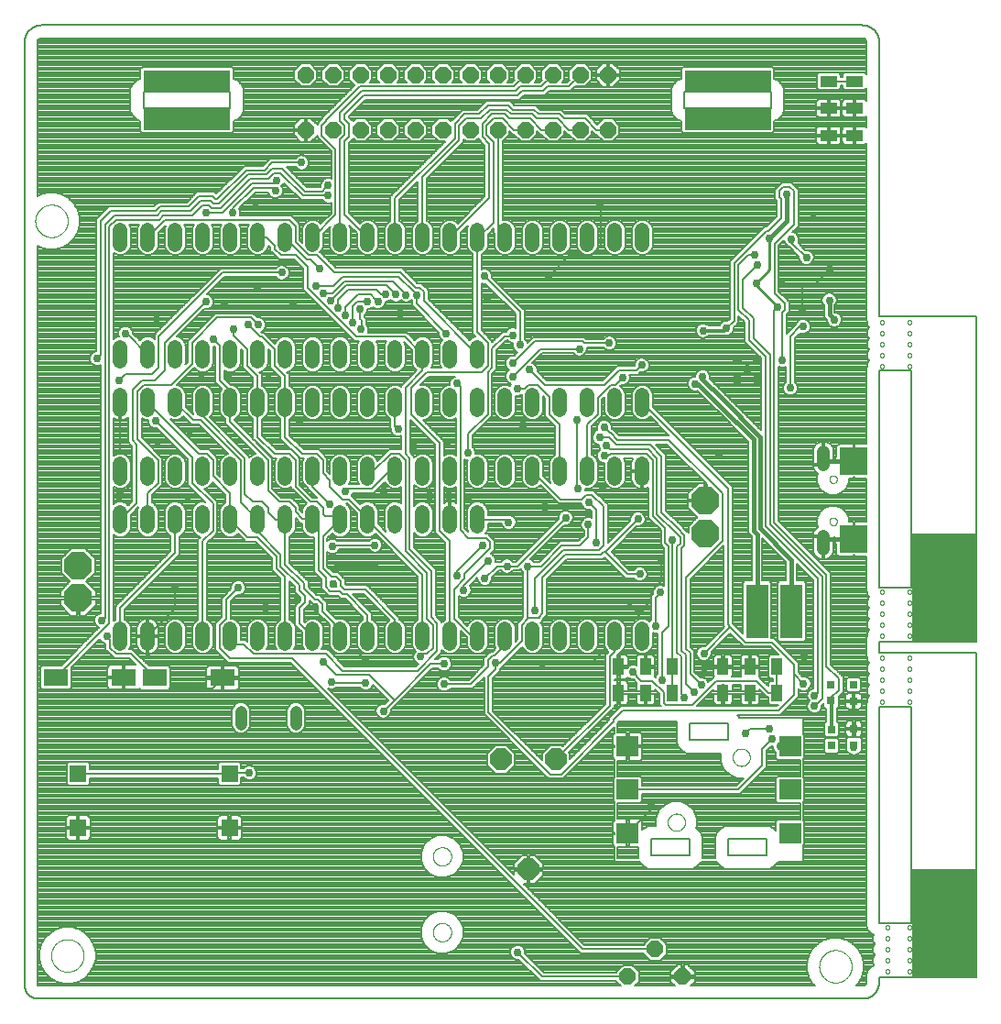
<source format=gtl>
G75*
%MOIN*%
%OFA0B0*%
%FSLAX25Y25*%
%IPPOS*%
%LPD*%
%AMOC8*
5,1,8,0,0,1.08239X$1,22.5*
%
%ADD10C,0.00000*%
%ADD11C,0.00600*%
%ADD12C,0.00800*%
%ADD13R,0.31496X0.07874*%
%ADD14R,0.23622X0.39370*%
%ADD15C,0.05200*%
%ADD16R,0.09055X0.06299*%
%ADD17OC8,0.05937*%
%ADD18C,0.04400*%
%ADD19OC8,0.10000*%
%ADD20OC8,0.07800*%
%ADD21C,0.03575*%
%ADD22R,0.07874X0.19685*%
%ADD23R,0.03150X0.03150*%
%ADD24R,0.09843X0.09843*%
%ADD25C,0.04756*%
%ADD26R,0.03937X0.06299*%
%ADD27R,0.06299X0.03937*%
%ADD28R,0.06102X0.06299*%
%ADD29R,0.07874X0.07480*%
%ADD30C,0.02978*%
%ADD31C,0.01500*%
%ADD32C,0.01400*%
%ADD33C,0.01100*%
%ADD34C,0.01600*%
D10*
X0022953Y0025022D02*
X0022955Y0025175D01*
X0022961Y0025329D01*
X0022971Y0025482D01*
X0022985Y0025634D01*
X0023003Y0025787D01*
X0023025Y0025938D01*
X0023050Y0026089D01*
X0023080Y0026240D01*
X0023114Y0026390D01*
X0023151Y0026538D01*
X0023192Y0026686D01*
X0023237Y0026832D01*
X0023286Y0026978D01*
X0023339Y0027122D01*
X0023395Y0027264D01*
X0023455Y0027405D01*
X0023519Y0027545D01*
X0023586Y0027683D01*
X0023657Y0027819D01*
X0023732Y0027953D01*
X0023809Y0028085D01*
X0023891Y0028215D01*
X0023975Y0028343D01*
X0024063Y0028469D01*
X0024154Y0028592D01*
X0024248Y0028713D01*
X0024346Y0028831D01*
X0024446Y0028947D01*
X0024550Y0029060D01*
X0024656Y0029171D01*
X0024765Y0029279D01*
X0024877Y0029384D01*
X0024991Y0029485D01*
X0025109Y0029584D01*
X0025228Y0029680D01*
X0025350Y0029773D01*
X0025475Y0029862D01*
X0025602Y0029949D01*
X0025731Y0030031D01*
X0025862Y0030111D01*
X0025995Y0030187D01*
X0026130Y0030260D01*
X0026267Y0030329D01*
X0026406Y0030394D01*
X0026546Y0030456D01*
X0026688Y0030514D01*
X0026831Y0030569D01*
X0026976Y0030620D01*
X0027122Y0030667D01*
X0027269Y0030710D01*
X0027417Y0030749D01*
X0027566Y0030785D01*
X0027716Y0030816D01*
X0027867Y0030844D01*
X0028018Y0030868D01*
X0028171Y0030888D01*
X0028323Y0030904D01*
X0028476Y0030916D01*
X0028629Y0030924D01*
X0028782Y0030928D01*
X0028936Y0030928D01*
X0029089Y0030924D01*
X0029242Y0030916D01*
X0029395Y0030904D01*
X0029547Y0030888D01*
X0029700Y0030868D01*
X0029851Y0030844D01*
X0030002Y0030816D01*
X0030152Y0030785D01*
X0030301Y0030749D01*
X0030449Y0030710D01*
X0030596Y0030667D01*
X0030742Y0030620D01*
X0030887Y0030569D01*
X0031030Y0030514D01*
X0031172Y0030456D01*
X0031312Y0030394D01*
X0031451Y0030329D01*
X0031588Y0030260D01*
X0031723Y0030187D01*
X0031856Y0030111D01*
X0031987Y0030031D01*
X0032116Y0029949D01*
X0032243Y0029862D01*
X0032368Y0029773D01*
X0032490Y0029680D01*
X0032609Y0029584D01*
X0032727Y0029485D01*
X0032841Y0029384D01*
X0032953Y0029279D01*
X0033062Y0029171D01*
X0033168Y0029060D01*
X0033272Y0028947D01*
X0033372Y0028831D01*
X0033470Y0028713D01*
X0033564Y0028592D01*
X0033655Y0028469D01*
X0033743Y0028343D01*
X0033827Y0028215D01*
X0033909Y0028085D01*
X0033986Y0027953D01*
X0034061Y0027819D01*
X0034132Y0027683D01*
X0034199Y0027545D01*
X0034263Y0027405D01*
X0034323Y0027264D01*
X0034379Y0027122D01*
X0034432Y0026978D01*
X0034481Y0026832D01*
X0034526Y0026686D01*
X0034567Y0026538D01*
X0034604Y0026390D01*
X0034638Y0026240D01*
X0034668Y0026089D01*
X0034693Y0025938D01*
X0034715Y0025787D01*
X0034733Y0025634D01*
X0034747Y0025482D01*
X0034757Y0025329D01*
X0034763Y0025175D01*
X0034765Y0025022D01*
X0034763Y0024869D01*
X0034757Y0024715D01*
X0034747Y0024562D01*
X0034733Y0024410D01*
X0034715Y0024257D01*
X0034693Y0024106D01*
X0034668Y0023955D01*
X0034638Y0023804D01*
X0034604Y0023654D01*
X0034567Y0023506D01*
X0034526Y0023358D01*
X0034481Y0023212D01*
X0034432Y0023066D01*
X0034379Y0022922D01*
X0034323Y0022780D01*
X0034263Y0022639D01*
X0034199Y0022499D01*
X0034132Y0022361D01*
X0034061Y0022225D01*
X0033986Y0022091D01*
X0033909Y0021959D01*
X0033827Y0021829D01*
X0033743Y0021701D01*
X0033655Y0021575D01*
X0033564Y0021452D01*
X0033470Y0021331D01*
X0033372Y0021213D01*
X0033272Y0021097D01*
X0033168Y0020984D01*
X0033062Y0020873D01*
X0032953Y0020765D01*
X0032841Y0020660D01*
X0032727Y0020559D01*
X0032609Y0020460D01*
X0032490Y0020364D01*
X0032368Y0020271D01*
X0032243Y0020182D01*
X0032116Y0020095D01*
X0031987Y0020013D01*
X0031856Y0019933D01*
X0031723Y0019857D01*
X0031588Y0019784D01*
X0031451Y0019715D01*
X0031312Y0019650D01*
X0031172Y0019588D01*
X0031030Y0019530D01*
X0030887Y0019475D01*
X0030742Y0019424D01*
X0030596Y0019377D01*
X0030449Y0019334D01*
X0030301Y0019295D01*
X0030152Y0019259D01*
X0030002Y0019228D01*
X0029851Y0019200D01*
X0029700Y0019176D01*
X0029547Y0019156D01*
X0029395Y0019140D01*
X0029242Y0019128D01*
X0029089Y0019120D01*
X0028936Y0019116D01*
X0028782Y0019116D01*
X0028629Y0019120D01*
X0028476Y0019128D01*
X0028323Y0019140D01*
X0028171Y0019156D01*
X0028018Y0019176D01*
X0027867Y0019200D01*
X0027716Y0019228D01*
X0027566Y0019259D01*
X0027417Y0019295D01*
X0027269Y0019334D01*
X0027122Y0019377D01*
X0026976Y0019424D01*
X0026831Y0019475D01*
X0026688Y0019530D01*
X0026546Y0019588D01*
X0026406Y0019650D01*
X0026267Y0019715D01*
X0026130Y0019784D01*
X0025995Y0019857D01*
X0025862Y0019933D01*
X0025731Y0020013D01*
X0025602Y0020095D01*
X0025475Y0020182D01*
X0025350Y0020271D01*
X0025228Y0020364D01*
X0025109Y0020460D01*
X0024991Y0020559D01*
X0024877Y0020660D01*
X0024765Y0020765D01*
X0024656Y0020873D01*
X0024550Y0020984D01*
X0024446Y0021097D01*
X0024346Y0021213D01*
X0024248Y0021331D01*
X0024154Y0021452D01*
X0024063Y0021575D01*
X0023975Y0021701D01*
X0023891Y0021829D01*
X0023809Y0021959D01*
X0023732Y0022091D01*
X0023657Y0022225D01*
X0023586Y0022361D01*
X0023519Y0022499D01*
X0023455Y0022639D01*
X0023395Y0022780D01*
X0023339Y0022922D01*
X0023286Y0023066D01*
X0023237Y0023212D01*
X0023192Y0023358D01*
X0023151Y0023506D01*
X0023114Y0023654D01*
X0023080Y0023804D01*
X0023050Y0023955D01*
X0023025Y0024106D01*
X0023003Y0024257D01*
X0022985Y0024410D01*
X0022971Y0024562D01*
X0022961Y0024715D01*
X0022955Y0024869D01*
X0022953Y0025022D01*
X0161891Y0033479D02*
X0161893Y0033594D01*
X0161899Y0033710D01*
X0161909Y0033825D01*
X0161923Y0033940D01*
X0161941Y0034054D01*
X0161963Y0034167D01*
X0161988Y0034280D01*
X0162018Y0034391D01*
X0162051Y0034502D01*
X0162088Y0034611D01*
X0162129Y0034719D01*
X0162174Y0034826D01*
X0162222Y0034931D01*
X0162274Y0035034D01*
X0162330Y0035135D01*
X0162389Y0035235D01*
X0162451Y0035332D01*
X0162517Y0035427D01*
X0162585Y0035520D01*
X0162657Y0035610D01*
X0162732Y0035698D01*
X0162811Y0035783D01*
X0162892Y0035865D01*
X0162975Y0035945D01*
X0163062Y0036021D01*
X0163151Y0036095D01*
X0163242Y0036165D01*
X0163336Y0036233D01*
X0163432Y0036297D01*
X0163531Y0036357D01*
X0163631Y0036414D01*
X0163733Y0036468D01*
X0163837Y0036518D01*
X0163943Y0036565D01*
X0164050Y0036608D01*
X0164159Y0036647D01*
X0164269Y0036682D01*
X0164380Y0036713D01*
X0164492Y0036741D01*
X0164605Y0036765D01*
X0164719Y0036785D01*
X0164834Y0036801D01*
X0164949Y0036813D01*
X0165064Y0036821D01*
X0165179Y0036825D01*
X0165295Y0036825D01*
X0165410Y0036821D01*
X0165525Y0036813D01*
X0165640Y0036801D01*
X0165755Y0036785D01*
X0165869Y0036765D01*
X0165982Y0036741D01*
X0166094Y0036713D01*
X0166205Y0036682D01*
X0166315Y0036647D01*
X0166424Y0036608D01*
X0166531Y0036565D01*
X0166637Y0036518D01*
X0166741Y0036468D01*
X0166843Y0036414D01*
X0166943Y0036357D01*
X0167042Y0036297D01*
X0167138Y0036233D01*
X0167232Y0036165D01*
X0167323Y0036095D01*
X0167412Y0036021D01*
X0167499Y0035945D01*
X0167582Y0035865D01*
X0167663Y0035783D01*
X0167742Y0035698D01*
X0167817Y0035610D01*
X0167889Y0035520D01*
X0167957Y0035427D01*
X0168023Y0035332D01*
X0168085Y0035235D01*
X0168144Y0035135D01*
X0168200Y0035034D01*
X0168252Y0034931D01*
X0168300Y0034826D01*
X0168345Y0034719D01*
X0168386Y0034611D01*
X0168423Y0034502D01*
X0168456Y0034391D01*
X0168486Y0034280D01*
X0168511Y0034167D01*
X0168533Y0034054D01*
X0168551Y0033940D01*
X0168565Y0033825D01*
X0168575Y0033710D01*
X0168581Y0033594D01*
X0168583Y0033479D01*
X0168581Y0033364D01*
X0168575Y0033248D01*
X0168565Y0033133D01*
X0168551Y0033018D01*
X0168533Y0032904D01*
X0168511Y0032791D01*
X0168486Y0032678D01*
X0168456Y0032567D01*
X0168423Y0032456D01*
X0168386Y0032347D01*
X0168345Y0032239D01*
X0168300Y0032132D01*
X0168252Y0032027D01*
X0168200Y0031924D01*
X0168144Y0031823D01*
X0168085Y0031723D01*
X0168023Y0031626D01*
X0167957Y0031531D01*
X0167889Y0031438D01*
X0167817Y0031348D01*
X0167742Y0031260D01*
X0167663Y0031175D01*
X0167582Y0031093D01*
X0167499Y0031013D01*
X0167412Y0030937D01*
X0167323Y0030863D01*
X0167232Y0030793D01*
X0167138Y0030725D01*
X0167042Y0030661D01*
X0166943Y0030601D01*
X0166843Y0030544D01*
X0166741Y0030490D01*
X0166637Y0030440D01*
X0166531Y0030393D01*
X0166424Y0030350D01*
X0166315Y0030311D01*
X0166205Y0030276D01*
X0166094Y0030245D01*
X0165982Y0030217D01*
X0165869Y0030193D01*
X0165755Y0030173D01*
X0165640Y0030157D01*
X0165525Y0030145D01*
X0165410Y0030137D01*
X0165295Y0030133D01*
X0165179Y0030133D01*
X0165064Y0030137D01*
X0164949Y0030145D01*
X0164834Y0030157D01*
X0164719Y0030173D01*
X0164605Y0030193D01*
X0164492Y0030217D01*
X0164380Y0030245D01*
X0164269Y0030276D01*
X0164159Y0030311D01*
X0164050Y0030350D01*
X0163943Y0030393D01*
X0163837Y0030440D01*
X0163733Y0030490D01*
X0163631Y0030544D01*
X0163531Y0030601D01*
X0163432Y0030661D01*
X0163336Y0030725D01*
X0163242Y0030793D01*
X0163151Y0030863D01*
X0163062Y0030937D01*
X0162975Y0031013D01*
X0162892Y0031093D01*
X0162811Y0031175D01*
X0162732Y0031260D01*
X0162657Y0031348D01*
X0162585Y0031438D01*
X0162517Y0031531D01*
X0162451Y0031626D01*
X0162389Y0031723D01*
X0162330Y0031823D01*
X0162274Y0031924D01*
X0162222Y0032027D01*
X0162174Y0032132D01*
X0162129Y0032239D01*
X0162088Y0032347D01*
X0162051Y0032456D01*
X0162018Y0032567D01*
X0161988Y0032678D01*
X0161963Y0032791D01*
X0161941Y0032904D01*
X0161923Y0033018D01*
X0161909Y0033133D01*
X0161899Y0033248D01*
X0161893Y0033364D01*
X0161891Y0033479D01*
X0161891Y0061038D02*
X0161893Y0061153D01*
X0161899Y0061269D01*
X0161909Y0061384D01*
X0161923Y0061499D01*
X0161941Y0061613D01*
X0161963Y0061726D01*
X0161988Y0061839D01*
X0162018Y0061950D01*
X0162051Y0062061D01*
X0162088Y0062170D01*
X0162129Y0062278D01*
X0162174Y0062385D01*
X0162222Y0062490D01*
X0162274Y0062593D01*
X0162330Y0062694D01*
X0162389Y0062794D01*
X0162451Y0062891D01*
X0162517Y0062986D01*
X0162585Y0063079D01*
X0162657Y0063169D01*
X0162732Y0063257D01*
X0162811Y0063342D01*
X0162892Y0063424D01*
X0162975Y0063504D01*
X0163062Y0063580D01*
X0163151Y0063654D01*
X0163242Y0063724D01*
X0163336Y0063792D01*
X0163432Y0063856D01*
X0163531Y0063916D01*
X0163631Y0063973D01*
X0163733Y0064027D01*
X0163837Y0064077D01*
X0163943Y0064124D01*
X0164050Y0064167D01*
X0164159Y0064206D01*
X0164269Y0064241D01*
X0164380Y0064272D01*
X0164492Y0064300D01*
X0164605Y0064324D01*
X0164719Y0064344D01*
X0164834Y0064360D01*
X0164949Y0064372D01*
X0165064Y0064380D01*
X0165179Y0064384D01*
X0165295Y0064384D01*
X0165410Y0064380D01*
X0165525Y0064372D01*
X0165640Y0064360D01*
X0165755Y0064344D01*
X0165869Y0064324D01*
X0165982Y0064300D01*
X0166094Y0064272D01*
X0166205Y0064241D01*
X0166315Y0064206D01*
X0166424Y0064167D01*
X0166531Y0064124D01*
X0166637Y0064077D01*
X0166741Y0064027D01*
X0166843Y0063973D01*
X0166943Y0063916D01*
X0167042Y0063856D01*
X0167138Y0063792D01*
X0167232Y0063724D01*
X0167323Y0063654D01*
X0167412Y0063580D01*
X0167499Y0063504D01*
X0167582Y0063424D01*
X0167663Y0063342D01*
X0167742Y0063257D01*
X0167817Y0063169D01*
X0167889Y0063079D01*
X0167957Y0062986D01*
X0168023Y0062891D01*
X0168085Y0062794D01*
X0168144Y0062694D01*
X0168200Y0062593D01*
X0168252Y0062490D01*
X0168300Y0062385D01*
X0168345Y0062278D01*
X0168386Y0062170D01*
X0168423Y0062061D01*
X0168456Y0061950D01*
X0168486Y0061839D01*
X0168511Y0061726D01*
X0168533Y0061613D01*
X0168551Y0061499D01*
X0168565Y0061384D01*
X0168575Y0061269D01*
X0168581Y0061153D01*
X0168583Y0061038D01*
X0168581Y0060923D01*
X0168575Y0060807D01*
X0168565Y0060692D01*
X0168551Y0060577D01*
X0168533Y0060463D01*
X0168511Y0060350D01*
X0168486Y0060237D01*
X0168456Y0060126D01*
X0168423Y0060015D01*
X0168386Y0059906D01*
X0168345Y0059798D01*
X0168300Y0059691D01*
X0168252Y0059586D01*
X0168200Y0059483D01*
X0168144Y0059382D01*
X0168085Y0059282D01*
X0168023Y0059185D01*
X0167957Y0059090D01*
X0167889Y0058997D01*
X0167817Y0058907D01*
X0167742Y0058819D01*
X0167663Y0058734D01*
X0167582Y0058652D01*
X0167499Y0058572D01*
X0167412Y0058496D01*
X0167323Y0058422D01*
X0167232Y0058352D01*
X0167138Y0058284D01*
X0167042Y0058220D01*
X0166943Y0058160D01*
X0166843Y0058103D01*
X0166741Y0058049D01*
X0166637Y0057999D01*
X0166531Y0057952D01*
X0166424Y0057909D01*
X0166315Y0057870D01*
X0166205Y0057835D01*
X0166094Y0057804D01*
X0165982Y0057776D01*
X0165869Y0057752D01*
X0165755Y0057732D01*
X0165640Y0057716D01*
X0165525Y0057704D01*
X0165410Y0057696D01*
X0165295Y0057692D01*
X0165179Y0057692D01*
X0165064Y0057696D01*
X0164949Y0057704D01*
X0164834Y0057716D01*
X0164719Y0057732D01*
X0164605Y0057752D01*
X0164492Y0057776D01*
X0164380Y0057804D01*
X0164269Y0057835D01*
X0164159Y0057870D01*
X0164050Y0057909D01*
X0163943Y0057952D01*
X0163837Y0057999D01*
X0163733Y0058049D01*
X0163631Y0058103D01*
X0163531Y0058160D01*
X0163432Y0058220D01*
X0163336Y0058284D01*
X0163242Y0058352D01*
X0163151Y0058422D01*
X0163062Y0058496D01*
X0162975Y0058572D01*
X0162892Y0058652D01*
X0162811Y0058734D01*
X0162732Y0058819D01*
X0162657Y0058907D01*
X0162585Y0058997D01*
X0162517Y0059090D01*
X0162451Y0059185D01*
X0162389Y0059282D01*
X0162330Y0059382D01*
X0162274Y0059483D01*
X0162222Y0059586D01*
X0162174Y0059691D01*
X0162129Y0059798D01*
X0162088Y0059906D01*
X0162051Y0060015D01*
X0162018Y0060126D01*
X0161988Y0060237D01*
X0161963Y0060350D01*
X0161941Y0060463D01*
X0161923Y0060577D01*
X0161909Y0060692D01*
X0161899Y0060807D01*
X0161893Y0060923D01*
X0161891Y0061038D01*
X0247339Y0073463D02*
X0247341Y0073575D01*
X0247347Y0073686D01*
X0247357Y0073798D01*
X0247371Y0073909D01*
X0247388Y0074019D01*
X0247410Y0074129D01*
X0247436Y0074238D01*
X0247465Y0074346D01*
X0247498Y0074452D01*
X0247535Y0074558D01*
X0247576Y0074662D01*
X0247621Y0074765D01*
X0247669Y0074866D01*
X0247720Y0074965D01*
X0247775Y0075062D01*
X0247834Y0075157D01*
X0247895Y0075251D01*
X0247960Y0075342D01*
X0248029Y0075430D01*
X0248100Y0075516D01*
X0248174Y0075600D01*
X0248252Y0075680D01*
X0248332Y0075758D01*
X0248415Y0075834D01*
X0248500Y0075906D01*
X0248588Y0075975D01*
X0248678Y0076041D01*
X0248771Y0076103D01*
X0248866Y0076163D01*
X0248963Y0076219D01*
X0249061Y0076271D01*
X0249162Y0076320D01*
X0249264Y0076365D01*
X0249368Y0076407D01*
X0249473Y0076445D01*
X0249580Y0076479D01*
X0249687Y0076509D01*
X0249796Y0076536D01*
X0249905Y0076558D01*
X0250016Y0076577D01*
X0250126Y0076592D01*
X0250238Y0076603D01*
X0250349Y0076610D01*
X0250461Y0076613D01*
X0250573Y0076612D01*
X0250685Y0076607D01*
X0250796Y0076598D01*
X0250907Y0076585D01*
X0251018Y0076568D01*
X0251128Y0076548D01*
X0251237Y0076523D01*
X0251345Y0076495D01*
X0251452Y0076462D01*
X0251558Y0076426D01*
X0251662Y0076386D01*
X0251765Y0076343D01*
X0251867Y0076296D01*
X0251966Y0076245D01*
X0252064Y0076191D01*
X0252160Y0076133D01*
X0252254Y0076072D01*
X0252345Y0076008D01*
X0252434Y0075941D01*
X0252521Y0075870D01*
X0252605Y0075796D01*
X0252687Y0075720D01*
X0252765Y0075640D01*
X0252841Y0075558D01*
X0252914Y0075473D01*
X0252984Y0075386D01*
X0253050Y0075296D01*
X0253114Y0075204D01*
X0253174Y0075110D01*
X0253231Y0075014D01*
X0253284Y0074915D01*
X0253334Y0074815D01*
X0253380Y0074714D01*
X0253423Y0074610D01*
X0253462Y0074505D01*
X0253497Y0074399D01*
X0253528Y0074292D01*
X0253556Y0074183D01*
X0253579Y0074074D01*
X0253599Y0073964D01*
X0253615Y0073853D01*
X0253627Y0073742D01*
X0253635Y0073631D01*
X0253639Y0073519D01*
X0253639Y0073407D01*
X0253635Y0073295D01*
X0253627Y0073184D01*
X0253615Y0073073D01*
X0253599Y0072962D01*
X0253579Y0072852D01*
X0253556Y0072743D01*
X0253528Y0072634D01*
X0253497Y0072527D01*
X0253462Y0072421D01*
X0253423Y0072316D01*
X0253380Y0072212D01*
X0253334Y0072111D01*
X0253284Y0072011D01*
X0253231Y0071912D01*
X0253174Y0071816D01*
X0253114Y0071722D01*
X0253050Y0071630D01*
X0252984Y0071540D01*
X0252914Y0071453D01*
X0252841Y0071368D01*
X0252765Y0071286D01*
X0252687Y0071206D01*
X0252605Y0071130D01*
X0252521Y0071056D01*
X0252434Y0070985D01*
X0252345Y0070918D01*
X0252254Y0070854D01*
X0252160Y0070793D01*
X0252064Y0070735D01*
X0251966Y0070681D01*
X0251867Y0070630D01*
X0251765Y0070583D01*
X0251662Y0070540D01*
X0251558Y0070500D01*
X0251452Y0070464D01*
X0251345Y0070431D01*
X0251237Y0070403D01*
X0251128Y0070378D01*
X0251018Y0070358D01*
X0250907Y0070341D01*
X0250796Y0070328D01*
X0250685Y0070319D01*
X0250573Y0070314D01*
X0250461Y0070313D01*
X0250349Y0070316D01*
X0250238Y0070323D01*
X0250126Y0070334D01*
X0250016Y0070349D01*
X0249905Y0070368D01*
X0249796Y0070390D01*
X0249687Y0070417D01*
X0249580Y0070447D01*
X0249473Y0070481D01*
X0249368Y0070519D01*
X0249264Y0070561D01*
X0249162Y0070606D01*
X0249061Y0070655D01*
X0248963Y0070707D01*
X0248866Y0070763D01*
X0248771Y0070823D01*
X0248678Y0070885D01*
X0248588Y0070951D01*
X0248500Y0071020D01*
X0248415Y0071092D01*
X0248332Y0071168D01*
X0248252Y0071246D01*
X0248174Y0071326D01*
X0248100Y0071410D01*
X0248029Y0071496D01*
X0247960Y0071584D01*
X0247895Y0071675D01*
X0247834Y0071769D01*
X0247775Y0071864D01*
X0247720Y0071961D01*
X0247669Y0072060D01*
X0247621Y0072161D01*
X0247576Y0072264D01*
X0247535Y0072368D01*
X0247498Y0072474D01*
X0247465Y0072580D01*
X0247436Y0072688D01*
X0247410Y0072797D01*
X0247388Y0072907D01*
X0247371Y0073017D01*
X0247357Y0073128D01*
X0247347Y0073240D01*
X0247341Y0073351D01*
X0247339Y0073463D01*
X0270961Y0097085D02*
X0270963Y0097197D01*
X0270969Y0097308D01*
X0270979Y0097420D01*
X0270993Y0097531D01*
X0271010Y0097641D01*
X0271032Y0097751D01*
X0271058Y0097860D01*
X0271087Y0097968D01*
X0271120Y0098074D01*
X0271157Y0098180D01*
X0271198Y0098284D01*
X0271243Y0098387D01*
X0271291Y0098488D01*
X0271342Y0098587D01*
X0271397Y0098684D01*
X0271456Y0098779D01*
X0271517Y0098873D01*
X0271582Y0098964D01*
X0271651Y0099052D01*
X0271722Y0099138D01*
X0271796Y0099222D01*
X0271874Y0099302D01*
X0271954Y0099380D01*
X0272037Y0099456D01*
X0272122Y0099528D01*
X0272210Y0099597D01*
X0272300Y0099663D01*
X0272393Y0099725D01*
X0272488Y0099785D01*
X0272585Y0099841D01*
X0272683Y0099893D01*
X0272784Y0099942D01*
X0272886Y0099987D01*
X0272990Y0100029D01*
X0273095Y0100067D01*
X0273202Y0100101D01*
X0273309Y0100131D01*
X0273418Y0100158D01*
X0273527Y0100180D01*
X0273638Y0100199D01*
X0273748Y0100214D01*
X0273860Y0100225D01*
X0273971Y0100232D01*
X0274083Y0100235D01*
X0274195Y0100234D01*
X0274307Y0100229D01*
X0274418Y0100220D01*
X0274529Y0100207D01*
X0274640Y0100190D01*
X0274750Y0100170D01*
X0274859Y0100145D01*
X0274967Y0100117D01*
X0275074Y0100084D01*
X0275180Y0100048D01*
X0275284Y0100008D01*
X0275387Y0099965D01*
X0275489Y0099918D01*
X0275588Y0099867D01*
X0275686Y0099813D01*
X0275782Y0099755D01*
X0275876Y0099694D01*
X0275967Y0099630D01*
X0276056Y0099563D01*
X0276143Y0099492D01*
X0276227Y0099418D01*
X0276309Y0099342D01*
X0276387Y0099262D01*
X0276463Y0099180D01*
X0276536Y0099095D01*
X0276606Y0099008D01*
X0276672Y0098918D01*
X0276736Y0098826D01*
X0276796Y0098732D01*
X0276853Y0098636D01*
X0276906Y0098537D01*
X0276956Y0098437D01*
X0277002Y0098336D01*
X0277045Y0098232D01*
X0277084Y0098127D01*
X0277119Y0098021D01*
X0277150Y0097914D01*
X0277178Y0097805D01*
X0277201Y0097696D01*
X0277221Y0097586D01*
X0277237Y0097475D01*
X0277249Y0097364D01*
X0277257Y0097253D01*
X0277261Y0097141D01*
X0277261Y0097029D01*
X0277257Y0096917D01*
X0277249Y0096806D01*
X0277237Y0096695D01*
X0277221Y0096584D01*
X0277201Y0096474D01*
X0277178Y0096365D01*
X0277150Y0096256D01*
X0277119Y0096149D01*
X0277084Y0096043D01*
X0277045Y0095938D01*
X0277002Y0095834D01*
X0276956Y0095733D01*
X0276906Y0095633D01*
X0276853Y0095534D01*
X0276796Y0095438D01*
X0276736Y0095344D01*
X0276672Y0095252D01*
X0276606Y0095162D01*
X0276536Y0095075D01*
X0276463Y0094990D01*
X0276387Y0094908D01*
X0276309Y0094828D01*
X0276227Y0094752D01*
X0276143Y0094678D01*
X0276056Y0094607D01*
X0275967Y0094540D01*
X0275876Y0094476D01*
X0275782Y0094415D01*
X0275686Y0094357D01*
X0275588Y0094303D01*
X0275489Y0094252D01*
X0275387Y0094205D01*
X0275284Y0094162D01*
X0275180Y0094122D01*
X0275074Y0094086D01*
X0274967Y0094053D01*
X0274859Y0094025D01*
X0274750Y0094000D01*
X0274640Y0093980D01*
X0274529Y0093963D01*
X0274418Y0093950D01*
X0274307Y0093941D01*
X0274195Y0093936D01*
X0274083Y0093935D01*
X0273971Y0093938D01*
X0273860Y0093945D01*
X0273748Y0093956D01*
X0273638Y0093971D01*
X0273527Y0093990D01*
X0273418Y0094012D01*
X0273309Y0094039D01*
X0273202Y0094069D01*
X0273095Y0094103D01*
X0272990Y0094141D01*
X0272886Y0094183D01*
X0272784Y0094228D01*
X0272683Y0094277D01*
X0272585Y0094329D01*
X0272488Y0094385D01*
X0272393Y0094445D01*
X0272300Y0094507D01*
X0272210Y0094573D01*
X0272122Y0094642D01*
X0272037Y0094714D01*
X0271954Y0094790D01*
X0271874Y0094868D01*
X0271796Y0094948D01*
X0271722Y0095032D01*
X0271651Y0095118D01*
X0271582Y0095206D01*
X0271517Y0095297D01*
X0271456Y0095391D01*
X0271397Y0095486D01*
X0271342Y0095583D01*
X0271291Y0095682D01*
X0271243Y0095783D01*
X0271198Y0095886D01*
X0271157Y0095990D01*
X0271120Y0096096D01*
X0271087Y0096202D01*
X0271058Y0096310D01*
X0271032Y0096419D01*
X0271010Y0096529D01*
X0270993Y0096639D01*
X0270979Y0096750D01*
X0270969Y0096862D01*
X0270963Y0096973D01*
X0270961Y0097085D01*
X0324513Y0117274D02*
X0324515Y0117330D01*
X0324521Y0117385D01*
X0324531Y0117439D01*
X0324544Y0117493D01*
X0324562Y0117546D01*
X0324583Y0117597D01*
X0324607Y0117647D01*
X0324635Y0117695D01*
X0324667Y0117741D01*
X0324701Y0117785D01*
X0324739Y0117826D01*
X0324779Y0117864D01*
X0324822Y0117899D01*
X0324867Y0117931D01*
X0324915Y0117960D01*
X0324964Y0117986D01*
X0325015Y0118008D01*
X0325067Y0118026D01*
X0325121Y0118040D01*
X0325176Y0118051D01*
X0325231Y0118058D01*
X0325286Y0118061D01*
X0325342Y0118060D01*
X0325397Y0118055D01*
X0325452Y0118046D01*
X0325506Y0118034D01*
X0325559Y0118017D01*
X0325611Y0117997D01*
X0325661Y0117973D01*
X0325709Y0117946D01*
X0325756Y0117916D01*
X0325800Y0117882D01*
X0325842Y0117845D01*
X0325880Y0117805D01*
X0325917Y0117763D01*
X0325950Y0117718D01*
X0325979Y0117672D01*
X0326006Y0117623D01*
X0326028Y0117572D01*
X0326048Y0117520D01*
X0326063Y0117466D01*
X0326075Y0117412D01*
X0326083Y0117357D01*
X0326087Y0117302D01*
X0326087Y0117246D01*
X0326083Y0117191D01*
X0326075Y0117136D01*
X0326063Y0117082D01*
X0326048Y0117028D01*
X0326028Y0116976D01*
X0326006Y0116925D01*
X0325979Y0116876D01*
X0325950Y0116830D01*
X0325917Y0116785D01*
X0325880Y0116743D01*
X0325842Y0116703D01*
X0325800Y0116666D01*
X0325756Y0116632D01*
X0325709Y0116602D01*
X0325661Y0116575D01*
X0325611Y0116551D01*
X0325559Y0116531D01*
X0325506Y0116514D01*
X0325452Y0116502D01*
X0325397Y0116493D01*
X0325342Y0116488D01*
X0325286Y0116487D01*
X0325231Y0116490D01*
X0325176Y0116497D01*
X0325121Y0116508D01*
X0325067Y0116522D01*
X0325015Y0116540D01*
X0324964Y0116562D01*
X0324915Y0116588D01*
X0324867Y0116617D01*
X0324822Y0116649D01*
X0324779Y0116684D01*
X0324739Y0116722D01*
X0324701Y0116763D01*
X0324667Y0116807D01*
X0324635Y0116853D01*
X0324607Y0116901D01*
X0324583Y0116951D01*
X0324562Y0117002D01*
X0324544Y0117055D01*
X0324531Y0117109D01*
X0324521Y0117163D01*
X0324515Y0117218D01*
X0324513Y0117274D01*
X0324513Y0121274D02*
X0324515Y0121330D01*
X0324521Y0121385D01*
X0324531Y0121439D01*
X0324544Y0121493D01*
X0324562Y0121546D01*
X0324583Y0121597D01*
X0324607Y0121647D01*
X0324635Y0121695D01*
X0324667Y0121741D01*
X0324701Y0121785D01*
X0324739Y0121826D01*
X0324779Y0121864D01*
X0324822Y0121899D01*
X0324867Y0121931D01*
X0324915Y0121960D01*
X0324964Y0121986D01*
X0325015Y0122008D01*
X0325067Y0122026D01*
X0325121Y0122040D01*
X0325176Y0122051D01*
X0325231Y0122058D01*
X0325286Y0122061D01*
X0325342Y0122060D01*
X0325397Y0122055D01*
X0325452Y0122046D01*
X0325506Y0122034D01*
X0325559Y0122017D01*
X0325611Y0121997D01*
X0325661Y0121973D01*
X0325709Y0121946D01*
X0325756Y0121916D01*
X0325800Y0121882D01*
X0325842Y0121845D01*
X0325880Y0121805D01*
X0325917Y0121763D01*
X0325950Y0121718D01*
X0325979Y0121672D01*
X0326006Y0121623D01*
X0326028Y0121572D01*
X0326048Y0121520D01*
X0326063Y0121466D01*
X0326075Y0121412D01*
X0326083Y0121357D01*
X0326087Y0121302D01*
X0326087Y0121246D01*
X0326083Y0121191D01*
X0326075Y0121136D01*
X0326063Y0121082D01*
X0326048Y0121028D01*
X0326028Y0120976D01*
X0326006Y0120925D01*
X0325979Y0120876D01*
X0325950Y0120830D01*
X0325917Y0120785D01*
X0325880Y0120743D01*
X0325842Y0120703D01*
X0325800Y0120666D01*
X0325756Y0120632D01*
X0325709Y0120602D01*
X0325661Y0120575D01*
X0325611Y0120551D01*
X0325559Y0120531D01*
X0325506Y0120514D01*
X0325452Y0120502D01*
X0325397Y0120493D01*
X0325342Y0120488D01*
X0325286Y0120487D01*
X0325231Y0120490D01*
X0325176Y0120497D01*
X0325121Y0120508D01*
X0325067Y0120522D01*
X0325015Y0120540D01*
X0324964Y0120562D01*
X0324915Y0120588D01*
X0324867Y0120617D01*
X0324822Y0120649D01*
X0324779Y0120684D01*
X0324739Y0120722D01*
X0324701Y0120763D01*
X0324667Y0120807D01*
X0324635Y0120853D01*
X0324607Y0120901D01*
X0324583Y0120951D01*
X0324562Y0121002D01*
X0324544Y0121055D01*
X0324531Y0121109D01*
X0324521Y0121163D01*
X0324515Y0121218D01*
X0324513Y0121274D01*
X0324513Y0125274D02*
X0324515Y0125330D01*
X0324521Y0125385D01*
X0324531Y0125439D01*
X0324544Y0125493D01*
X0324562Y0125546D01*
X0324583Y0125597D01*
X0324607Y0125647D01*
X0324635Y0125695D01*
X0324667Y0125741D01*
X0324701Y0125785D01*
X0324739Y0125826D01*
X0324779Y0125864D01*
X0324822Y0125899D01*
X0324867Y0125931D01*
X0324915Y0125960D01*
X0324964Y0125986D01*
X0325015Y0126008D01*
X0325067Y0126026D01*
X0325121Y0126040D01*
X0325176Y0126051D01*
X0325231Y0126058D01*
X0325286Y0126061D01*
X0325342Y0126060D01*
X0325397Y0126055D01*
X0325452Y0126046D01*
X0325506Y0126034D01*
X0325559Y0126017D01*
X0325611Y0125997D01*
X0325661Y0125973D01*
X0325709Y0125946D01*
X0325756Y0125916D01*
X0325800Y0125882D01*
X0325842Y0125845D01*
X0325880Y0125805D01*
X0325917Y0125763D01*
X0325950Y0125718D01*
X0325979Y0125672D01*
X0326006Y0125623D01*
X0326028Y0125572D01*
X0326048Y0125520D01*
X0326063Y0125466D01*
X0326075Y0125412D01*
X0326083Y0125357D01*
X0326087Y0125302D01*
X0326087Y0125246D01*
X0326083Y0125191D01*
X0326075Y0125136D01*
X0326063Y0125082D01*
X0326048Y0125028D01*
X0326028Y0124976D01*
X0326006Y0124925D01*
X0325979Y0124876D01*
X0325950Y0124830D01*
X0325917Y0124785D01*
X0325880Y0124743D01*
X0325842Y0124703D01*
X0325800Y0124666D01*
X0325756Y0124632D01*
X0325709Y0124602D01*
X0325661Y0124575D01*
X0325611Y0124551D01*
X0325559Y0124531D01*
X0325506Y0124514D01*
X0325452Y0124502D01*
X0325397Y0124493D01*
X0325342Y0124488D01*
X0325286Y0124487D01*
X0325231Y0124490D01*
X0325176Y0124497D01*
X0325121Y0124508D01*
X0325067Y0124522D01*
X0325015Y0124540D01*
X0324964Y0124562D01*
X0324915Y0124588D01*
X0324867Y0124617D01*
X0324822Y0124649D01*
X0324779Y0124684D01*
X0324739Y0124722D01*
X0324701Y0124763D01*
X0324667Y0124807D01*
X0324635Y0124853D01*
X0324607Y0124901D01*
X0324583Y0124951D01*
X0324562Y0125002D01*
X0324544Y0125055D01*
X0324531Y0125109D01*
X0324521Y0125163D01*
X0324515Y0125218D01*
X0324513Y0125274D01*
X0324513Y0129274D02*
X0324515Y0129330D01*
X0324521Y0129385D01*
X0324531Y0129439D01*
X0324544Y0129493D01*
X0324562Y0129546D01*
X0324583Y0129597D01*
X0324607Y0129647D01*
X0324635Y0129695D01*
X0324667Y0129741D01*
X0324701Y0129785D01*
X0324739Y0129826D01*
X0324779Y0129864D01*
X0324822Y0129899D01*
X0324867Y0129931D01*
X0324915Y0129960D01*
X0324964Y0129986D01*
X0325015Y0130008D01*
X0325067Y0130026D01*
X0325121Y0130040D01*
X0325176Y0130051D01*
X0325231Y0130058D01*
X0325286Y0130061D01*
X0325342Y0130060D01*
X0325397Y0130055D01*
X0325452Y0130046D01*
X0325506Y0130034D01*
X0325559Y0130017D01*
X0325611Y0129997D01*
X0325661Y0129973D01*
X0325709Y0129946D01*
X0325756Y0129916D01*
X0325800Y0129882D01*
X0325842Y0129845D01*
X0325880Y0129805D01*
X0325917Y0129763D01*
X0325950Y0129718D01*
X0325979Y0129672D01*
X0326006Y0129623D01*
X0326028Y0129572D01*
X0326048Y0129520D01*
X0326063Y0129466D01*
X0326075Y0129412D01*
X0326083Y0129357D01*
X0326087Y0129302D01*
X0326087Y0129246D01*
X0326083Y0129191D01*
X0326075Y0129136D01*
X0326063Y0129082D01*
X0326048Y0129028D01*
X0326028Y0128976D01*
X0326006Y0128925D01*
X0325979Y0128876D01*
X0325950Y0128830D01*
X0325917Y0128785D01*
X0325880Y0128743D01*
X0325842Y0128703D01*
X0325800Y0128666D01*
X0325756Y0128632D01*
X0325709Y0128602D01*
X0325661Y0128575D01*
X0325611Y0128551D01*
X0325559Y0128531D01*
X0325506Y0128514D01*
X0325452Y0128502D01*
X0325397Y0128493D01*
X0325342Y0128488D01*
X0325286Y0128487D01*
X0325231Y0128490D01*
X0325176Y0128497D01*
X0325121Y0128508D01*
X0325067Y0128522D01*
X0325015Y0128540D01*
X0324964Y0128562D01*
X0324915Y0128588D01*
X0324867Y0128617D01*
X0324822Y0128649D01*
X0324779Y0128684D01*
X0324739Y0128722D01*
X0324701Y0128763D01*
X0324667Y0128807D01*
X0324635Y0128853D01*
X0324607Y0128901D01*
X0324583Y0128951D01*
X0324562Y0129002D01*
X0324544Y0129055D01*
X0324531Y0129109D01*
X0324521Y0129163D01*
X0324515Y0129218D01*
X0324513Y0129274D01*
X0324513Y0133274D02*
X0324515Y0133330D01*
X0324521Y0133385D01*
X0324531Y0133439D01*
X0324544Y0133493D01*
X0324562Y0133546D01*
X0324583Y0133597D01*
X0324607Y0133647D01*
X0324635Y0133695D01*
X0324667Y0133741D01*
X0324701Y0133785D01*
X0324739Y0133826D01*
X0324779Y0133864D01*
X0324822Y0133899D01*
X0324867Y0133931D01*
X0324915Y0133960D01*
X0324964Y0133986D01*
X0325015Y0134008D01*
X0325067Y0134026D01*
X0325121Y0134040D01*
X0325176Y0134051D01*
X0325231Y0134058D01*
X0325286Y0134061D01*
X0325342Y0134060D01*
X0325397Y0134055D01*
X0325452Y0134046D01*
X0325506Y0134034D01*
X0325559Y0134017D01*
X0325611Y0133997D01*
X0325661Y0133973D01*
X0325709Y0133946D01*
X0325756Y0133916D01*
X0325800Y0133882D01*
X0325842Y0133845D01*
X0325880Y0133805D01*
X0325917Y0133763D01*
X0325950Y0133718D01*
X0325979Y0133672D01*
X0326006Y0133623D01*
X0326028Y0133572D01*
X0326048Y0133520D01*
X0326063Y0133466D01*
X0326075Y0133412D01*
X0326083Y0133357D01*
X0326087Y0133302D01*
X0326087Y0133246D01*
X0326083Y0133191D01*
X0326075Y0133136D01*
X0326063Y0133082D01*
X0326048Y0133028D01*
X0326028Y0132976D01*
X0326006Y0132925D01*
X0325979Y0132876D01*
X0325950Y0132830D01*
X0325917Y0132785D01*
X0325880Y0132743D01*
X0325842Y0132703D01*
X0325800Y0132666D01*
X0325756Y0132632D01*
X0325709Y0132602D01*
X0325661Y0132575D01*
X0325611Y0132551D01*
X0325559Y0132531D01*
X0325506Y0132514D01*
X0325452Y0132502D01*
X0325397Y0132493D01*
X0325342Y0132488D01*
X0325286Y0132487D01*
X0325231Y0132490D01*
X0325176Y0132497D01*
X0325121Y0132508D01*
X0325067Y0132522D01*
X0325015Y0132540D01*
X0324964Y0132562D01*
X0324915Y0132588D01*
X0324867Y0132617D01*
X0324822Y0132649D01*
X0324779Y0132684D01*
X0324739Y0132722D01*
X0324701Y0132763D01*
X0324667Y0132807D01*
X0324635Y0132853D01*
X0324607Y0132901D01*
X0324583Y0132951D01*
X0324562Y0133002D01*
X0324544Y0133055D01*
X0324531Y0133109D01*
X0324521Y0133163D01*
X0324515Y0133218D01*
X0324513Y0133274D01*
X0324513Y0141274D02*
X0324515Y0141330D01*
X0324521Y0141385D01*
X0324531Y0141439D01*
X0324544Y0141493D01*
X0324562Y0141546D01*
X0324583Y0141597D01*
X0324607Y0141647D01*
X0324635Y0141695D01*
X0324667Y0141741D01*
X0324701Y0141785D01*
X0324739Y0141826D01*
X0324779Y0141864D01*
X0324822Y0141899D01*
X0324867Y0141931D01*
X0324915Y0141960D01*
X0324964Y0141986D01*
X0325015Y0142008D01*
X0325067Y0142026D01*
X0325121Y0142040D01*
X0325176Y0142051D01*
X0325231Y0142058D01*
X0325286Y0142061D01*
X0325342Y0142060D01*
X0325397Y0142055D01*
X0325452Y0142046D01*
X0325506Y0142034D01*
X0325559Y0142017D01*
X0325611Y0141997D01*
X0325661Y0141973D01*
X0325709Y0141946D01*
X0325756Y0141916D01*
X0325800Y0141882D01*
X0325842Y0141845D01*
X0325880Y0141805D01*
X0325917Y0141763D01*
X0325950Y0141718D01*
X0325979Y0141672D01*
X0326006Y0141623D01*
X0326028Y0141572D01*
X0326048Y0141520D01*
X0326063Y0141466D01*
X0326075Y0141412D01*
X0326083Y0141357D01*
X0326087Y0141302D01*
X0326087Y0141246D01*
X0326083Y0141191D01*
X0326075Y0141136D01*
X0326063Y0141082D01*
X0326048Y0141028D01*
X0326028Y0140976D01*
X0326006Y0140925D01*
X0325979Y0140876D01*
X0325950Y0140830D01*
X0325917Y0140785D01*
X0325880Y0140743D01*
X0325842Y0140703D01*
X0325800Y0140666D01*
X0325756Y0140632D01*
X0325709Y0140602D01*
X0325661Y0140575D01*
X0325611Y0140551D01*
X0325559Y0140531D01*
X0325506Y0140514D01*
X0325452Y0140502D01*
X0325397Y0140493D01*
X0325342Y0140488D01*
X0325286Y0140487D01*
X0325231Y0140490D01*
X0325176Y0140497D01*
X0325121Y0140508D01*
X0325067Y0140522D01*
X0325015Y0140540D01*
X0324964Y0140562D01*
X0324915Y0140588D01*
X0324867Y0140617D01*
X0324822Y0140649D01*
X0324779Y0140684D01*
X0324739Y0140722D01*
X0324701Y0140763D01*
X0324667Y0140807D01*
X0324635Y0140853D01*
X0324607Y0140901D01*
X0324583Y0140951D01*
X0324562Y0141002D01*
X0324544Y0141055D01*
X0324531Y0141109D01*
X0324521Y0141163D01*
X0324515Y0141218D01*
X0324513Y0141274D01*
X0324513Y0145274D02*
X0324515Y0145330D01*
X0324521Y0145385D01*
X0324531Y0145439D01*
X0324544Y0145493D01*
X0324562Y0145546D01*
X0324583Y0145597D01*
X0324607Y0145647D01*
X0324635Y0145695D01*
X0324667Y0145741D01*
X0324701Y0145785D01*
X0324739Y0145826D01*
X0324779Y0145864D01*
X0324822Y0145899D01*
X0324867Y0145931D01*
X0324915Y0145960D01*
X0324964Y0145986D01*
X0325015Y0146008D01*
X0325067Y0146026D01*
X0325121Y0146040D01*
X0325176Y0146051D01*
X0325231Y0146058D01*
X0325286Y0146061D01*
X0325342Y0146060D01*
X0325397Y0146055D01*
X0325452Y0146046D01*
X0325506Y0146034D01*
X0325559Y0146017D01*
X0325611Y0145997D01*
X0325661Y0145973D01*
X0325709Y0145946D01*
X0325756Y0145916D01*
X0325800Y0145882D01*
X0325842Y0145845D01*
X0325880Y0145805D01*
X0325917Y0145763D01*
X0325950Y0145718D01*
X0325979Y0145672D01*
X0326006Y0145623D01*
X0326028Y0145572D01*
X0326048Y0145520D01*
X0326063Y0145466D01*
X0326075Y0145412D01*
X0326083Y0145357D01*
X0326087Y0145302D01*
X0326087Y0145246D01*
X0326083Y0145191D01*
X0326075Y0145136D01*
X0326063Y0145082D01*
X0326048Y0145028D01*
X0326028Y0144976D01*
X0326006Y0144925D01*
X0325979Y0144876D01*
X0325950Y0144830D01*
X0325917Y0144785D01*
X0325880Y0144743D01*
X0325842Y0144703D01*
X0325800Y0144666D01*
X0325756Y0144632D01*
X0325709Y0144602D01*
X0325661Y0144575D01*
X0325611Y0144551D01*
X0325559Y0144531D01*
X0325506Y0144514D01*
X0325452Y0144502D01*
X0325397Y0144493D01*
X0325342Y0144488D01*
X0325286Y0144487D01*
X0325231Y0144490D01*
X0325176Y0144497D01*
X0325121Y0144508D01*
X0325067Y0144522D01*
X0325015Y0144540D01*
X0324964Y0144562D01*
X0324915Y0144588D01*
X0324867Y0144617D01*
X0324822Y0144649D01*
X0324779Y0144684D01*
X0324739Y0144722D01*
X0324701Y0144763D01*
X0324667Y0144807D01*
X0324635Y0144853D01*
X0324607Y0144901D01*
X0324583Y0144951D01*
X0324562Y0145002D01*
X0324544Y0145055D01*
X0324531Y0145109D01*
X0324521Y0145163D01*
X0324515Y0145218D01*
X0324513Y0145274D01*
X0324513Y0149274D02*
X0324515Y0149330D01*
X0324521Y0149385D01*
X0324531Y0149439D01*
X0324544Y0149493D01*
X0324562Y0149546D01*
X0324583Y0149597D01*
X0324607Y0149647D01*
X0324635Y0149695D01*
X0324667Y0149741D01*
X0324701Y0149785D01*
X0324739Y0149826D01*
X0324779Y0149864D01*
X0324822Y0149899D01*
X0324867Y0149931D01*
X0324915Y0149960D01*
X0324964Y0149986D01*
X0325015Y0150008D01*
X0325067Y0150026D01*
X0325121Y0150040D01*
X0325176Y0150051D01*
X0325231Y0150058D01*
X0325286Y0150061D01*
X0325342Y0150060D01*
X0325397Y0150055D01*
X0325452Y0150046D01*
X0325506Y0150034D01*
X0325559Y0150017D01*
X0325611Y0149997D01*
X0325661Y0149973D01*
X0325709Y0149946D01*
X0325756Y0149916D01*
X0325800Y0149882D01*
X0325842Y0149845D01*
X0325880Y0149805D01*
X0325917Y0149763D01*
X0325950Y0149718D01*
X0325979Y0149672D01*
X0326006Y0149623D01*
X0326028Y0149572D01*
X0326048Y0149520D01*
X0326063Y0149466D01*
X0326075Y0149412D01*
X0326083Y0149357D01*
X0326087Y0149302D01*
X0326087Y0149246D01*
X0326083Y0149191D01*
X0326075Y0149136D01*
X0326063Y0149082D01*
X0326048Y0149028D01*
X0326028Y0148976D01*
X0326006Y0148925D01*
X0325979Y0148876D01*
X0325950Y0148830D01*
X0325917Y0148785D01*
X0325880Y0148743D01*
X0325842Y0148703D01*
X0325800Y0148666D01*
X0325756Y0148632D01*
X0325709Y0148602D01*
X0325661Y0148575D01*
X0325611Y0148551D01*
X0325559Y0148531D01*
X0325506Y0148514D01*
X0325452Y0148502D01*
X0325397Y0148493D01*
X0325342Y0148488D01*
X0325286Y0148487D01*
X0325231Y0148490D01*
X0325176Y0148497D01*
X0325121Y0148508D01*
X0325067Y0148522D01*
X0325015Y0148540D01*
X0324964Y0148562D01*
X0324915Y0148588D01*
X0324867Y0148617D01*
X0324822Y0148649D01*
X0324779Y0148684D01*
X0324739Y0148722D01*
X0324701Y0148763D01*
X0324667Y0148807D01*
X0324635Y0148853D01*
X0324607Y0148901D01*
X0324583Y0148951D01*
X0324562Y0149002D01*
X0324544Y0149055D01*
X0324531Y0149109D01*
X0324521Y0149163D01*
X0324515Y0149218D01*
X0324513Y0149274D01*
X0324513Y0153274D02*
X0324515Y0153330D01*
X0324521Y0153385D01*
X0324531Y0153439D01*
X0324544Y0153493D01*
X0324562Y0153546D01*
X0324583Y0153597D01*
X0324607Y0153647D01*
X0324635Y0153695D01*
X0324667Y0153741D01*
X0324701Y0153785D01*
X0324739Y0153826D01*
X0324779Y0153864D01*
X0324822Y0153899D01*
X0324867Y0153931D01*
X0324915Y0153960D01*
X0324964Y0153986D01*
X0325015Y0154008D01*
X0325067Y0154026D01*
X0325121Y0154040D01*
X0325176Y0154051D01*
X0325231Y0154058D01*
X0325286Y0154061D01*
X0325342Y0154060D01*
X0325397Y0154055D01*
X0325452Y0154046D01*
X0325506Y0154034D01*
X0325559Y0154017D01*
X0325611Y0153997D01*
X0325661Y0153973D01*
X0325709Y0153946D01*
X0325756Y0153916D01*
X0325800Y0153882D01*
X0325842Y0153845D01*
X0325880Y0153805D01*
X0325917Y0153763D01*
X0325950Y0153718D01*
X0325979Y0153672D01*
X0326006Y0153623D01*
X0326028Y0153572D01*
X0326048Y0153520D01*
X0326063Y0153466D01*
X0326075Y0153412D01*
X0326083Y0153357D01*
X0326087Y0153302D01*
X0326087Y0153246D01*
X0326083Y0153191D01*
X0326075Y0153136D01*
X0326063Y0153082D01*
X0326048Y0153028D01*
X0326028Y0152976D01*
X0326006Y0152925D01*
X0325979Y0152876D01*
X0325950Y0152830D01*
X0325917Y0152785D01*
X0325880Y0152743D01*
X0325842Y0152703D01*
X0325800Y0152666D01*
X0325756Y0152632D01*
X0325709Y0152602D01*
X0325661Y0152575D01*
X0325611Y0152551D01*
X0325559Y0152531D01*
X0325506Y0152514D01*
X0325452Y0152502D01*
X0325397Y0152493D01*
X0325342Y0152488D01*
X0325286Y0152487D01*
X0325231Y0152490D01*
X0325176Y0152497D01*
X0325121Y0152508D01*
X0325067Y0152522D01*
X0325015Y0152540D01*
X0324964Y0152562D01*
X0324915Y0152588D01*
X0324867Y0152617D01*
X0324822Y0152649D01*
X0324779Y0152684D01*
X0324739Y0152722D01*
X0324701Y0152763D01*
X0324667Y0152807D01*
X0324635Y0152853D01*
X0324607Y0152901D01*
X0324583Y0152951D01*
X0324562Y0153002D01*
X0324544Y0153055D01*
X0324531Y0153109D01*
X0324521Y0153163D01*
X0324515Y0153218D01*
X0324513Y0153274D01*
X0324513Y0157274D02*
X0324515Y0157330D01*
X0324521Y0157385D01*
X0324531Y0157439D01*
X0324544Y0157493D01*
X0324562Y0157546D01*
X0324583Y0157597D01*
X0324607Y0157647D01*
X0324635Y0157695D01*
X0324667Y0157741D01*
X0324701Y0157785D01*
X0324739Y0157826D01*
X0324779Y0157864D01*
X0324822Y0157899D01*
X0324867Y0157931D01*
X0324915Y0157960D01*
X0324964Y0157986D01*
X0325015Y0158008D01*
X0325067Y0158026D01*
X0325121Y0158040D01*
X0325176Y0158051D01*
X0325231Y0158058D01*
X0325286Y0158061D01*
X0325342Y0158060D01*
X0325397Y0158055D01*
X0325452Y0158046D01*
X0325506Y0158034D01*
X0325559Y0158017D01*
X0325611Y0157997D01*
X0325661Y0157973D01*
X0325709Y0157946D01*
X0325756Y0157916D01*
X0325800Y0157882D01*
X0325842Y0157845D01*
X0325880Y0157805D01*
X0325917Y0157763D01*
X0325950Y0157718D01*
X0325979Y0157672D01*
X0326006Y0157623D01*
X0326028Y0157572D01*
X0326048Y0157520D01*
X0326063Y0157466D01*
X0326075Y0157412D01*
X0326083Y0157357D01*
X0326087Y0157302D01*
X0326087Y0157246D01*
X0326083Y0157191D01*
X0326075Y0157136D01*
X0326063Y0157082D01*
X0326048Y0157028D01*
X0326028Y0156976D01*
X0326006Y0156925D01*
X0325979Y0156876D01*
X0325950Y0156830D01*
X0325917Y0156785D01*
X0325880Y0156743D01*
X0325842Y0156703D01*
X0325800Y0156666D01*
X0325756Y0156632D01*
X0325709Y0156602D01*
X0325661Y0156575D01*
X0325611Y0156551D01*
X0325559Y0156531D01*
X0325506Y0156514D01*
X0325452Y0156502D01*
X0325397Y0156493D01*
X0325342Y0156488D01*
X0325286Y0156487D01*
X0325231Y0156490D01*
X0325176Y0156497D01*
X0325121Y0156508D01*
X0325067Y0156522D01*
X0325015Y0156540D01*
X0324964Y0156562D01*
X0324915Y0156588D01*
X0324867Y0156617D01*
X0324822Y0156649D01*
X0324779Y0156684D01*
X0324739Y0156722D01*
X0324701Y0156763D01*
X0324667Y0156807D01*
X0324635Y0156853D01*
X0324607Y0156901D01*
X0324583Y0156951D01*
X0324562Y0157002D01*
X0324544Y0157055D01*
X0324531Y0157109D01*
X0324521Y0157163D01*
X0324515Y0157218D01*
X0324513Y0157274D01*
X0334513Y0157274D02*
X0334515Y0157330D01*
X0334521Y0157385D01*
X0334531Y0157439D01*
X0334544Y0157493D01*
X0334562Y0157546D01*
X0334583Y0157597D01*
X0334607Y0157647D01*
X0334635Y0157695D01*
X0334667Y0157741D01*
X0334701Y0157785D01*
X0334739Y0157826D01*
X0334779Y0157864D01*
X0334822Y0157899D01*
X0334867Y0157931D01*
X0334915Y0157960D01*
X0334964Y0157986D01*
X0335015Y0158008D01*
X0335067Y0158026D01*
X0335121Y0158040D01*
X0335176Y0158051D01*
X0335231Y0158058D01*
X0335286Y0158061D01*
X0335342Y0158060D01*
X0335397Y0158055D01*
X0335452Y0158046D01*
X0335506Y0158034D01*
X0335559Y0158017D01*
X0335611Y0157997D01*
X0335661Y0157973D01*
X0335709Y0157946D01*
X0335756Y0157916D01*
X0335800Y0157882D01*
X0335842Y0157845D01*
X0335880Y0157805D01*
X0335917Y0157763D01*
X0335950Y0157718D01*
X0335979Y0157672D01*
X0336006Y0157623D01*
X0336028Y0157572D01*
X0336048Y0157520D01*
X0336063Y0157466D01*
X0336075Y0157412D01*
X0336083Y0157357D01*
X0336087Y0157302D01*
X0336087Y0157246D01*
X0336083Y0157191D01*
X0336075Y0157136D01*
X0336063Y0157082D01*
X0336048Y0157028D01*
X0336028Y0156976D01*
X0336006Y0156925D01*
X0335979Y0156876D01*
X0335950Y0156830D01*
X0335917Y0156785D01*
X0335880Y0156743D01*
X0335842Y0156703D01*
X0335800Y0156666D01*
X0335756Y0156632D01*
X0335709Y0156602D01*
X0335661Y0156575D01*
X0335611Y0156551D01*
X0335559Y0156531D01*
X0335506Y0156514D01*
X0335452Y0156502D01*
X0335397Y0156493D01*
X0335342Y0156488D01*
X0335286Y0156487D01*
X0335231Y0156490D01*
X0335176Y0156497D01*
X0335121Y0156508D01*
X0335067Y0156522D01*
X0335015Y0156540D01*
X0334964Y0156562D01*
X0334915Y0156588D01*
X0334867Y0156617D01*
X0334822Y0156649D01*
X0334779Y0156684D01*
X0334739Y0156722D01*
X0334701Y0156763D01*
X0334667Y0156807D01*
X0334635Y0156853D01*
X0334607Y0156901D01*
X0334583Y0156951D01*
X0334562Y0157002D01*
X0334544Y0157055D01*
X0334531Y0157109D01*
X0334521Y0157163D01*
X0334515Y0157218D01*
X0334513Y0157274D01*
X0334513Y0153274D02*
X0334515Y0153330D01*
X0334521Y0153385D01*
X0334531Y0153439D01*
X0334544Y0153493D01*
X0334562Y0153546D01*
X0334583Y0153597D01*
X0334607Y0153647D01*
X0334635Y0153695D01*
X0334667Y0153741D01*
X0334701Y0153785D01*
X0334739Y0153826D01*
X0334779Y0153864D01*
X0334822Y0153899D01*
X0334867Y0153931D01*
X0334915Y0153960D01*
X0334964Y0153986D01*
X0335015Y0154008D01*
X0335067Y0154026D01*
X0335121Y0154040D01*
X0335176Y0154051D01*
X0335231Y0154058D01*
X0335286Y0154061D01*
X0335342Y0154060D01*
X0335397Y0154055D01*
X0335452Y0154046D01*
X0335506Y0154034D01*
X0335559Y0154017D01*
X0335611Y0153997D01*
X0335661Y0153973D01*
X0335709Y0153946D01*
X0335756Y0153916D01*
X0335800Y0153882D01*
X0335842Y0153845D01*
X0335880Y0153805D01*
X0335917Y0153763D01*
X0335950Y0153718D01*
X0335979Y0153672D01*
X0336006Y0153623D01*
X0336028Y0153572D01*
X0336048Y0153520D01*
X0336063Y0153466D01*
X0336075Y0153412D01*
X0336083Y0153357D01*
X0336087Y0153302D01*
X0336087Y0153246D01*
X0336083Y0153191D01*
X0336075Y0153136D01*
X0336063Y0153082D01*
X0336048Y0153028D01*
X0336028Y0152976D01*
X0336006Y0152925D01*
X0335979Y0152876D01*
X0335950Y0152830D01*
X0335917Y0152785D01*
X0335880Y0152743D01*
X0335842Y0152703D01*
X0335800Y0152666D01*
X0335756Y0152632D01*
X0335709Y0152602D01*
X0335661Y0152575D01*
X0335611Y0152551D01*
X0335559Y0152531D01*
X0335506Y0152514D01*
X0335452Y0152502D01*
X0335397Y0152493D01*
X0335342Y0152488D01*
X0335286Y0152487D01*
X0335231Y0152490D01*
X0335176Y0152497D01*
X0335121Y0152508D01*
X0335067Y0152522D01*
X0335015Y0152540D01*
X0334964Y0152562D01*
X0334915Y0152588D01*
X0334867Y0152617D01*
X0334822Y0152649D01*
X0334779Y0152684D01*
X0334739Y0152722D01*
X0334701Y0152763D01*
X0334667Y0152807D01*
X0334635Y0152853D01*
X0334607Y0152901D01*
X0334583Y0152951D01*
X0334562Y0153002D01*
X0334544Y0153055D01*
X0334531Y0153109D01*
X0334521Y0153163D01*
X0334515Y0153218D01*
X0334513Y0153274D01*
X0334513Y0149274D02*
X0334515Y0149330D01*
X0334521Y0149385D01*
X0334531Y0149439D01*
X0334544Y0149493D01*
X0334562Y0149546D01*
X0334583Y0149597D01*
X0334607Y0149647D01*
X0334635Y0149695D01*
X0334667Y0149741D01*
X0334701Y0149785D01*
X0334739Y0149826D01*
X0334779Y0149864D01*
X0334822Y0149899D01*
X0334867Y0149931D01*
X0334915Y0149960D01*
X0334964Y0149986D01*
X0335015Y0150008D01*
X0335067Y0150026D01*
X0335121Y0150040D01*
X0335176Y0150051D01*
X0335231Y0150058D01*
X0335286Y0150061D01*
X0335342Y0150060D01*
X0335397Y0150055D01*
X0335452Y0150046D01*
X0335506Y0150034D01*
X0335559Y0150017D01*
X0335611Y0149997D01*
X0335661Y0149973D01*
X0335709Y0149946D01*
X0335756Y0149916D01*
X0335800Y0149882D01*
X0335842Y0149845D01*
X0335880Y0149805D01*
X0335917Y0149763D01*
X0335950Y0149718D01*
X0335979Y0149672D01*
X0336006Y0149623D01*
X0336028Y0149572D01*
X0336048Y0149520D01*
X0336063Y0149466D01*
X0336075Y0149412D01*
X0336083Y0149357D01*
X0336087Y0149302D01*
X0336087Y0149246D01*
X0336083Y0149191D01*
X0336075Y0149136D01*
X0336063Y0149082D01*
X0336048Y0149028D01*
X0336028Y0148976D01*
X0336006Y0148925D01*
X0335979Y0148876D01*
X0335950Y0148830D01*
X0335917Y0148785D01*
X0335880Y0148743D01*
X0335842Y0148703D01*
X0335800Y0148666D01*
X0335756Y0148632D01*
X0335709Y0148602D01*
X0335661Y0148575D01*
X0335611Y0148551D01*
X0335559Y0148531D01*
X0335506Y0148514D01*
X0335452Y0148502D01*
X0335397Y0148493D01*
X0335342Y0148488D01*
X0335286Y0148487D01*
X0335231Y0148490D01*
X0335176Y0148497D01*
X0335121Y0148508D01*
X0335067Y0148522D01*
X0335015Y0148540D01*
X0334964Y0148562D01*
X0334915Y0148588D01*
X0334867Y0148617D01*
X0334822Y0148649D01*
X0334779Y0148684D01*
X0334739Y0148722D01*
X0334701Y0148763D01*
X0334667Y0148807D01*
X0334635Y0148853D01*
X0334607Y0148901D01*
X0334583Y0148951D01*
X0334562Y0149002D01*
X0334544Y0149055D01*
X0334531Y0149109D01*
X0334521Y0149163D01*
X0334515Y0149218D01*
X0334513Y0149274D01*
X0334513Y0145274D02*
X0334515Y0145330D01*
X0334521Y0145385D01*
X0334531Y0145439D01*
X0334544Y0145493D01*
X0334562Y0145546D01*
X0334583Y0145597D01*
X0334607Y0145647D01*
X0334635Y0145695D01*
X0334667Y0145741D01*
X0334701Y0145785D01*
X0334739Y0145826D01*
X0334779Y0145864D01*
X0334822Y0145899D01*
X0334867Y0145931D01*
X0334915Y0145960D01*
X0334964Y0145986D01*
X0335015Y0146008D01*
X0335067Y0146026D01*
X0335121Y0146040D01*
X0335176Y0146051D01*
X0335231Y0146058D01*
X0335286Y0146061D01*
X0335342Y0146060D01*
X0335397Y0146055D01*
X0335452Y0146046D01*
X0335506Y0146034D01*
X0335559Y0146017D01*
X0335611Y0145997D01*
X0335661Y0145973D01*
X0335709Y0145946D01*
X0335756Y0145916D01*
X0335800Y0145882D01*
X0335842Y0145845D01*
X0335880Y0145805D01*
X0335917Y0145763D01*
X0335950Y0145718D01*
X0335979Y0145672D01*
X0336006Y0145623D01*
X0336028Y0145572D01*
X0336048Y0145520D01*
X0336063Y0145466D01*
X0336075Y0145412D01*
X0336083Y0145357D01*
X0336087Y0145302D01*
X0336087Y0145246D01*
X0336083Y0145191D01*
X0336075Y0145136D01*
X0336063Y0145082D01*
X0336048Y0145028D01*
X0336028Y0144976D01*
X0336006Y0144925D01*
X0335979Y0144876D01*
X0335950Y0144830D01*
X0335917Y0144785D01*
X0335880Y0144743D01*
X0335842Y0144703D01*
X0335800Y0144666D01*
X0335756Y0144632D01*
X0335709Y0144602D01*
X0335661Y0144575D01*
X0335611Y0144551D01*
X0335559Y0144531D01*
X0335506Y0144514D01*
X0335452Y0144502D01*
X0335397Y0144493D01*
X0335342Y0144488D01*
X0335286Y0144487D01*
X0335231Y0144490D01*
X0335176Y0144497D01*
X0335121Y0144508D01*
X0335067Y0144522D01*
X0335015Y0144540D01*
X0334964Y0144562D01*
X0334915Y0144588D01*
X0334867Y0144617D01*
X0334822Y0144649D01*
X0334779Y0144684D01*
X0334739Y0144722D01*
X0334701Y0144763D01*
X0334667Y0144807D01*
X0334635Y0144853D01*
X0334607Y0144901D01*
X0334583Y0144951D01*
X0334562Y0145002D01*
X0334544Y0145055D01*
X0334531Y0145109D01*
X0334521Y0145163D01*
X0334515Y0145218D01*
X0334513Y0145274D01*
X0334513Y0141274D02*
X0334515Y0141330D01*
X0334521Y0141385D01*
X0334531Y0141439D01*
X0334544Y0141493D01*
X0334562Y0141546D01*
X0334583Y0141597D01*
X0334607Y0141647D01*
X0334635Y0141695D01*
X0334667Y0141741D01*
X0334701Y0141785D01*
X0334739Y0141826D01*
X0334779Y0141864D01*
X0334822Y0141899D01*
X0334867Y0141931D01*
X0334915Y0141960D01*
X0334964Y0141986D01*
X0335015Y0142008D01*
X0335067Y0142026D01*
X0335121Y0142040D01*
X0335176Y0142051D01*
X0335231Y0142058D01*
X0335286Y0142061D01*
X0335342Y0142060D01*
X0335397Y0142055D01*
X0335452Y0142046D01*
X0335506Y0142034D01*
X0335559Y0142017D01*
X0335611Y0141997D01*
X0335661Y0141973D01*
X0335709Y0141946D01*
X0335756Y0141916D01*
X0335800Y0141882D01*
X0335842Y0141845D01*
X0335880Y0141805D01*
X0335917Y0141763D01*
X0335950Y0141718D01*
X0335979Y0141672D01*
X0336006Y0141623D01*
X0336028Y0141572D01*
X0336048Y0141520D01*
X0336063Y0141466D01*
X0336075Y0141412D01*
X0336083Y0141357D01*
X0336087Y0141302D01*
X0336087Y0141246D01*
X0336083Y0141191D01*
X0336075Y0141136D01*
X0336063Y0141082D01*
X0336048Y0141028D01*
X0336028Y0140976D01*
X0336006Y0140925D01*
X0335979Y0140876D01*
X0335950Y0140830D01*
X0335917Y0140785D01*
X0335880Y0140743D01*
X0335842Y0140703D01*
X0335800Y0140666D01*
X0335756Y0140632D01*
X0335709Y0140602D01*
X0335661Y0140575D01*
X0335611Y0140551D01*
X0335559Y0140531D01*
X0335506Y0140514D01*
X0335452Y0140502D01*
X0335397Y0140493D01*
X0335342Y0140488D01*
X0335286Y0140487D01*
X0335231Y0140490D01*
X0335176Y0140497D01*
X0335121Y0140508D01*
X0335067Y0140522D01*
X0335015Y0140540D01*
X0334964Y0140562D01*
X0334915Y0140588D01*
X0334867Y0140617D01*
X0334822Y0140649D01*
X0334779Y0140684D01*
X0334739Y0140722D01*
X0334701Y0140763D01*
X0334667Y0140807D01*
X0334635Y0140853D01*
X0334607Y0140901D01*
X0334583Y0140951D01*
X0334562Y0141002D01*
X0334544Y0141055D01*
X0334531Y0141109D01*
X0334521Y0141163D01*
X0334515Y0141218D01*
X0334513Y0141274D01*
X0334513Y0133274D02*
X0334515Y0133330D01*
X0334521Y0133385D01*
X0334531Y0133439D01*
X0334544Y0133493D01*
X0334562Y0133546D01*
X0334583Y0133597D01*
X0334607Y0133647D01*
X0334635Y0133695D01*
X0334667Y0133741D01*
X0334701Y0133785D01*
X0334739Y0133826D01*
X0334779Y0133864D01*
X0334822Y0133899D01*
X0334867Y0133931D01*
X0334915Y0133960D01*
X0334964Y0133986D01*
X0335015Y0134008D01*
X0335067Y0134026D01*
X0335121Y0134040D01*
X0335176Y0134051D01*
X0335231Y0134058D01*
X0335286Y0134061D01*
X0335342Y0134060D01*
X0335397Y0134055D01*
X0335452Y0134046D01*
X0335506Y0134034D01*
X0335559Y0134017D01*
X0335611Y0133997D01*
X0335661Y0133973D01*
X0335709Y0133946D01*
X0335756Y0133916D01*
X0335800Y0133882D01*
X0335842Y0133845D01*
X0335880Y0133805D01*
X0335917Y0133763D01*
X0335950Y0133718D01*
X0335979Y0133672D01*
X0336006Y0133623D01*
X0336028Y0133572D01*
X0336048Y0133520D01*
X0336063Y0133466D01*
X0336075Y0133412D01*
X0336083Y0133357D01*
X0336087Y0133302D01*
X0336087Y0133246D01*
X0336083Y0133191D01*
X0336075Y0133136D01*
X0336063Y0133082D01*
X0336048Y0133028D01*
X0336028Y0132976D01*
X0336006Y0132925D01*
X0335979Y0132876D01*
X0335950Y0132830D01*
X0335917Y0132785D01*
X0335880Y0132743D01*
X0335842Y0132703D01*
X0335800Y0132666D01*
X0335756Y0132632D01*
X0335709Y0132602D01*
X0335661Y0132575D01*
X0335611Y0132551D01*
X0335559Y0132531D01*
X0335506Y0132514D01*
X0335452Y0132502D01*
X0335397Y0132493D01*
X0335342Y0132488D01*
X0335286Y0132487D01*
X0335231Y0132490D01*
X0335176Y0132497D01*
X0335121Y0132508D01*
X0335067Y0132522D01*
X0335015Y0132540D01*
X0334964Y0132562D01*
X0334915Y0132588D01*
X0334867Y0132617D01*
X0334822Y0132649D01*
X0334779Y0132684D01*
X0334739Y0132722D01*
X0334701Y0132763D01*
X0334667Y0132807D01*
X0334635Y0132853D01*
X0334607Y0132901D01*
X0334583Y0132951D01*
X0334562Y0133002D01*
X0334544Y0133055D01*
X0334531Y0133109D01*
X0334521Y0133163D01*
X0334515Y0133218D01*
X0334513Y0133274D01*
X0334513Y0129274D02*
X0334515Y0129330D01*
X0334521Y0129385D01*
X0334531Y0129439D01*
X0334544Y0129493D01*
X0334562Y0129546D01*
X0334583Y0129597D01*
X0334607Y0129647D01*
X0334635Y0129695D01*
X0334667Y0129741D01*
X0334701Y0129785D01*
X0334739Y0129826D01*
X0334779Y0129864D01*
X0334822Y0129899D01*
X0334867Y0129931D01*
X0334915Y0129960D01*
X0334964Y0129986D01*
X0335015Y0130008D01*
X0335067Y0130026D01*
X0335121Y0130040D01*
X0335176Y0130051D01*
X0335231Y0130058D01*
X0335286Y0130061D01*
X0335342Y0130060D01*
X0335397Y0130055D01*
X0335452Y0130046D01*
X0335506Y0130034D01*
X0335559Y0130017D01*
X0335611Y0129997D01*
X0335661Y0129973D01*
X0335709Y0129946D01*
X0335756Y0129916D01*
X0335800Y0129882D01*
X0335842Y0129845D01*
X0335880Y0129805D01*
X0335917Y0129763D01*
X0335950Y0129718D01*
X0335979Y0129672D01*
X0336006Y0129623D01*
X0336028Y0129572D01*
X0336048Y0129520D01*
X0336063Y0129466D01*
X0336075Y0129412D01*
X0336083Y0129357D01*
X0336087Y0129302D01*
X0336087Y0129246D01*
X0336083Y0129191D01*
X0336075Y0129136D01*
X0336063Y0129082D01*
X0336048Y0129028D01*
X0336028Y0128976D01*
X0336006Y0128925D01*
X0335979Y0128876D01*
X0335950Y0128830D01*
X0335917Y0128785D01*
X0335880Y0128743D01*
X0335842Y0128703D01*
X0335800Y0128666D01*
X0335756Y0128632D01*
X0335709Y0128602D01*
X0335661Y0128575D01*
X0335611Y0128551D01*
X0335559Y0128531D01*
X0335506Y0128514D01*
X0335452Y0128502D01*
X0335397Y0128493D01*
X0335342Y0128488D01*
X0335286Y0128487D01*
X0335231Y0128490D01*
X0335176Y0128497D01*
X0335121Y0128508D01*
X0335067Y0128522D01*
X0335015Y0128540D01*
X0334964Y0128562D01*
X0334915Y0128588D01*
X0334867Y0128617D01*
X0334822Y0128649D01*
X0334779Y0128684D01*
X0334739Y0128722D01*
X0334701Y0128763D01*
X0334667Y0128807D01*
X0334635Y0128853D01*
X0334607Y0128901D01*
X0334583Y0128951D01*
X0334562Y0129002D01*
X0334544Y0129055D01*
X0334531Y0129109D01*
X0334521Y0129163D01*
X0334515Y0129218D01*
X0334513Y0129274D01*
X0334513Y0125274D02*
X0334515Y0125330D01*
X0334521Y0125385D01*
X0334531Y0125439D01*
X0334544Y0125493D01*
X0334562Y0125546D01*
X0334583Y0125597D01*
X0334607Y0125647D01*
X0334635Y0125695D01*
X0334667Y0125741D01*
X0334701Y0125785D01*
X0334739Y0125826D01*
X0334779Y0125864D01*
X0334822Y0125899D01*
X0334867Y0125931D01*
X0334915Y0125960D01*
X0334964Y0125986D01*
X0335015Y0126008D01*
X0335067Y0126026D01*
X0335121Y0126040D01*
X0335176Y0126051D01*
X0335231Y0126058D01*
X0335286Y0126061D01*
X0335342Y0126060D01*
X0335397Y0126055D01*
X0335452Y0126046D01*
X0335506Y0126034D01*
X0335559Y0126017D01*
X0335611Y0125997D01*
X0335661Y0125973D01*
X0335709Y0125946D01*
X0335756Y0125916D01*
X0335800Y0125882D01*
X0335842Y0125845D01*
X0335880Y0125805D01*
X0335917Y0125763D01*
X0335950Y0125718D01*
X0335979Y0125672D01*
X0336006Y0125623D01*
X0336028Y0125572D01*
X0336048Y0125520D01*
X0336063Y0125466D01*
X0336075Y0125412D01*
X0336083Y0125357D01*
X0336087Y0125302D01*
X0336087Y0125246D01*
X0336083Y0125191D01*
X0336075Y0125136D01*
X0336063Y0125082D01*
X0336048Y0125028D01*
X0336028Y0124976D01*
X0336006Y0124925D01*
X0335979Y0124876D01*
X0335950Y0124830D01*
X0335917Y0124785D01*
X0335880Y0124743D01*
X0335842Y0124703D01*
X0335800Y0124666D01*
X0335756Y0124632D01*
X0335709Y0124602D01*
X0335661Y0124575D01*
X0335611Y0124551D01*
X0335559Y0124531D01*
X0335506Y0124514D01*
X0335452Y0124502D01*
X0335397Y0124493D01*
X0335342Y0124488D01*
X0335286Y0124487D01*
X0335231Y0124490D01*
X0335176Y0124497D01*
X0335121Y0124508D01*
X0335067Y0124522D01*
X0335015Y0124540D01*
X0334964Y0124562D01*
X0334915Y0124588D01*
X0334867Y0124617D01*
X0334822Y0124649D01*
X0334779Y0124684D01*
X0334739Y0124722D01*
X0334701Y0124763D01*
X0334667Y0124807D01*
X0334635Y0124853D01*
X0334607Y0124901D01*
X0334583Y0124951D01*
X0334562Y0125002D01*
X0334544Y0125055D01*
X0334531Y0125109D01*
X0334521Y0125163D01*
X0334515Y0125218D01*
X0334513Y0125274D01*
X0334513Y0121274D02*
X0334515Y0121330D01*
X0334521Y0121385D01*
X0334531Y0121439D01*
X0334544Y0121493D01*
X0334562Y0121546D01*
X0334583Y0121597D01*
X0334607Y0121647D01*
X0334635Y0121695D01*
X0334667Y0121741D01*
X0334701Y0121785D01*
X0334739Y0121826D01*
X0334779Y0121864D01*
X0334822Y0121899D01*
X0334867Y0121931D01*
X0334915Y0121960D01*
X0334964Y0121986D01*
X0335015Y0122008D01*
X0335067Y0122026D01*
X0335121Y0122040D01*
X0335176Y0122051D01*
X0335231Y0122058D01*
X0335286Y0122061D01*
X0335342Y0122060D01*
X0335397Y0122055D01*
X0335452Y0122046D01*
X0335506Y0122034D01*
X0335559Y0122017D01*
X0335611Y0121997D01*
X0335661Y0121973D01*
X0335709Y0121946D01*
X0335756Y0121916D01*
X0335800Y0121882D01*
X0335842Y0121845D01*
X0335880Y0121805D01*
X0335917Y0121763D01*
X0335950Y0121718D01*
X0335979Y0121672D01*
X0336006Y0121623D01*
X0336028Y0121572D01*
X0336048Y0121520D01*
X0336063Y0121466D01*
X0336075Y0121412D01*
X0336083Y0121357D01*
X0336087Y0121302D01*
X0336087Y0121246D01*
X0336083Y0121191D01*
X0336075Y0121136D01*
X0336063Y0121082D01*
X0336048Y0121028D01*
X0336028Y0120976D01*
X0336006Y0120925D01*
X0335979Y0120876D01*
X0335950Y0120830D01*
X0335917Y0120785D01*
X0335880Y0120743D01*
X0335842Y0120703D01*
X0335800Y0120666D01*
X0335756Y0120632D01*
X0335709Y0120602D01*
X0335661Y0120575D01*
X0335611Y0120551D01*
X0335559Y0120531D01*
X0335506Y0120514D01*
X0335452Y0120502D01*
X0335397Y0120493D01*
X0335342Y0120488D01*
X0335286Y0120487D01*
X0335231Y0120490D01*
X0335176Y0120497D01*
X0335121Y0120508D01*
X0335067Y0120522D01*
X0335015Y0120540D01*
X0334964Y0120562D01*
X0334915Y0120588D01*
X0334867Y0120617D01*
X0334822Y0120649D01*
X0334779Y0120684D01*
X0334739Y0120722D01*
X0334701Y0120763D01*
X0334667Y0120807D01*
X0334635Y0120853D01*
X0334607Y0120901D01*
X0334583Y0120951D01*
X0334562Y0121002D01*
X0334544Y0121055D01*
X0334531Y0121109D01*
X0334521Y0121163D01*
X0334515Y0121218D01*
X0334513Y0121274D01*
X0334513Y0117274D02*
X0334515Y0117330D01*
X0334521Y0117385D01*
X0334531Y0117439D01*
X0334544Y0117493D01*
X0334562Y0117546D01*
X0334583Y0117597D01*
X0334607Y0117647D01*
X0334635Y0117695D01*
X0334667Y0117741D01*
X0334701Y0117785D01*
X0334739Y0117826D01*
X0334779Y0117864D01*
X0334822Y0117899D01*
X0334867Y0117931D01*
X0334915Y0117960D01*
X0334964Y0117986D01*
X0335015Y0118008D01*
X0335067Y0118026D01*
X0335121Y0118040D01*
X0335176Y0118051D01*
X0335231Y0118058D01*
X0335286Y0118061D01*
X0335342Y0118060D01*
X0335397Y0118055D01*
X0335452Y0118046D01*
X0335506Y0118034D01*
X0335559Y0118017D01*
X0335611Y0117997D01*
X0335661Y0117973D01*
X0335709Y0117946D01*
X0335756Y0117916D01*
X0335800Y0117882D01*
X0335842Y0117845D01*
X0335880Y0117805D01*
X0335917Y0117763D01*
X0335950Y0117718D01*
X0335979Y0117672D01*
X0336006Y0117623D01*
X0336028Y0117572D01*
X0336048Y0117520D01*
X0336063Y0117466D01*
X0336075Y0117412D01*
X0336083Y0117357D01*
X0336087Y0117302D01*
X0336087Y0117246D01*
X0336083Y0117191D01*
X0336075Y0117136D01*
X0336063Y0117082D01*
X0336048Y0117028D01*
X0336028Y0116976D01*
X0336006Y0116925D01*
X0335979Y0116876D01*
X0335950Y0116830D01*
X0335917Y0116785D01*
X0335880Y0116743D01*
X0335842Y0116703D01*
X0335800Y0116666D01*
X0335756Y0116632D01*
X0335709Y0116602D01*
X0335661Y0116575D01*
X0335611Y0116551D01*
X0335559Y0116531D01*
X0335506Y0116514D01*
X0335452Y0116502D01*
X0335397Y0116493D01*
X0335342Y0116488D01*
X0335286Y0116487D01*
X0335231Y0116490D01*
X0335176Y0116497D01*
X0335121Y0116508D01*
X0335067Y0116522D01*
X0335015Y0116540D01*
X0334964Y0116562D01*
X0334915Y0116588D01*
X0334867Y0116617D01*
X0334822Y0116649D01*
X0334779Y0116684D01*
X0334739Y0116722D01*
X0334701Y0116763D01*
X0334667Y0116807D01*
X0334635Y0116853D01*
X0334607Y0116901D01*
X0334583Y0116951D01*
X0334562Y0117002D01*
X0334544Y0117055D01*
X0334531Y0117109D01*
X0334521Y0117163D01*
X0334515Y0117218D01*
X0334513Y0117274D01*
X0316207Y0175144D02*
X0313845Y0175144D01*
X0313779Y0175152D01*
X0313715Y0175164D01*
X0313651Y0175180D01*
X0313588Y0175199D01*
X0313527Y0175223D01*
X0313467Y0175250D01*
X0313409Y0175280D01*
X0313353Y0175314D01*
X0313299Y0175351D01*
X0313247Y0175392D01*
X0313198Y0175436D01*
X0313151Y0175482D01*
X0313108Y0175531D01*
X0313067Y0175583D01*
X0313030Y0175637D01*
X0312996Y0175693D01*
X0312966Y0175751D01*
X0312939Y0175811D01*
X0312915Y0175872D01*
X0312896Y0175935D01*
X0312880Y0175999D01*
X0312868Y0176063D01*
X0312860Y0176129D01*
X0312856Y0176194D01*
X0312856Y0176260D01*
X0312860Y0176325D01*
X0312860Y0176326D02*
X0312856Y0176391D01*
X0312856Y0176457D01*
X0312860Y0176522D01*
X0312868Y0176588D01*
X0312880Y0176652D01*
X0312896Y0176716D01*
X0312915Y0176779D01*
X0312939Y0176840D01*
X0312966Y0176900D01*
X0312996Y0176958D01*
X0313030Y0177014D01*
X0313067Y0177068D01*
X0313108Y0177120D01*
X0313151Y0177169D01*
X0313198Y0177215D01*
X0313247Y0177259D01*
X0313299Y0177300D01*
X0313353Y0177337D01*
X0313409Y0177371D01*
X0313467Y0177401D01*
X0313527Y0177428D01*
X0313588Y0177452D01*
X0313651Y0177471D01*
X0313715Y0177487D01*
X0313779Y0177499D01*
X0313845Y0177507D01*
X0313845Y0177506D02*
X0316207Y0177506D01*
X0316207Y0177507D02*
X0316270Y0177499D01*
X0316332Y0177488D01*
X0316394Y0177473D01*
X0316454Y0177455D01*
X0316514Y0177433D01*
X0316572Y0177408D01*
X0316628Y0177379D01*
X0316683Y0177347D01*
X0316735Y0177312D01*
X0316786Y0177274D01*
X0316834Y0177234D01*
X0316880Y0177190D01*
X0316923Y0177144D01*
X0316964Y0177095D01*
X0317002Y0177044D01*
X0317036Y0176992D01*
X0317068Y0176937D01*
X0317096Y0176880D01*
X0317121Y0176822D01*
X0317142Y0176762D01*
X0317160Y0176702D01*
X0317174Y0176640D01*
X0317185Y0176578D01*
X0317192Y0176515D01*
X0317196Y0176452D01*
X0317195Y0176389D01*
X0317192Y0176326D01*
X0317192Y0176325D02*
X0317195Y0176262D01*
X0317196Y0176199D01*
X0317192Y0176136D01*
X0317185Y0176073D01*
X0317174Y0176011D01*
X0317160Y0175949D01*
X0317142Y0175889D01*
X0317121Y0175829D01*
X0317096Y0175771D01*
X0317068Y0175714D01*
X0317036Y0175659D01*
X0317002Y0175607D01*
X0316964Y0175556D01*
X0316923Y0175507D01*
X0316880Y0175461D01*
X0316834Y0175417D01*
X0316786Y0175377D01*
X0316735Y0175339D01*
X0316683Y0175304D01*
X0316628Y0175272D01*
X0316572Y0175243D01*
X0316514Y0175218D01*
X0316454Y0175196D01*
X0316394Y0175178D01*
X0316332Y0175163D01*
X0316270Y0175152D01*
X0316207Y0175144D01*
X0306168Y0182821D02*
X0306170Y0182895D01*
X0306176Y0182969D01*
X0306186Y0183042D01*
X0306200Y0183115D01*
X0306217Y0183187D01*
X0306239Y0183257D01*
X0306264Y0183327D01*
X0306293Y0183395D01*
X0306326Y0183461D01*
X0306362Y0183526D01*
X0306402Y0183588D01*
X0306444Y0183649D01*
X0306490Y0183707D01*
X0306539Y0183762D01*
X0306591Y0183815D01*
X0306646Y0183865D01*
X0306703Y0183911D01*
X0306763Y0183955D01*
X0306825Y0183995D01*
X0306889Y0184032D01*
X0306955Y0184066D01*
X0307023Y0184096D01*
X0307092Y0184122D01*
X0307163Y0184145D01*
X0307234Y0184163D01*
X0307307Y0184178D01*
X0307380Y0184189D01*
X0307454Y0184196D01*
X0307528Y0184199D01*
X0307601Y0184198D01*
X0307675Y0184193D01*
X0307749Y0184184D01*
X0307822Y0184171D01*
X0307894Y0184154D01*
X0307965Y0184134D01*
X0308035Y0184109D01*
X0308103Y0184081D01*
X0308170Y0184050D01*
X0308235Y0184014D01*
X0308298Y0183976D01*
X0308359Y0183934D01*
X0308418Y0183888D01*
X0308474Y0183840D01*
X0308527Y0183789D01*
X0308577Y0183735D01*
X0308625Y0183678D01*
X0308669Y0183619D01*
X0308711Y0183557D01*
X0308749Y0183494D01*
X0308783Y0183428D01*
X0308814Y0183361D01*
X0308841Y0183292D01*
X0308864Y0183222D01*
X0308884Y0183151D01*
X0308900Y0183078D01*
X0308912Y0183005D01*
X0308920Y0182932D01*
X0308924Y0182858D01*
X0308924Y0182784D01*
X0308920Y0182710D01*
X0308912Y0182637D01*
X0308900Y0182564D01*
X0308884Y0182491D01*
X0308864Y0182420D01*
X0308841Y0182350D01*
X0308814Y0182281D01*
X0308783Y0182214D01*
X0308749Y0182148D01*
X0308711Y0182085D01*
X0308669Y0182023D01*
X0308625Y0181964D01*
X0308577Y0181907D01*
X0308527Y0181853D01*
X0308474Y0181802D01*
X0308418Y0181754D01*
X0308359Y0181708D01*
X0308298Y0181666D01*
X0308235Y0181628D01*
X0308170Y0181592D01*
X0308103Y0181561D01*
X0308035Y0181533D01*
X0307965Y0181508D01*
X0307894Y0181488D01*
X0307822Y0181471D01*
X0307749Y0181458D01*
X0307675Y0181449D01*
X0307601Y0181444D01*
X0307528Y0181443D01*
X0307454Y0181446D01*
X0307380Y0181453D01*
X0307307Y0181464D01*
X0307234Y0181479D01*
X0307163Y0181497D01*
X0307092Y0181520D01*
X0307023Y0181546D01*
X0306955Y0181576D01*
X0306889Y0181610D01*
X0306825Y0181647D01*
X0306763Y0181687D01*
X0306703Y0181731D01*
X0306646Y0181777D01*
X0306591Y0181827D01*
X0306539Y0181880D01*
X0306490Y0181935D01*
X0306444Y0181993D01*
X0306402Y0182054D01*
X0306362Y0182116D01*
X0306326Y0182181D01*
X0306293Y0182247D01*
X0306264Y0182315D01*
X0306239Y0182385D01*
X0306217Y0182455D01*
X0306200Y0182527D01*
X0306186Y0182600D01*
X0306176Y0182673D01*
X0306170Y0182747D01*
X0306168Y0182821D01*
X0306168Y0198176D02*
X0306170Y0198250D01*
X0306176Y0198324D01*
X0306186Y0198397D01*
X0306200Y0198470D01*
X0306217Y0198542D01*
X0306239Y0198612D01*
X0306264Y0198682D01*
X0306293Y0198750D01*
X0306326Y0198816D01*
X0306362Y0198881D01*
X0306402Y0198943D01*
X0306444Y0199004D01*
X0306490Y0199062D01*
X0306539Y0199117D01*
X0306591Y0199170D01*
X0306646Y0199220D01*
X0306703Y0199266D01*
X0306763Y0199310D01*
X0306825Y0199350D01*
X0306889Y0199387D01*
X0306955Y0199421D01*
X0307023Y0199451D01*
X0307092Y0199477D01*
X0307163Y0199500D01*
X0307234Y0199518D01*
X0307307Y0199533D01*
X0307380Y0199544D01*
X0307454Y0199551D01*
X0307528Y0199554D01*
X0307601Y0199553D01*
X0307675Y0199548D01*
X0307749Y0199539D01*
X0307822Y0199526D01*
X0307894Y0199509D01*
X0307965Y0199489D01*
X0308035Y0199464D01*
X0308103Y0199436D01*
X0308170Y0199405D01*
X0308235Y0199369D01*
X0308298Y0199331D01*
X0308359Y0199289D01*
X0308418Y0199243D01*
X0308474Y0199195D01*
X0308527Y0199144D01*
X0308577Y0199090D01*
X0308625Y0199033D01*
X0308669Y0198974D01*
X0308711Y0198912D01*
X0308749Y0198849D01*
X0308783Y0198783D01*
X0308814Y0198716D01*
X0308841Y0198647D01*
X0308864Y0198577D01*
X0308884Y0198506D01*
X0308900Y0198433D01*
X0308912Y0198360D01*
X0308920Y0198287D01*
X0308924Y0198213D01*
X0308924Y0198139D01*
X0308920Y0198065D01*
X0308912Y0197992D01*
X0308900Y0197919D01*
X0308884Y0197846D01*
X0308864Y0197775D01*
X0308841Y0197705D01*
X0308814Y0197636D01*
X0308783Y0197569D01*
X0308749Y0197503D01*
X0308711Y0197440D01*
X0308669Y0197378D01*
X0308625Y0197319D01*
X0308577Y0197262D01*
X0308527Y0197208D01*
X0308474Y0197157D01*
X0308418Y0197109D01*
X0308359Y0197063D01*
X0308298Y0197021D01*
X0308235Y0196983D01*
X0308170Y0196947D01*
X0308103Y0196916D01*
X0308035Y0196888D01*
X0307965Y0196863D01*
X0307894Y0196843D01*
X0307822Y0196826D01*
X0307749Y0196813D01*
X0307675Y0196804D01*
X0307601Y0196799D01*
X0307528Y0196798D01*
X0307454Y0196801D01*
X0307380Y0196808D01*
X0307307Y0196819D01*
X0307234Y0196834D01*
X0307163Y0196852D01*
X0307092Y0196875D01*
X0307023Y0196901D01*
X0306955Y0196931D01*
X0306889Y0196965D01*
X0306825Y0197002D01*
X0306763Y0197042D01*
X0306703Y0197086D01*
X0306646Y0197132D01*
X0306591Y0197182D01*
X0306539Y0197235D01*
X0306490Y0197290D01*
X0306444Y0197348D01*
X0306402Y0197409D01*
X0306362Y0197471D01*
X0306326Y0197536D01*
X0306293Y0197602D01*
X0306264Y0197670D01*
X0306239Y0197740D01*
X0306217Y0197810D01*
X0306200Y0197882D01*
X0306186Y0197955D01*
X0306176Y0198028D01*
X0306170Y0198102D01*
X0306168Y0198176D01*
X0313845Y0203491D02*
X0316207Y0203491D01*
X0316207Y0203490D02*
X0316270Y0203498D01*
X0316332Y0203509D01*
X0316394Y0203524D01*
X0316454Y0203542D01*
X0316514Y0203564D01*
X0316572Y0203589D01*
X0316628Y0203618D01*
X0316683Y0203650D01*
X0316735Y0203685D01*
X0316786Y0203723D01*
X0316834Y0203763D01*
X0316880Y0203807D01*
X0316923Y0203853D01*
X0316964Y0203902D01*
X0317002Y0203953D01*
X0317036Y0204005D01*
X0317068Y0204060D01*
X0317096Y0204117D01*
X0317121Y0204175D01*
X0317142Y0204235D01*
X0317160Y0204295D01*
X0317174Y0204357D01*
X0317185Y0204419D01*
X0317192Y0204482D01*
X0317196Y0204545D01*
X0317195Y0204608D01*
X0317192Y0204671D01*
X0317192Y0204672D02*
X0317195Y0204735D01*
X0317196Y0204798D01*
X0317192Y0204861D01*
X0317185Y0204924D01*
X0317174Y0204986D01*
X0317160Y0205048D01*
X0317142Y0205108D01*
X0317121Y0205168D01*
X0317096Y0205226D01*
X0317068Y0205283D01*
X0317036Y0205338D01*
X0317002Y0205390D01*
X0316964Y0205441D01*
X0316923Y0205490D01*
X0316880Y0205536D01*
X0316834Y0205580D01*
X0316786Y0205620D01*
X0316735Y0205658D01*
X0316683Y0205693D01*
X0316628Y0205725D01*
X0316572Y0205754D01*
X0316514Y0205779D01*
X0316454Y0205801D01*
X0316394Y0205819D01*
X0316332Y0205834D01*
X0316270Y0205845D01*
X0316207Y0205853D01*
X0313845Y0205853D01*
X0313779Y0205845D01*
X0313715Y0205833D01*
X0313651Y0205817D01*
X0313588Y0205798D01*
X0313527Y0205774D01*
X0313467Y0205747D01*
X0313409Y0205717D01*
X0313353Y0205683D01*
X0313299Y0205646D01*
X0313247Y0205605D01*
X0313198Y0205561D01*
X0313151Y0205515D01*
X0313108Y0205466D01*
X0313067Y0205414D01*
X0313030Y0205360D01*
X0312996Y0205304D01*
X0312966Y0205246D01*
X0312939Y0205186D01*
X0312915Y0205125D01*
X0312896Y0205062D01*
X0312880Y0204998D01*
X0312868Y0204934D01*
X0312860Y0204868D01*
X0312856Y0204803D01*
X0312856Y0204737D01*
X0312860Y0204672D01*
X0312860Y0204671D02*
X0312856Y0204606D01*
X0312856Y0204540D01*
X0312860Y0204475D01*
X0312868Y0204409D01*
X0312880Y0204345D01*
X0312896Y0204281D01*
X0312915Y0204218D01*
X0312939Y0204157D01*
X0312966Y0204097D01*
X0312996Y0204039D01*
X0313030Y0203983D01*
X0313067Y0203929D01*
X0313108Y0203877D01*
X0313151Y0203828D01*
X0313198Y0203782D01*
X0313247Y0203738D01*
X0313299Y0203697D01*
X0313353Y0203660D01*
X0313409Y0203626D01*
X0313467Y0203596D01*
X0313527Y0203569D01*
X0313588Y0203545D01*
X0313651Y0203526D01*
X0313715Y0203510D01*
X0313779Y0203498D01*
X0313845Y0203490D01*
X0324513Y0239274D02*
X0324515Y0239330D01*
X0324521Y0239385D01*
X0324531Y0239439D01*
X0324544Y0239493D01*
X0324562Y0239546D01*
X0324583Y0239597D01*
X0324607Y0239647D01*
X0324635Y0239695D01*
X0324667Y0239741D01*
X0324701Y0239785D01*
X0324739Y0239826D01*
X0324779Y0239864D01*
X0324822Y0239899D01*
X0324867Y0239931D01*
X0324915Y0239960D01*
X0324964Y0239986D01*
X0325015Y0240008D01*
X0325067Y0240026D01*
X0325121Y0240040D01*
X0325176Y0240051D01*
X0325231Y0240058D01*
X0325286Y0240061D01*
X0325342Y0240060D01*
X0325397Y0240055D01*
X0325452Y0240046D01*
X0325506Y0240034D01*
X0325559Y0240017D01*
X0325611Y0239997D01*
X0325661Y0239973D01*
X0325709Y0239946D01*
X0325756Y0239916D01*
X0325800Y0239882D01*
X0325842Y0239845D01*
X0325880Y0239805D01*
X0325917Y0239763D01*
X0325950Y0239718D01*
X0325979Y0239672D01*
X0326006Y0239623D01*
X0326028Y0239572D01*
X0326048Y0239520D01*
X0326063Y0239466D01*
X0326075Y0239412D01*
X0326083Y0239357D01*
X0326087Y0239302D01*
X0326087Y0239246D01*
X0326083Y0239191D01*
X0326075Y0239136D01*
X0326063Y0239082D01*
X0326048Y0239028D01*
X0326028Y0238976D01*
X0326006Y0238925D01*
X0325979Y0238876D01*
X0325950Y0238830D01*
X0325917Y0238785D01*
X0325880Y0238743D01*
X0325842Y0238703D01*
X0325800Y0238666D01*
X0325756Y0238632D01*
X0325709Y0238602D01*
X0325661Y0238575D01*
X0325611Y0238551D01*
X0325559Y0238531D01*
X0325506Y0238514D01*
X0325452Y0238502D01*
X0325397Y0238493D01*
X0325342Y0238488D01*
X0325286Y0238487D01*
X0325231Y0238490D01*
X0325176Y0238497D01*
X0325121Y0238508D01*
X0325067Y0238522D01*
X0325015Y0238540D01*
X0324964Y0238562D01*
X0324915Y0238588D01*
X0324867Y0238617D01*
X0324822Y0238649D01*
X0324779Y0238684D01*
X0324739Y0238722D01*
X0324701Y0238763D01*
X0324667Y0238807D01*
X0324635Y0238853D01*
X0324607Y0238901D01*
X0324583Y0238951D01*
X0324562Y0239002D01*
X0324544Y0239055D01*
X0324531Y0239109D01*
X0324521Y0239163D01*
X0324515Y0239218D01*
X0324513Y0239274D01*
X0324513Y0243274D02*
X0324515Y0243330D01*
X0324521Y0243385D01*
X0324531Y0243439D01*
X0324544Y0243493D01*
X0324562Y0243546D01*
X0324583Y0243597D01*
X0324607Y0243647D01*
X0324635Y0243695D01*
X0324667Y0243741D01*
X0324701Y0243785D01*
X0324739Y0243826D01*
X0324779Y0243864D01*
X0324822Y0243899D01*
X0324867Y0243931D01*
X0324915Y0243960D01*
X0324964Y0243986D01*
X0325015Y0244008D01*
X0325067Y0244026D01*
X0325121Y0244040D01*
X0325176Y0244051D01*
X0325231Y0244058D01*
X0325286Y0244061D01*
X0325342Y0244060D01*
X0325397Y0244055D01*
X0325452Y0244046D01*
X0325506Y0244034D01*
X0325559Y0244017D01*
X0325611Y0243997D01*
X0325661Y0243973D01*
X0325709Y0243946D01*
X0325756Y0243916D01*
X0325800Y0243882D01*
X0325842Y0243845D01*
X0325880Y0243805D01*
X0325917Y0243763D01*
X0325950Y0243718D01*
X0325979Y0243672D01*
X0326006Y0243623D01*
X0326028Y0243572D01*
X0326048Y0243520D01*
X0326063Y0243466D01*
X0326075Y0243412D01*
X0326083Y0243357D01*
X0326087Y0243302D01*
X0326087Y0243246D01*
X0326083Y0243191D01*
X0326075Y0243136D01*
X0326063Y0243082D01*
X0326048Y0243028D01*
X0326028Y0242976D01*
X0326006Y0242925D01*
X0325979Y0242876D01*
X0325950Y0242830D01*
X0325917Y0242785D01*
X0325880Y0242743D01*
X0325842Y0242703D01*
X0325800Y0242666D01*
X0325756Y0242632D01*
X0325709Y0242602D01*
X0325661Y0242575D01*
X0325611Y0242551D01*
X0325559Y0242531D01*
X0325506Y0242514D01*
X0325452Y0242502D01*
X0325397Y0242493D01*
X0325342Y0242488D01*
X0325286Y0242487D01*
X0325231Y0242490D01*
X0325176Y0242497D01*
X0325121Y0242508D01*
X0325067Y0242522D01*
X0325015Y0242540D01*
X0324964Y0242562D01*
X0324915Y0242588D01*
X0324867Y0242617D01*
X0324822Y0242649D01*
X0324779Y0242684D01*
X0324739Y0242722D01*
X0324701Y0242763D01*
X0324667Y0242807D01*
X0324635Y0242853D01*
X0324607Y0242901D01*
X0324583Y0242951D01*
X0324562Y0243002D01*
X0324544Y0243055D01*
X0324531Y0243109D01*
X0324521Y0243163D01*
X0324515Y0243218D01*
X0324513Y0243274D01*
X0324513Y0247274D02*
X0324515Y0247330D01*
X0324521Y0247385D01*
X0324531Y0247439D01*
X0324544Y0247493D01*
X0324562Y0247546D01*
X0324583Y0247597D01*
X0324607Y0247647D01*
X0324635Y0247695D01*
X0324667Y0247741D01*
X0324701Y0247785D01*
X0324739Y0247826D01*
X0324779Y0247864D01*
X0324822Y0247899D01*
X0324867Y0247931D01*
X0324915Y0247960D01*
X0324964Y0247986D01*
X0325015Y0248008D01*
X0325067Y0248026D01*
X0325121Y0248040D01*
X0325176Y0248051D01*
X0325231Y0248058D01*
X0325286Y0248061D01*
X0325342Y0248060D01*
X0325397Y0248055D01*
X0325452Y0248046D01*
X0325506Y0248034D01*
X0325559Y0248017D01*
X0325611Y0247997D01*
X0325661Y0247973D01*
X0325709Y0247946D01*
X0325756Y0247916D01*
X0325800Y0247882D01*
X0325842Y0247845D01*
X0325880Y0247805D01*
X0325917Y0247763D01*
X0325950Y0247718D01*
X0325979Y0247672D01*
X0326006Y0247623D01*
X0326028Y0247572D01*
X0326048Y0247520D01*
X0326063Y0247466D01*
X0326075Y0247412D01*
X0326083Y0247357D01*
X0326087Y0247302D01*
X0326087Y0247246D01*
X0326083Y0247191D01*
X0326075Y0247136D01*
X0326063Y0247082D01*
X0326048Y0247028D01*
X0326028Y0246976D01*
X0326006Y0246925D01*
X0325979Y0246876D01*
X0325950Y0246830D01*
X0325917Y0246785D01*
X0325880Y0246743D01*
X0325842Y0246703D01*
X0325800Y0246666D01*
X0325756Y0246632D01*
X0325709Y0246602D01*
X0325661Y0246575D01*
X0325611Y0246551D01*
X0325559Y0246531D01*
X0325506Y0246514D01*
X0325452Y0246502D01*
X0325397Y0246493D01*
X0325342Y0246488D01*
X0325286Y0246487D01*
X0325231Y0246490D01*
X0325176Y0246497D01*
X0325121Y0246508D01*
X0325067Y0246522D01*
X0325015Y0246540D01*
X0324964Y0246562D01*
X0324915Y0246588D01*
X0324867Y0246617D01*
X0324822Y0246649D01*
X0324779Y0246684D01*
X0324739Y0246722D01*
X0324701Y0246763D01*
X0324667Y0246807D01*
X0324635Y0246853D01*
X0324607Y0246901D01*
X0324583Y0246951D01*
X0324562Y0247002D01*
X0324544Y0247055D01*
X0324531Y0247109D01*
X0324521Y0247163D01*
X0324515Y0247218D01*
X0324513Y0247274D01*
X0324513Y0251274D02*
X0324515Y0251330D01*
X0324521Y0251385D01*
X0324531Y0251439D01*
X0324544Y0251493D01*
X0324562Y0251546D01*
X0324583Y0251597D01*
X0324607Y0251647D01*
X0324635Y0251695D01*
X0324667Y0251741D01*
X0324701Y0251785D01*
X0324739Y0251826D01*
X0324779Y0251864D01*
X0324822Y0251899D01*
X0324867Y0251931D01*
X0324915Y0251960D01*
X0324964Y0251986D01*
X0325015Y0252008D01*
X0325067Y0252026D01*
X0325121Y0252040D01*
X0325176Y0252051D01*
X0325231Y0252058D01*
X0325286Y0252061D01*
X0325342Y0252060D01*
X0325397Y0252055D01*
X0325452Y0252046D01*
X0325506Y0252034D01*
X0325559Y0252017D01*
X0325611Y0251997D01*
X0325661Y0251973D01*
X0325709Y0251946D01*
X0325756Y0251916D01*
X0325800Y0251882D01*
X0325842Y0251845D01*
X0325880Y0251805D01*
X0325917Y0251763D01*
X0325950Y0251718D01*
X0325979Y0251672D01*
X0326006Y0251623D01*
X0326028Y0251572D01*
X0326048Y0251520D01*
X0326063Y0251466D01*
X0326075Y0251412D01*
X0326083Y0251357D01*
X0326087Y0251302D01*
X0326087Y0251246D01*
X0326083Y0251191D01*
X0326075Y0251136D01*
X0326063Y0251082D01*
X0326048Y0251028D01*
X0326028Y0250976D01*
X0326006Y0250925D01*
X0325979Y0250876D01*
X0325950Y0250830D01*
X0325917Y0250785D01*
X0325880Y0250743D01*
X0325842Y0250703D01*
X0325800Y0250666D01*
X0325756Y0250632D01*
X0325709Y0250602D01*
X0325661Y0250575D01*
X0325611Y0250551D01*
X0325559Y0250531D01*
X0325506Y0250514D01*
X0325452Y0250502D01*
X0325397Y0250493D01*
X0325342Y0250488D01*
X0325286Y0250487D01*
X0325231Y0250490D01*
X0325176Y0250497D01*
X0325121Y0250508D01*
X0325067Y0250522D01*
X0325015Y0250540D01*
X0324964Y0250562D01*
X0324915Y0250588D01*
X0324867Y0250617D01*
X0324822Y0250649D01*
X0324779Y0250684D01*
X0324739Y0250722D01*
X0324701Y0250763D01*
X0324667Y0250807D01*
X0324635Y0250853D01*
X0324607Y0250901D01*
X0324583Y0250951D01*
X0324562Y0251002D01*
X0324544Y0251055D01*
X0324531Y0251109D01*
X0324521Y0251163D01*
X0324515Y0251218D01*
X0324513Y0251274D01*
X0324513Y0255274D02*
X0324515Y0255330D01*
X0324521Y0255385D01*
X0324531Y0255439D01*
X0324544Y0255493D01*
X0324562Y0255546D01*
X0324583Y0255597D01*
X0324607Y0255647D01*
X0324635Y0255695D01*
X0324667Y0255741D01*
X0324701Y0255785D01*
X0324739Y0255826D01*
X0324779Y0255864D01*
X0324822Y0255899D01*
X0324867Y0255931D01*
X0324915Y0255960D01*
X0324964Y0255986D01*
X0325015Y0256008D01*
X0325067Y0256026D01*
X0325121Y0256040D01*
X0325176Y0256051D01*
X0325231Y0256058D01*
X0325286Y0256061D01*
X0325342Y0256060D01*
X0325397Y0256055D01*
X0325452Y0256046D01*
X0325506Y0256034D01*
X0325559Y0256017D01*
X0325611Y0255997D01*
X0325661Y0255973D01*
X0325709Y0255946D01*
X0325756Y0255916D01*
X0325800Y0255882D01*
X0325842Y0255845D01*
X0325880Y0255805D01*
X0325917Y0255763D01*
X0325950Y0255718D01*
X0325979Y0255672D01*
X0326006Y0255623D01*
X0326028Y0255572D01*
X0326048Y0255520D01*
X0326063Y0255466D01*
X0326075Y0255412D01*
X0326083Y0255357D01*
X0326087Y0255302D01*
X0326087Y0255246D01*
X0326083Y0255191D01*
X0326075Y0255136D01*
X0326063Y0255082D01*
X0326048Y0255028D01*
X0326028Y0254976D01*
X0326006Y0254925D01*
X0325979Y0254876D01*
X0325950Y0254830D01*
X0325917Y0254785D01*
X0325880Y0254743D01*
X0325842Y0254703D01*
X0325800Y0254666D01*
X0325756Y0254632D01*
X0325709Y0254602D01*
X0325661Y0254575D01*
X0325611Y0254551D01*
X0325559Y0254531D01*
X0325506Y0254514D01*
X0325452Y0254502D01*
X0325397Y0254493D01*
X0325342Y0254488D01*
X0325286Y0254487D01*
X0325231Y0254490D01*
X0325176Y0254497D01*
X0325121Y0254508D01*
X0325067Y0254522D01*
X0325015Y0254540D01*
X0324964Y0254562D01*
X0324915Y0254588D01*
X0324867Y0254617D01*
X0324822Y0254649D01*
X0324779Y0254684D01*
X0324739Y0254722D01*
X0324701Y0254763D01*
X0324667Y0254807D01*
X0324635Y0254853D01*
X0324607Y0254901D01*
X0324583Y0254951D01*
X0324562Y0255002D01*
X0324544Y0255055D01*
X0324531Y0255109D01*
X0324521Y0255163D01*
X0324515Y0255218D01*
X0324513Y0255274D01*
X0334513Y0255274D02*
X0334515Y0255330D01*
X0334521Y0255385D01*
X0334531Y0255439D01*
X0334544Y0255493D01*
X0334562Y0255546D01*
X0334583Y0255597D01*
X0334607Y0255647D01*
X0334635Y0255695D01*
X0334667Y0255741D01*
X0334701Y0255785D01*
X0334739Y0255826D01*
X0334779Y0255864D01*
X0334822Y0255899D01*
X0334867Y0255931D01*
X0334915Y0255960D01*
X0334964Y0255986D01*
X0335015Y0256008D01*
X0335067Y0256026D01*
X0335121Y0256040D01*
X0335176Y0256051D01*
X0335231Y0256058D01*
X0335286Y0256061D01*
X0335342Y0256060D01*
X0335397Y0256055D01*
X0335452Y0256046D01*
X0335506Y0256034D01*
X0335559Y0256017D01*
X0335611Y0255997D01*
X0335661Y0255973D01*
X0335709Y0255946D01*
X0335756Y0255916D01*
X0335800Y0255882D01*
X0335842Y0255845D01*
X0335880Y0255805D01*
X0335917Y0255763D01*
X0335950Y0255718D01*
X0335979Y0255672D01*
X0336006Y0255623D01*
X0336028Y0255572D01*
X0336048Y0255520D01*
X0336063Y0255466D01*
X0336075Y0255412D01*
X0336083Y0255357D01*
X0336087Y0255302D01*
X0336087Y0255246D01*
X0336083Y0255191D01*
X0336075Y0255136D01*
X0336063Y0255082D01*
X0336048Y0255028D01*
X0336028Y0254976D01*
X0336006Y0254925D01*
X0335979Y0254876D01*
X0335950Y0254830D01*
X0335917Y0254785D01*
X0335880Y0254743D01*
X0335842Y0254703D01*
X0335800Y0254666D01*
X0335756Y0254632D01*
X0335709Y0254602D01*
X0335661Y0254575D01*
X0335611Y0254551D01*
X0335559Y0254531D01*
X0335506Y0254514D01*
X0335452Y0254502D01*
X0335397Y0254493D01*
X0335342Y0254488D01*
X0335286Y0254487D01*
X0335231Y0254490D01*
X0335176Y0254497D01*
X0335121Y0254508D01*
X0335067Y0254522D01*
X0335015Y0254540D01*
X0334964Y0254562D01*
X0334915Y0254588D01*
X0334867Y0254617D01*
X0334822Y0254649D01*
X0334779Y0254684D01*
X0334739Y0254722D01*
X0334701Y0254763D01*
X0334667Y0254807D01*
X0334635Y0254853D01*
X0334607Y0254901D01*
X0334583Y0254951D01*
X0334562Y0255002D01*
X0334544Y0255055D01*
X0334531Y0255109D01*
X0334521Y0255163D01*
X0334515Y0255218D01*
X0334513Y0255274D01*
X0334513Y0251274D02*
X0334515Y0251330D01*
X0334521Y0251385D01*
X0334531Y0251439D01*
X0334544Y0251493D01*
X0334562Y0251546D01*
X0334583Y0251597D01*
X0334607Y0251647D01*
X0334635Y0251695D01*
X0334667Y0251741D01*
X0334701Y0251785D01*
X0334739Y0251826D01*
X0334779Y0251864D01*
X0334822Y0251899D01*
X0334867Y0251931D01*
X0334915Y0251960D01*
X0334964Y0251986D01*
X0335015Y0252008D01*
X0335067Y0252026D01*
X0335121Y0252040D01*
X0335176Y0252051D01*
X0335231Y0252058D01*
X0335286Y0252061D01*
X0335342Y0252060D01*
X0335397Y0252055D01*
X0335452Y0252046D01*
X0335506Y0252034D01*
X0335559Y0252017D01*
X0335611Y0251997D01*
X0335661Y0251973D01*
X0335709Y0251946D01*
X0335756Y0251916D01*
X0335800Y0251882D01*
X0335842Y0251845D01*
X0335880Y0251805D01*
X0335917Y0251763D01*
X0335950Y0251718D01*
X0335979Y0251672D01*
X0336006Y0251623D01*
X0336028Y0251572D01*
X0336048Y0251520D01*
X0336063Y0251466D01*
X0336075Y0251412D01*
X0336083Y0251357D01*
X0336087Y0251302D01*
X0336087Y0251246D01*
X0336083Y0251191D01*
X0336075Y0251136D01*
X0336063Y0251082D01*
X0336048Y0251028D01*
X0336028Y0250976D01*
X0336006Y0250925D01*
X0335979Y0250876D01*
X0335950Y0250830D01*
X0335917Y0250785D01*
X0335880Y0250743D01*
X0335842Y0250703D01*
X0335800Y0250666D01*
X0335756Y0250632D01*
X0335709Y0250602D01*
X0335661Y0250575D01*
X0335611Y0250551D01*
X0335559Y0250531D01*
X0335506Y0250514D01*
X0335452Y0250502D01*
X0335397Y0250493D01*
X0335342Y0250488D01*
X0335286Y0250487D01*
X0335231Y0250490D01*
X0335176Y0250497D01*
X0335121Y0250508D01*
X0335067Y0250522D01*
X0335015Y0250540D01*
X0334964Y0250562D01*
X0334915Y0250588D01*
X0334867Y0250617D01*
X0334822Y0250649D01*
X0334779Y0250684D01*
X0334739Y0250722D01*
X0334701Y0250763D01*
X0334667Y0250807D01*
X0334635Y0250853D01*
X0334607Y0250901D01*
X0334583Y0250951D01*
X0334562Y0251002D01*
X0334544Y0251055D01*
X0334531Y0251109D01*
X0334521Y0251163D01*
X0334515Y0251218D01*
X0334513Y0251274D01*
X0334513Y0247274D02*
X0334515Y0247330D01*
X0334521Y0247385D01*
X0334531Y0247439D01*
X0334544Y0247493D01*
X0334562Y0247546D01*
X0334583Y0247597D01*
X0334607Y0247647D01*
X0334635Y0247695D01*
X0334667Y0247741D01*
X0334701Y0247785D01*
X0334739Y0247826D01*
X0334779Y0247864D01*
X0334822Y0247899D01*
X0334867Y0247931D01*
X0334915Y0247960D01*
X0334964Y0247986D01*
X0335015Y0248008D01*
X0335067Y0248026D01*
X0335121Y0248040D01*
X0335176Y0248051D01*
X0335231Y0248058D01*
X0335286Y0248061D01*
X0335342Y0248060D01*
X0335397Y0248055D01*
X0335452Y0248046D01*
X0335506Y0248034D01*
X0335559Y0248017D01*
X0335611Y0247997D01*
X0335661Y0247973D01*
X0335709Y0247946D01*
X0335756Y0247916D01*
X0335800Y0247882D01*
X0335842Y0247845D01*
X0335880Y0247805D01*
X0335917Y0247763D01*
X0335950Y0247718D01*
X0335979Y0247672D01*
X0336006Y0247623D01*
X0336028Y0247572D01*
X0336048Y0247520D01*
X0336063Y0247466D01*
X0336075Y0247412D01*
X0336083Y0247357D01*
X0336087Y0247302D01*
X0336087Y0247246D01*
X0336083Y0247191D01*
X0336075Y0247136D01*
X0336063Y0247082D01*
X0336048Y0247028D01*
X0336028Y0246976D01*
X0336006Y0246925D01*
X0335979Y0246876D01*
X0335950Y0246830D01*
X0335917Y0246785D01*
X0335880Y0246743D01*
X0335842Y0246703D01*
X0335800Y0246666D01*
X0335756Y0246632D01*
X0335709Y0246602D01*
X0335661Y0246575D01*
X0335611Y0246551D01*
X0335559Y0246531D01*
X0335506Y0246514D01*
X0335452Y0246502D01*
X0335397Y0246493D01*
X0335342Y0246488D01*
X0335286Y0246487D01*
X0335231Y0246490D01*
X0335176Y0246497D01*
X0335121Y0246508D01*
X0335067Y0246522D01*
X0335015Y0246540D01*
X0334964Y0246562D01*
X0334915Y0246588D01*
X0334867Y0246617D01*
X0334822Y0246649D01*
X0334779Y0246684D01*
X0334739Y0246722D01*
X0334701Y0246763D01*
X0334667Y0246807D01*
X0334635Y0246853D01*
X0334607Y0246901D01*
X0334583Y0246951D01*
X0334562Y0247002D01*
X0334544Y0247055D01*
X0334531Y0247109D01*
X0334521Y0247163D01*
X0334515Y0247218D01*
X0334513Y0247274D01*
X0334513Y0243274D02*
X0334515Y0243330D01*
X0334521Y0243385D01*
X0334531Y0243439D01*
X0334544Y0243493D01*
X0334562Y0243546D01*
X0334583Y0243597D01*
X0334607Y0243647D01*
X0334635Y0243695D01*
X0334667Y0243741D01*
X0334701Y0243785D01*
X0334739Y0243826D01*
X0334779Y0243864D01*
X0334822Y0243899D01*
X0334867Y0243931D01*
X0334915Y0243960D01*
X0334964Y0243986D01*
X0335015Y0244008D01*
X0335067Y0244026D01*
X0335121Y0244040D01*
X0335176Y0244051D01*
X0335231Y0244058D01*
X0335286Y0244061D01*
X0335342Y0244060D01*
X0335397Y0244055D01*
X0335452Y0244046D01*
X0335506Y0244034D01*
X0335559Y0244017D01*
X0335611Y0243997D01*
X0335661Y0243973D01*
X0335709Y0243946D01*
X0335756Y0243916D01*
X0335800Y0243882D01*
X0335842Y0243845D01*
X0335880Y0243805D01*
X0335917Y0243763D01*
X0335950Y0243718D01*
X0335979Y0243672D01*
X0336006Y0243623D01*
X0336028Y0243572D01*
X0336048Y0243520D01*
X0336063Y0243466D01*
X0336075Y0243412D01*
X0336083Y0243357D01*
X0336087Y0243302D01*
X0336087Y0243246D01*
X0336083Y0243191D01*
X0336075Y0243136D01*
X0336063Y0243082D01*
X0336048Y0243028D01*
X0336028Y0242976D01*
X0336006Y0242925D01*
X0335979Y0242876D01*
X0335950Y0242830D01*
X0335917Y0242785D01*
X0335880Y0242743D01*
X0335842Y0242703D01*
X0335800Y0242666D01*
X0335756Y0242632D01*
X0335709Y0242602D01*
X0335661Y0242575D01*
X0335611Y0242551D01*
X0335559Y0242531D01*
X0335506Y0242514D01*
X0335452Y0242502D01*
X0335397Y0242493D01*
X0335342Y0242488D01*
X0335286Y0242487D01*
X0335231Y0242490D01*
X0335176Y0242497D01*
X0335121Y0242508D01*
X0335067Y0242522D01*
X0335015Y0242540D01*
X0334964Y0242562D01*
X0334915Y0242588D01*
X0334867Y0242617D01*
X0334822Y0242649D01*
X0334779Y0242684D01*
X0334739Y0242722D01*
X0334701Y0242763D01*
X0334667Y0242807D01*
X0334635Y0242853D01*
X0334607Y0242901D01*
X0334583Y0242951D01*
X0334562Y0243002D01*
X0334544Y0243055D01*
X0334531Y0243109D01*
X0334521Y0243163D01*
X0334515Y0243218D01*
X0334513Y0243274D01*
X0334513Y0239274D02*
X0334515Y0239330D01*
X0334521Y0239385D01*
X0334531Y0239439D01*
X0334544Y0239493D01*
X0334562Y0239546D01*
X0334583Y0239597D01*
X0334607Y0239647D01*
X0334635Y0239695D01*
X0334667Y0239741D01*
X0334701Y0239785D01*
X0334739Y0239826D01*
X0334779Y0239864D01*
X0334822Y0239899D01*
X0334867Y0239931D01*
X0334915Y0239960D01*
X0334964Y0239986D01*
X0335015Y0240008D01*
X0335067Y0240026D01*
X0335121Y0240040D01*
X0335176Y0240051D01*
X0335231Y0240058D01*
X0335286Y0240061D01*
X0335342Y0240060D01*
X0335397Y0240055D01*
X0335452Y0240046D01*
X0335506Y0240034D01*
X0335559Y0240017D01*
X0335611Y0239997D01*
X0335661Y0239973D01*
X0335709Y0239946D01*
X0335756Y0239916D01*
X0335800Y0239882D01*
X0335842Y0239845D01*
X0335880Y0239805D01*
X0335917Y0239763D01*
X0335950Y0239718D01*
X0335979Y0239672D01*
X0336006Y0239623D01*
X0336028Y0239572D01*
X0336048Y0239520D01*
X0336063Y0239466D01*
X0336075Y0239412D01*
X0336083Y0239357D01*
X0336087Y0239302D01*
X0336087Y0239246D01*
X0336083Y0239191D01*
X0336075Y0239136D01*
X0336063Y0239082D01*
X0336048Y0239028D01*
X0336028Y0238976D01*
X0336006Y0238925D01*
X0335979Y0238876D01*
X0335950Y0238830D01*
X0335917Y0238785D01*
X0335880Y0238743D01*
X0335842Y0238703D01*
X0335800Y0238666D01*
X0335756Y0238632D01*
X0335709Y0238602D01*
X0335661Y0238575D01*
X0335611Y0238551D01*
X0335559Y0238531D01*
X0335506Y0238514D01*
X0335452Y0238502D01*
X0335397Y0238493D01*
X0335342Y0238488D01*
X0335286Y0238487D01*
X0335231Y0238490D01*
X0335176Y0238497D01*
X0335121Y0238508D01*
X0335067Y0238522D01*
X0335015Y0238540D01*
X0334964Y0238562D01*
X0334915Y0238588D01*
X0334867Y0238617D01*
X0334822Y0238649D01*
X0334779Y0238684D01*
X0334739Y0238722D01*
X0334701Y0238763D01*
X0334667Y0238807D01*
X0334635Y0238853D01*
X0334607Y0238901D01*
X0334583Y0238951D01*
X0334562Y0239002D01*
X0334544Y0239055D01*
X0334531Y0239109D01*
X0334521Y0239163D01*
X0334515Y0239218D01*
X0334513Y0239274D01*
X0334513Y0035274D02*
X0334515Y0035330D01*
X0334521Y0035385D01*
X0334531Y0035439D01*
X0334544Y0035493D01*
X0334562Y0035546D01*
X0334583Y0035597D01*
X0334607Y0035647D01*
X0334635Y0035695D01*
X0334667Y0035741D01*
X0334701Y0035785D01*
X0334739Y0035826D01*
X0334779Y0035864D01*
X0334822Y0035899D01*
X0334867Y0035931D01*
X0334915Y0035960D01*
X0334964Y0035986D01*
X0335015Y0036008D01*
X0335067Y0036026D01*
X0335121Y0036040D01*
X0335176Y0036051D01*
X0335231Y0036058D01*
X0335286Y0036061D01*
X0335342Y0036060D01*
X0335397Y0036055D01*
X0335452Y0036046D01*
X0335506Y0036034D01*
X0335559Y0036017D01*
X0335611Y0035997D01*
X0335661Y0035973D01*
X0335709Y0035946D01*
X0335756Y0035916D01*
X0335800Y0035882D01*
X0335842Y0035845D01*
X0335880Y0035805D01*
X0335917Y0035763D01*
X0335950Y0035718D01*
X0335979Y0035672D01*
X0336006Y0035623D01*
X0336028Y0035572D01*
X0336048Y0035520D01*
X0336063Y0035466D01*
X0336075Y0035412D01*
X0336083Y0035357D01*
X0336087Y0035302D01*
X0336087Y0035246D01*
X0336083Y0035191D01*
X0336075Y0035136D01*
X0336063Y0035082D01*
X0336048Y0035028D01*
X0336028Y0034976D01*
X0336006Y0034925D01*
X0335979Y0034876D01*
X0335950Y0034830D01*
X0335917Y0034785D01*
X0335880Y0034743D01*
X0335842Y0034703D01*
X0335800Y0034666D01*
X0335756Y0034632D01*
X0335709Y0034602D01*
X0335661Y0034575D01*
X0335611Y0034551D01*
X0335559Y0034531D01*
X0335506Y0034514D01*
X0335452Y0034502D01*
X0335397Y0034493D01*
X0335342Y0034488D01*
X0335286Y0034487D01*
X0335231Y0034490D01*
X0335176Y0034497D01*
X0335121Y0034508D01*
X0335067Y0034522D01*
X0335015Y0034540D01*
X0334964Y0034562D01*
X0334915Y0034588D01*
X0334867Y0034617D01*
X0334822Y0034649D01*
X0334779Y0034684D01*
X0334739Y0034722D01*
X0334701Y0034763D01*
X0334667Y0034807D01*
X0334635Y0034853D01*
X0334607Y0034901D01*
X0334583Y0034951D01*
X0334562Y0035002D01*
X0334544Y0035055D01*
X0334531Y0035109D01*
X0334521Y0035163D01*
X0334515Y0035218D01*
X0334513Y0035274D01*
X0334513Y0031274D02*
X0334515Y0031330D01*
X0334521Y0031385D01*
X0334531Y0031439D01*
X0334544Y0031493D01*
X0334562Y0031546D01*
X0334583Y0031597D01*
X0334607Y0031647D01*
X0334635Y0031695D01*
X0334667Y0031741D01*
X0334701Y0031785D01*
X0334739Y0031826D01*
X0334779Y0031864D01*
X0334822Y0031899D01*
X0334867Y0031931D01*
X0334915Y0031960D01*
X0334964Y0031986D01*
X0335015Y0032008D01*
X0335067Y0032026D01*
X0335121Y0032040D01*
X0335176Y0032051D01*
X0335231Y0032058D01*
X0335286Y0032061D01*
X0335342Y0032060D01*
X0335397Y0032055D01*
X0335452Y0032046D01*
X0335506Y0032034D01*
X0335559Y0032017D01*
X0335611Y0031997D01*
X0335661Y0031973D01*
X0335709Y0031946D01*
X0335756Y0031916D01*
X0335800Y0031882D01*
X0335842Y0031845D01*
X0335880Y0031805D01*
X0335917Y0031763D01*
X0335950Y0031718D01*
X0335979Y0031672D01*
X0336006Y0031623D01*
X0336028Y0031572D01*
X0336048Y0031520D01*
X0336063Y0031466D01*
X0336075Y0031412D01*
X0336083Y0031357D01*
X0336087Y0031302D01*
X0336087Y0031246D01*
X0336083Y0031191D01*
X0336075Y0031136D01*
X0336063Y0031082D01*
X0336048Y0031028D01*
X0336028Y0030976D01*
X0336006Y0030925D01*
X0335979Y0030876D01*
X0335950Y0030830D01*
X0335917Y0030785D01*
X0335880Y0030743D01*
X0335842Y0030703D01*
X0335800Y0030666D01*
X0335756Y0030632D01*
X0335709Y0030602D01*
X0335661Y0030575D01*
X0335611Y0030551D01*
X0335559Y0030531D01*
X0335506Y0030514D01*
X0335452Y0030502D01*
X0335397Y0030493D01*
X0335342Y0030488D01*
X0335286Y0030487D01*
X0335231Y0030490D01*
X0335176Y0030497D01*
X0335121Y0030508D01*
X0335067Y0030522D01*
X0335015Y0030540D01*
X0334964Y0030562D01*
X0334915Y0030588D01*
X0334867Y0030617D01*
X0334822Y0030649D01*
X0334779Y0030684D01*
X0334739Y0030722D01*
X0334701Y0030763D01*
X0334667Y0030807D01*
X0334635Y0030853D01*
X0334607Y0030901D01*
X0334583Y0030951D01*
X0334562Y0031002D01*
X0334544Y0031055D01*
X0334531Y0031109D01*
X0334521Y0031163D01*
X0334515Y0031218D01*
X0334513Y0031274D01*
X0334513Y0027274D02*
X0334515Y0027330D01*
X0334521Y0027385D01*
X0334531Y0027439D01*
X0334544Y0027493D01*
X0334562Y0027546D01*
X0334583Y0027597D01*
X0334607Y0027647D01*
X0334635Y0027695D01*
X0334667Y0027741D01*
X0334701Y0027785D01*
X0334739Y0027826D01*
X0334779Y0027864D01*
X0334822Y0027899D01*
X0334867Y0027931D01*
X0334915Y0027960D01*
X0334964Y0027986D01*
X0335015Y0028008D01*
X0335067Y0028026D01*
X0335121Y0028040D01*
X0335176Y0028051D01*
X0335231Y0028058D01*
X0335286Y0028061D01*
X0335342Y0028060D01*
X0335397Y0028055D01*
X0335452Y0028046D01*
X0335506Y0028034D01*
X0335559Y0028017D01*
X0335611Y0027997D01*
X0335661Y0027973D01*
X0335709Y0027946D01*
X0335756Y0027916D01*
X0335800Y0027882D01*
X0335842Y0027845D01*
X0335880Y0027805D01*
X0335917Y0027763D01*
X0335950Y0027718D01*
X0335979Y0027672D01*
X0336006Y0027623D01*
X0336028Y0027572D01*
X0336048Y0027520D01*
X0336063Y0027466D01*
X0336075Y0027412D01*
X0336083Y0027357D01*
X0336087Y0027302D01*
X0336087Y0027246D01*
X0336083Y0027191D01*
X0336075Y0027136D01*
X0336063Y0027082D01*
X0336048Y0027028D01*
X0336028Y0026976D01*
X0336006Y0026925D01*
X0335979Y0026876D01*
X0335950Y0026830D01*
X0335917Y0026785D01*
X0335880Y0026743D01*
X0335842Y0026703D01*
X0335800Y0026666D01*
X0335756Y0026632D01*
X0335709Y0026602D01*
X0335661Y0026575D01*
X0335611Y0026551D01*
X0335559Y0026531D01*
X0335506Y0026514D01*
X0335452Y0026502D01*
X0335397Y0026493D01*
X0335342Y0026488D01*
X0335286Y0026487D01*
X0335231Y0026490D01*
X0335176Y0026497D01*
X0335121Y0026508D01*
X0335067Y0026522D01*
X0335015Y0026540D01*
X0334964Y0026562D01*
X0334915Y0026588D01*
X0334867Y0026617D01*
X0334822Y0026649D01*
X0334779Y0026684D01*
X0334739Y0026722D01*
X0334701Y0026763D01*
X0334667Y0026807D01*
X0334635Y0026853D01*
X0334607Y0026901D01*
X0334583Y0026951D01*
X0334562Y0027002D01*
X0334544Y0027055D01*
X0334531Y0027109D01*
X0334521Y0027163D01*
X0334515Y0027218D01*
X0334513Y0027274D01*
X0334513Y0023274D02*
X0334515Y0023330D01*
X0334521Y0023385D01*
X0334531Y0023439D01*
X0334544Y0023493D01*
X0334562Y0023546D01*
X0334583Y0023597D01*
X0334607Y0023647D01*
X0334635Y0023695D01*
X0334667Y0023741D01*
X0334701Y0023785D01*
X0334739Y0023826D01*
X0334779Y0023864D01*
X0334822Y0023899D01*
X0334867Y0023931D01*
X0334915Y0023960D01*
X0334964Y0023986D01*
X0335015Y0024008D01*
X0335067Y0024026D01*
X0335121Y0024040D01*
X0335176Y0024051D01*
X0335231Y0024058D01*
X0335286Y0024061D01*
X0335342Y0024060D01*
X0335397Y0024055D01*
X0335452Y0024046D01*
X0335506Y0024034D01*
X0335559Y0024017D01*
X0335611Y0023997D01*
X0335661Y0023973D01*
X0335709Y0023946D01*
X0335756Y0023916D01*
X0335800Y0023882D01*
X0335842Y0023845D01*
X0335880Y0023805D01*
X0335917Y0023763D01*
X0335950Y0023718D01*
X0335979Y0023672D01*
X0336006Y0023623D01*
X0336028Y0023572D01*
X0336048Y0023520D01*
X0336063Y0023466D01*
X0336075Y0023412D01*
X0336083Y0023357D01*
X0336087Y0023302D01*
X0336087Y0023246D01*
X0336083Y0023191D01*
X0336075Y0023136D01*
X0336063Y0023082D01*
X0336048Y0023028D01*
X0336028Y0022976D01*
X0336006Y0022925D01*
X0335979Y0022876D01*
X0335950Y0022830D01*
X0335917Y0022785D01*
X0335880Y0022743D01*
X0335842Y0022703D01*
X0335800Y0022666D01*
X0335756Y0022632D01*
X0335709Y0022602D01*
X0335661Y0022575D01*
X0335611Y0022551D01*
X0335559Y0022531D01*
X0335506Y0022514D01*
X0335452Y0022502D01*
X0335397Y0022493D01*
X0335342Y0022488D01*
X0335286Y0022487D01*
X0335231Y0022490D01*
X0335176Y0022497D01*
X0335121Y0022508D01*
X0335067Y0022522D01*
X0335015Y0022540D01*
X0334964Y0022562D01*
X0334915Y0022588D01*
X0334867Y0022617D01*
X0334822Y0022649D01*
X0334779Y0022684D01*
X0334739Y0022722D01*
X0334701Y0022763D01*
X0334667Y0022807D01*
X0334635Y0022853D01*
X0334607Y0022901D01*
X0334583Y0022951D01*
X0334562Y0023002D01*
X0334544Y0023055D01*
X0334531Y0023109D01*
X0334521Y0023163D01*
X0334515Y0023218D01*
X0334513Y0023274D01*
X0334513Y0019274D02*
X0334515Y0019330D01*
X0334521Y0019385D01*
X0334531Y0019439D01*
X0334544Y0019493D01*
X0334562Y0019546D01*
X0334583Y0019597D01*
X0334607Y0019647D01*
X0334635Y0019695D01*
X0334667Y0019741D01*
X0334701Y0019785D01*
X0334739Y0019826D01*
X0334779Y0019864D01*
X0334822Y0019899D01*
X0334867Y0019931D01*
X0334915Y0019960D01*
X0334964Y0019986D01*
X0335015Y0020008D01*
X0335067Y0020026D01*
X0335121Y0020040D01*
X0335176Y0020051D01*
X0335231Y0020058D01*
X0335286Y0020061D01*
X0335342Y0020060D01*
X0335397Y0020055D01*
X0335452Y0020046D01*
X0335506Y0020034D01*
X0335559Y0020017D01*
X0335611Y0019997D01*
X0335661Y0019973D01*
X0335709Y0019946D01*
X0335756Y0019916D01*
X0335800Y0019882D01*
X0335842Y0019845D01*
X0335880Y0019805D01*
X0335917Y0019763D01*
X0335950Y0019718D01*
X0335979Y0019672D01*
X0336006Y0019623D01*
X0336028Y0019572D01*
X0336048Y0019520D01*
X0336063Y0019466D01*
X0336075Y0019412D01*
X0336083Y0019357D01*
X0336087Y0019302D01*
X0336087Y0019246D01*
X0336083Y0019191D01*
X0336075Y0019136D01*
X0336063Y0019082D01*
X0336048Y0019028D01*
X0336028Y0018976D01*
X0336006Y0018925D01*
X0335979Y0018876D01*
X0335950Y0018830D01*
X0335917Y0018785D01*
X0335880Y0018743D01*
X0335842Y0018703D01*
X0335800Y0018666D01*
X0335756Y0018632D01*
X0335709Y0018602D01*
X0335661Y0018575D01*
X0335611Y0018551D01*
X0335559Y0018531D01*
X0335506Y0018514D01*
X0335452Y0018502D01*
X0335397Y0018493D01*
X0335342Y0018488D01*
X0335286Y0018487D01*
X0335231Y0018490D01*
X0335176Y0018497D01*
X0335121Y0018508D01*
X0335067Y0018522D01*
X0335015Y0018540D01*
X0334964Y0018562D01*
X0334915Y0018588D01*
X0334867Y0018617D01*
X0334822Y0018649D01*
X0334779Y0018684D01*
X0334739Y0018722D01*
X0334701Y0018763D01*
X0334667Y0018807D01*
X0334635Y0018853D01*
X0334607Y0018901D01*
X0334583Y0018951D01*
X0334562Y0019002D01*
X0334544Y0019055D01*
X0334531Y0019109D01*
X0334521Y0019163D01*
X0334515Y0019218D01*
X0334513Y0019274D01*
X0326513Y0019274D02*
X0326515Y0019330D01*
X0326521Y0019385D01*
X0326531Y0019439D01*
X0326544Y0019493D01*
X0326562Y0019546D01*
X0326583Y0019597D01*
X0326607Y0019647D01*
X0326635Y0019695D01*
X0326667Y0019741D01*
X0326701Y0019785D01*
X0326739Y0019826D01*
X0326779Y0019864D01*
X0326822Y0019899D01*
X0326867Y0019931D01*
X0326915Y0019960D01*
X0326964Y0019986D01*
X0327015Y0020008D01*
X0327067Y0020026D01*
X0327121Y0020040D01*
X0327176Y0020051D01*
X0327231Y0020058D01*
X0327286Y0020061D01*
X0327342Y0020060D01*
X0327397Y0020055D01*
X0327452Y0020046D01*
X0327506Y0020034D01*
X0327559Y0020017D01*
X0327611Y0019997D01*
X0327661Y0019973D01*
X0327709Y0019946D01*
X0327756Y0019916D01*
X0327800Y0019882D01*
X0327842Y0019845D01*
X0327880Y0019805D01*
X0327917Y0019763D01*
X0327950Y0019718D01*
X0327979Y0019672D01*
X0328006Y0019623D01*
X0328028Y0019572D01*
X0328048Y0019520D01*
X0328063Y0019466D01*
X0328075Y0019412D01*
X0328083Y0019357D01*
X0328087Y0019302D01*
X0328087Y0019246D01*
X0328083Y0019191D01*
X0328075Y0019136D01*
X0328063Y0019082D01*
X0328048Y0019028D01*
X0328028Y0018976D01*
X0328006Y0018925D01*
X0327979Y0018876D01*
X0327950Y0018830D01*
X0327917Y0018785D01*
X0327880Y0018743D01*
X0327842Y0018703D01*
X0327800Y0018666D01*
X0327756Y0018632D01*
X0327709Y0018602D01*
X0327661Y0018575D01*
X0327611Y0018551D01*
X0327559Y0018531D01*
X0327506Y0018514D01*
X0327452Y0018502D01*
X0327397Y0018493D01*
X0327342Y0018488D01*
X0327286Y0018487D01*
X0327231Y0018490D01*
X0327176Y0018497D01*
X0327121Y0018508D01*
X0327067Y0018522D01*
X0327015Y0018540D01*
X0326964Y0018562D01*
X0326915Y0018588D01*
X0326867Y0018617D01*
X0326822Y0018649D01*
X0326779Y0018684D01*
X0326739Y0018722D01*
X0326701Y0018763D01*
X0326667Y0018807D01*
X0326635Y0018853D01*
X0326607Y0018901D01*
X0326583Y0018951D01*
X0326562Y0019002D01*
X0326544Y0019055D01*
X0326531Y0019109D01*
X0326521Y0019163D01*
X0326515Y0019218D01*
X0326513Y0019274D01*
X0326513Y0023274D02*
X0326515Y0023330D01*
X0326521Y0023385D01*
X0326531Y0023439D01*
X0326544Y0023493D01*
X0326562Y0023546D01*
X0326583Y0023597D01*
X0326607Y0023647D01*
X0326635Y0023695D01*
X0326667Y0023741D01*
X0326701Y0023785D01*
X0326739Y0023826D01*
X0326779Y0023864D01*
X0326822Y0023899D01*
X0326867Y0023931D01*
X0326915Y0023960D01*
X0326964Y0023986D01*
X0327015Y0024008D01*
X0327067Y0024026D01*
X0327121Y0024040D01*
X0327176Y0024051D01*
X0327231Y0024058D01*
X0327286Y0024061D01*
X0327342Y0024060D01*
X0327397Y0024055D01*
X0327452Y0024046D01*
X0327506Y0024034D01*
X0327559Y0024017D01*
X0327611Y0023997D01*
X0327661Y0023973D01*
X0327709Y0023946D01*
X0327756Y0023916D01*
X0327800Y0023882D01*
X0327842Y0023845D01*
X0327880Y0023805D01*
X0327917Y0023763D01*
X0327950Y0023718D01*
X0327979Y0023672D01*
X0328006Y0023623D01*
X0328028Y0023572D01*
X0328048Y0023520D01*
X0328063Y0023466D01*
X0328075Y0023412D01*
X0328083Y0023357D01*
X0328087Y0023302D01*
X0328087Y0023246D01*
X0328083Y0023191D01*
X0328075Y0023136D01*
X0328063Y0023082D01*
X0328048Y0023028D01*
X0328028Y0022976D01*
X0328006Y0022925D01*
X0327979Y0022876D01*
X0327950Y0022830D01*
X0327917Y0022785D01*
X0327880Y0022743D01*
X0327842Y0022703D01*
X0327800Y0022666D01*
X0327756Y0022632D01*
X0327709Y0022602D01*
X0327661Y0022575D01*
X0327611Y0022551D01*
X0327559Y0022531D01*
X0327506Y0022514D01*
X0327452Y0022502D01*
X0327397Y0022493D01*
X0327342Y0022488D01*
X0327286Y0022487D01*
X0327231Y0022490D01*
X0327176Y0022497D01*
X0327121Y0022508D01*
X0327067Y0022522D01*
X0327015Y0022540D01*
X0326964Y0022562D01*
X0326915Y0022588D01*
X0326867Y0022617D01*
X0326822Y0022649D01*
X0326779Y0022684D01*
X0326739Y0022722D01*
X0326701Y0022763D01*
X0326667Y0022807D01*
X0326635Y0022853D01*
X0326607Y0022901D01*
X0326583Y0022951D01*
X0326562Y0023002D01*
X0326544Y0023055D01*
X0326531Y0023109D01*
X0326521Y0023163D01*
X0326515Y0023218D01*
X0326513Y0023274D01*
X0326513Y0027274D02*
X0326515Y0027330D01*
X0326521Y0027385D01*
X0326531Y0027439D01*
X0326544Y0027493D01*
X0326562Y0027546D01*
X0326583Y0027597D01*
X0326607Y0027647D01*
X0326635Y0027695D01*
X0326667Y0027741D01*
X0326701Y0027785D01*
X0326739Y0027826D01*
X0326779Y0027864D01*
X0326822Y0027899D01*
X0326867Y0027931D01*
X0326915Y0027960D01*
X0326964Y0027986D01*
X0327015Y0028008D01*
X0327067Y0028026D01*
X0327121Y0028040D01*
X0327176Y0028051D01*
X0327231Y0028058D01*
X0327286Y0028061D01*
X0327342Y0028060D01*
X0327397Y0028055D01*
X0327452Y0028046D01*
X0327506Y0028034D01*
X0327559Y0028017D01*
X0327611Y0027997D01*
X0327661Y0027973D01*
X0327709Y0027946D01*
X0327756Y0027916D01*
X0327800Y0027882D01*
X0327842Y0027845D01*
X0327880Y0027805D01*
X0327917Y0027763D01*
X0327950Y0027718D01*
X0327979Y0027672D01*
X0328006Y0027623D01*
X0328028Y0027572D01*
X0328048Y0027520D01*
X0328063Y0027466D01*
X0328075Y0027412D01*
X0328083Y0027357D01*
X0328087Y0027302D01*
X0328087Y0027246D01*
X0328083Y0027191D01*
X0328075Y0027136D01*
X0328063Y0027082D01*
X0328048Y0027028D01*
X0328028Y0026976D01*
X0328006Y0026925D01*
X0327979Y0026876D01*
X0327950Y0026830D01*
X0327917Y0026785D01*
X0327880Y0026743D01*
X0327842Y0026703D01*
X0327800Y0026666D01*
X0327756Y0026632D01*
X0327709Y0026602D01*
X0327661Y0026575D01*
X0327611Y0026551D01*
X0327559Y0026531D01*
X0327506Y0026514D01*
X0327452Y0026502D01*
X0327397Y0026493D01*
X0327342Y0026488D01*
X0327286Y0026487D01*
X0327231Y0026490D01*
X0327176Y0026497D01*
X0327121Y0026508D01*
X0327067Y0026522D01*
X0327015Y0026540D01*
X0326964Y0026562D01*
X0326915Y0026588D01*
X0326867Y0026617D01*
X0326822Y0026649D01*
X0326779Y0026684D01*
X0326739Y0026722D01*
X0326701Y0026763D01*
X0326667Y0026807D01*
X0326635Y0026853D01*
X0326607Y0026901D01*
X0326583Y0026951D01*
X0326562Y0027002D01*
X0326544Y0027055D01*
X0326531Y0027109D01*
X0326521Y0027163D01*
X0326515Y0027218D01*
X0326513Y0027274D01*
X0326513Y0031274D02*
X0326515Y0031330D01*
X0326521Y0031385D01*
X0326531Y0031439D01*
X0326544Y0031493D01*
X0326562Y0031546D01*
X0326583Y0031597D01*
X0326607Y0031647D01*
X0326635Y0031695D01*
X0326667Y0031741D01*
X0326701Y0031785D01*
X0326739Y0031826D01*
X0326779Y0031864D01*
X0326822Y0031899D01*
X0326867Y0031931D01*
X0326915Y0031960D01*
X0326964Y0031986D01*
X0327015Y0032008D01*
X0327067Y0032026D01*
X0327121Y0032040D01*
X0327176Y0032051D01*
X0327231Y0032058D01*
X0327286Y0032061D01*
X0327342Y0032060D01*
X0327397Y0032055D01*
X0327452Y0032046D01*
X0327506Y0032034D01*
X0327559Y0032017D01*
X0327611Y0031997D01*
X0327661Y0031973D01*
X0327709Y0031946D01*
X0327756Y0031916D01*
X0327800Y0031882D01*
X0327842Y0031845D01*
X0327880Y0031805D01*
X0327917Y0031763D01*
X0327950Y0031718D01*
X0327979Y0031672D01*
X0328006Y0031623D01*
X0328028Y0031572D01*
X0328048Y0031520D01*
X0328063Y0031466D01*
X0328075Y0031412D01*
X0328083Y0031357D01*
X0328087Y0031302D01*
X0328087Y0031246D01*
X0328083Y0031191D01*
X0328075Y0031136D01*
X0328063Y0031082D01*
X0328048Y0031028D01*
X0328028Y0030976D01*
X0328006Y0030925D01*
X0327979Y0030876D01*
X0327950Y0030830D01*
X0327917Y0030785D01*
X0327880Y0030743D01*
X0327842Y0030703D01*
X0327800Y0030666D01*
X0327756Y0030632D01*
X0327709Y0030602D01*
X0327661Y0030575D01*
X0327611Y0030551D01*
X0327559Y0030531D01*
X0327506Y0030514D01*
X0327452Y0030502D01*
X0327397Y0030493D01*
X0327342Y0030488D01*
X0327286Y0030487D01*
X0327231Y0030490D01*
X0327176Y0030497D01*
X0327121Y0030508D01*
X0327067Y0030522D01*
X0327015Y0030540D01*
X0326964Y0030562D01*
X0326915Y0030588D01*
X0326867Y0030617D01*
X0326822Y0030649D01*
X0326779Y0030684D01*
X0326739Y0030722D01*
X0326701Y0030763D01*
X0326667Y0030807D01*
X0326635Y0030853D01*
X0326607Y0030901D01*
X0326583Y0030951D01*
X0326562Y0031002D01*
X0326544Y0031055D01*
X0326531Y0031109D01*
X0326521Y0031163D01*
X0326515Y0031218D01*
X0326513Y0031274D01*
X0326513Y0035274D02*
X0326515Y0035330D01*
X0326521Y0035385D01*
X0326531Y0035439D01*
X0326544Y0035493D01*
X0326562Y0035546D01*
X0326583Y0035597D01*
X0326607Y0035647D01*
X0326635Y0035695D01*
X0326667Y0035741D01*
X0326701Y0035785D01*
X0326739Y0035826D01*
X0326779Y0035864D01*
X0326822Y0035899D01*
X0326867Y0035931D01*
X0326915Y0035960D01*
X0326964Y0035986D01*
X0327015Y0036008D01*
X0327067Y0036026D01*
X0327121Y0036040D01*
X0327176Y0036051D01*
X0327231Y0036058D01*
X0327286Y0036061D01*
X0327342Y0036060D01*
X0327397Y0036055D01*
X0327452Y0036046D01*
X0327506Y0036034D01*
X0327559Y0036017D01*
X0327611Y0035997D01*
X0327661Y0035973D01*
X0327709Y0035946D01*
X0327756Y0035916D01*
X0327800Y0035882D01*
X0327842Y0035845D01*
X0327880Y0035805D01*
X0327917Y0035763D01*
X0327950Y0035718D01*
X0327979Y0035672D01*
X0328006Y0035623D01*
X0328028Y0035572D01*
X0328048Y0035520D01*
X0328063Y0035466D01*
X0328075Y0035412D01*
X0328083Y0035357D01*
X0328087Y0035302D01*
X0328087Y0035246D01*
X0328083Y0035191D01*
X0328075Y0035136D01*
X0328063Y0035082D01*
X0328048Y0035028D01*
X0328028Y0034976D01*
X0328006Y0034925D01*
X0327979Y0034876D01*
X0327950Y0034830D01*
X0327917Y0034785D01*
X0327880Y0034743D01*
X0327842Y0034703D01*
X0327800Y0034666D01*
X0327756Y0034632D01*
X0327709Y0034602D01*
X0327661Y0034575D01*
X0327611Y0034551D01*
X0327559Y0034531D01*
X0327506Y0034514D01*
X0327452Y0034502D01*
X0327397Y0034493D01*
X0327342Y0034488D01*
X0327286Y0034487D01*
X0327231Y0034490D01*
X0327176Y0034497D01*
X0327121Y0034508D01*
X0327067Y0034522D01*
X0327015Y0034540D01*
X0326964Y0034562D01*
X0326915Y0034588D01*
X0326867Y0034617D01*
X0326822Y0034649D01*
X0326779Y0034684D01*
X0326739Y0034722D01*
X0326701Y0034763D01*
X0326667Y0034807D01*
X0326635Y0034853D01*
X0326607Y0034901D01*
X0326583Y0034951D01*
X0326562Y0035002D01*
X0326544Y0035055D01*
X0326531Y0035109D01*
X0326521Y0035163D01*
X0326515Y0035218D01*
X0326513Y0035274D01*
X0302481Y0021085D02*
X0302483Y0021238D01*
X0302489Y0021392D01*
X0302499Y0021545D01*
X0302513Y0021697D01*
X0302531Y0021850D01*
X0302553Y0022001D01*
X0302578Y0022152D01*
X0302608Y0022303D01*
X0302642Y0022453D01*
X0302679Y0022601D01*
X0302720Y0022749D01*
X0302765Y0022895D01*
X0302814Y0023041D01*
X0302867Y0023185D01*
X0302923Y0023327D01*
X0302983Y0023468D01*
X0303047Y0023608D01*
X0303114Y0023746D01*
X0303185Y0023882D01*
X0303260Y0024016D01*
X0303337Y0024148D01*
X0303419Y0024278D01*
X0303503Y0024406D01*
X0303591Y0024532D01*
X0303682Y0024655D01*
X0303776Y0024776D01*
X0303874Y0024894D01*
X0303974Y0025010D01*
X0304078Y0025123D01*
X0304184Y0025234D01*
X0304293Y0025342D01*
X0304405Y0025447D01*
X0304519Y0025548D01*
X0304637Y0025647D01*
X0304756Y0025743D01*
X0304878Y0025836D01*
X0305003Y0025925D01*
X0305130Y0026012D01*
X0305259Y0026094D01*
X0305390Y0026174D01*
X0305523Y0026250D01*
X0305658Y0026323D01*
X0305795Y0026392D01*
X0305934Y0026457D01*
X0306074Y0026519D01*
X0306216Y0026577D01*
X0306359Y0026632D01*
X0306504Y0026683D01*
X0306650Y0026730D01*
X0306797Y0026773D01*
X0306945Y0026812D01*
X0307094Y0026848D01*
X0307244Y0026879D01*
X0307395Y0026907D01*
X0307546Y0026931D01*
X0307699Y0026951D01*
X0307851Y0026967D01*
X0308004Y0026979D01*
X0308157Y0026987D01*
X0308310Y0026991D01*
X0308464Y0026991D01*
X0308617Y0026987D01*
X0308770Y0026979D01*
X0308923Y0026967D01*
X0309075Y0026951D01*
X0309228Y0026931D01*
X0309379Y0026907D01*
X0309530Y0026879D01*
X0309680Y0026848D01*
X0309829Y0026812D01*
X0309977Y0026773D01*
X0310124Y0026730D01*
X0310270Y0026683D01*
X0310415Y0026632D01*
X0310558Y0026577D01*
X0310700Y0026519D01*
X0310840Y0026457D01*
X0310979Y0026392D01*
X0311116Y0026323D01*
X0311251Y0026250D01*
X0311384Y0026174D01*
X0311515Y0026094D01*
X0311644Y0026012D01*
X0311771Y0025925D01*
X0311896Y0025836D01*
X0312018Y0025743D01*
X0312137Y0025647D01*
X0312255Y0025548D01*
X0312369Y0025447D01*
X0312481Y0025342D01*
X0312590Y0025234D01*
X0312696Y0025123D01*
X0312800Y0025010D01*
X0312900Y0024894D01*
X0312998Y0024776D01*
X0313092Y0024655D01*
X0313183Y0024532D01*
X0313271Y0024406D01*
X0313355Y0024278D01*
X0313437Y0024148D01*
X0313514Y0024016D01*
X0313589Y0023882D01*
X0313660Y0023746D01*
X0313727Y0023608D01*
X0313791Y0023468D01*
X0313851Y0023327D01*
X0313907Y0023185D01*
X0313960Y0023041D01*
X0314009Y0022895D01*
X0314054Y0022749D01*
X0314095Y0022601D01*
X0314132Y0022453D01*
X0314166Y0022303D01*
X0314196Y0022152D01*
X0314221Y0022001D01*
X0314243Y0021850D01*
X0314261Y0021697D01*
X0314275Y0021545D01*
X0314285Y0021392D01*
X0314291Y0021238D01*
X0314293Y0021085D01*
X0314291Y0020932D01*
X0314285Y0020778D01*
X0314275Y0020625D01*
X0314261Y0020473D01*
X0314243Y0020320D01*
X0314221Y0020169D01*
X0314196Y0020018D01*
X0314166Y0019867D01*
X0314132Y0019717D01*
X0314095Y0019569D01*
X0314054Y0019421D01*
X0314009Y0019275D01*
X0313960Y0019129D01*
X0313907Y0018985D01*
X0313851Y0018843D01*
X0313791Y0018702D01*
X0313727Y0018562D01*
X0313660Y0018424D01*
X0313589Y0018288D01*
X0313514Y0018154D01*
X0313437Y0018022D01*
X0313355Y0017892D01*
X0313271Y0017764D01*
X0313183Y0017638D01*
X0313092Y0017515D01*
X0312998Y0017394D01*
X0312900Y0017276D01*
X0312800Y0017160D01*
X0312696Y0017047D01*
X0312590Y0016936D01*
X0312481Y0016828D01*
X0312369Y0016723D01*
X0312255Y0016622D01*
X0312137Y0016523D01*
X0312018Y0016427D01*
X0311896Y0016334D01*
X0311771Y0016245D01*
X0311644Y0016158D01*
X0311515Y0016076D01*
X0311384Y0015996D01*
X0311251Y0015920D01*
X0311116Y0015847D01*
X0310979Y0015778D01*
X0310840Y0015713D01*
X0310700Y0015651D01*
X0310558Y0015593D01*
X0310415Y0015538D01*
X0310270Y0015487D01*
X0310124Y0015440D01*
X0309977Y0015397D01*
X0309829Y0015358D01*
X0309680Y0015322D01*
X0309530Y0015291D01*
X0309379Y0015263D01*
X0309228Y0015239D01*
X0309075Y0015219D01*
X0308923Y0015203D01*
X0308770Y0015191D01*
X0308617Y0015183D01*
X0308464Y0015179D01*
X0308310Y0015179D01*
X0308157Y0015183D01*
X0308004Y0015191D01*
X0307851Y0015203D01*
X0307699Y0015219D01*
X0307546Y0015239D01*
X0307395Y0015263D01*
X0307244Y0015291D01*
X0307094Y0015322D01*
X0306945Y0015358D01*
X0306797Y0015397D01*
X0306650Y0015440D01*
X0306504Y0015487D01*
X0306359Y0015538D01*
X0306216Y0015593D01*
X0306074Y0015651D01*
X0305934Y0015713D01*
X0305795Y0015778D01*
X0305658Y0015847D01*
X0305523Y0015920D01*
X0305390Y0015996D01*
X0305259Y0016076D01*
X0305130Y0016158D01*
X0305003Y0016245D01*
X0304878Y0016334D01*
X0304756Y0016427D01*
X0304637Y0016523D01*
X0304519Y0016622D01*
X0304405Y0016723D01*
X0304293Y0016828D01*
X0304184Y0016936D01*
X0304078Y0017047D01*
X0303974Y0017160D01*
X0303874Y0017276D01*
X0303776Y0017394D01*
X0303682Y0017515D01*
X0303591Y0017638D01*
X0303503Y0017764D01*
X0303419Y0017892D01*
X0303337Y0018022D01*
X0303260Y0018154D01*
X0303185Y0018288D01*
X0303114Y0018424D01*
X0303047Y0018562D01*
X0302983Y0018702D01*
X0302923Y0018843D01*
X0302867Y0018985D01*
X0302814Y0019129D01*
X0302765Y0019275D01*
X0302720Y0019421D01*
X0302679Y0019569D01*
X0302642Y0019717D01*
X0302608Y0019867D01*
X0302578Y0020018D01*
X0302553Y0020169D01*
X0302531Y0020320D01*
X0302513Y0020473D01*
X0302499Y0020625D01*
X0302489Y0020778D01*
X0302483Y0020932D01*
X0302481Y0021085D01*
X0017142Y0292117D02*
X0017144Y0292270D01*
X0017150Y0292424D01*
X0017160Y0292577D01*
X0017174Y0292729D01*
X0017192Y0292882D01*
X0017214Y0293033D01*
X0017239Y0293184D01*
X0017269Y0293335D01*
X0017303Y0293485D01*
X0017340Y0293633D01*
X0017381Y0293781D01*
X0017426Y0293927D01*
X0017475Y0294073D01*
X0017528Y0294217D01*
X0017584Y0294359D01*
X0017644Y0294500D01*
X0017708Y0294640D01*
X0017775Y0294778D01*
X0017846Y0294914D01*
X0017921Y0295048D01*
X0017998Y0295180D01*
X0018080Y0295310D01*
X0018164Y0295438D01*
X0018252Y0295564D01*
X0018343Y0295687D01*
X0018437Y0295808D01*
X0018535Y0295926D01*
X0018635Y0296042D01*
X0018739Y0296155D01*
X0018845Y0296266D01*
X0018954Y0296374D01*
X0019066Y0296479D01*
X0019180Y0296580D01*
X0019298Y0296679D01*
X0019417Y0296775D01*
X0019539Y0296868D01*
X0019664Y0296957D01*
X0019791Y0297044D01*
X0019920Y0297126D01*
X0020051Y0297206D01*
X0020184Y0297282D01*
X0020319Y0297355D01*
X0020456Y0297424D01*
X0020595Y0297489D01*
X0020735Y0297551D01*
X0020877Y0297609D01*
X0021020Y0297664D01*
X0021165Y0297715D01*
X0021311Y0297762D01*
X0021458Y0297805D01*
X0021606Y0297844D01*
X0021755Y0297880D01*
X0021905Y0297911D01*
X0022056Y0297939D01*
X0022207Y0297963D01*
X0022360Y0297983D01*
X0022512Y0297999D01*
X0022665Y0298011D01*
X0022818Y0298019D01*
X0022971Y0298023D01*
X0023125Y0298023D01*
X0023278Y0298019D01*
X0023431Y0298011D01*
X0023584Y0297999D01*
X0023736Y0297983D01*
X0023889Y0297963D01*
X0024040Y0297939D01*
X0024191Y0297911D01*
X0024341Y0297880D01*
X0024490Y0297844D01*
X0024638Y0297805D01*
X0024785Y0297762D01*
X0024931Y0297715D01*
X0025076Y0297664D01*
X0025219Y0297609D01*
X0025361Y0297551D01*
X0025501Y0297489D01*
X0025640Y0297424D01*
X0025777Y0297355D01*
X0025912Y0297282D01*
X0026045Y0297206D01*
X0026176Y0297126D01*
X0026305Y0297044D01*
X0026432Y0296957D01*
X0026557Y0296868D01*
X0026679Y0296775D01*
X0026798Y0296679D01*
X0026916Y0296580D01*
X0027030Y0296479D01*
X0027142Y0296374D01*
X0027251Y0296266D01*
X0027357Y0296155D01*
X0027461Y0296042D01*
X0027561Y0295926D01*
X0027659Y0295808D01*
X0027753Y0295687D01*
X0027844Y0295564D01*
X0027932Y0295438D01*
X0028016Y0295310D01*
X0028098Y0295180D01*
X0028175Y0295048D01*
X0028250Y0294914D01*
X0028321Y0294778D01*
X0028388Y0294640D01*
X0028452Y0294500D01*
X0028512Y0294359D01*
X0028568Y0294217D01*
X0028621Y0294073D01*
X0028670Y0293927D01*
X0028715Y0293781D01*
X0028756Y0293633D01*
X0028793Y0293485D01*
X0028827Y0293335D01*
X0028857Y0293184D01*
X0028882Y0293033D01*
X0028904Y0292882D01*
X0028922Y0292729D01*
X0028936Y0292577D01*
X0028946Y0292424D01*
X0028952Y0292270D01*
X0028954Y0292117D01*
X0028952Y0291964D01*
X0028946Y0291810D01*
X0028936Y0291657D01*
X0028922Y0291505D01*
X0028904Y0291352D01*
X0028882Y0291201D01*
X0028857Y0291050D01*
X0028827Y0290899D01*
X0028793Y0290749D01*
X0028756Y0290601D01*
X0028715Y0290453D01*
X0028670Y0290307D01*
X0028621Y0290161D01*
X0028568Y0290017D01*
X0028512Y0289875D01*
X0028452Y0289734D01*
X0028388Y0289594D01*
X0028321Y0289456D01*
X0028250Y0289320D01*
X0028175Y0289186D01*
X0028098Y0289054D01*
X0028016Y0288924D01*
X0027932Y0288796D01*
X0027844Y0288670D01*
X0027753Y0288547D01*
X0027659Y0288426D01*
X0027561Y0288308D01*
X0027461Y0288192D01*
X0027357Y0288079D01*
X0027251Y0287968D01*
X0027142Y0287860D01*
X0027030Y0287755D01*
X0026916Y0287654D01*
X0026798Y0287555D01*
X0026679Y0287459D01*
X0026557Y0287366D01*
X0026432Y0287277D01*
X0026305Y0287190D01*
X0026176Y0287108D01*
X0026045Y0287028D01*
X0025912Y0286952D01*
X0025777Y0286879D01*
X0025640Y0286810D01*
X0025501Y0286745D01*
X0025361Y0286683D01*
X0025219Y0286625D01*
X0025076Y0286570D01*
X0024931Y0286519D01*
X0024785Y0286472D01*
X0024638Y0286429D01*
X0024490Y0286390D01*
X0024341Y0286354D01*
X0024191Y0286323D01*
X0024040Y0286295D01*
X0023889Y0286271D01*
X0023736Y0286251D01*
X0023584Y0286235D01*
X0023431Y0286223D01*
X0023278Y0286215D01*
X0023125Y0286211D01*
X0022971Y0286211D01*
X0022818Y0286215D01*
X0022665Y0286223D01*
X0022512Y0286235D01*
X0022360Y0286251D01*
X0022207Y0286271D01*
X0022056Y0286295D01*
X0021905Y0286323D01*
X0021755Y0286354D01*
X0021606Y0286390D01*
X0021458Y0286429D01*
X0021311Y0286472D01*
X0021165Y0286519D01*
X0021020Y0286570D01*
X0020877Y0286625D01*
X0020735Y0286683D01*
X0020595Y0286745D01*
X0020456Y0286810D01*
X0020319Y0286879D01*
X0020184Y0286952D01*
X0020051Y0287028D01*
X0019920Y0287108D01*
X0019791Y0287190D01*
X0019664Y0287277D01*
X0019539Y0287366D01*
X0019417Y0287459D01*
X0019298Y0287555D01*
X0019180Y0287654D01*
X0019066Y0287755D01*
X0018954Y0287860D01*
X0018845Y0287968D01*
X0018739Y0288079D01*
X0018635Y0288192D01*
X0018535Y0288308D01*
X0018437Y0288426D01*
X0018343Y0288547D01*
X0018252Y0288670D01*
X0018164Y0288796D01*
X0018080Y0288924D01*
X0017998Y0289054D01*
X0017921Y0289186D01*
X0017846Y0289320D01*
X0017775Y0289456D01*
X0017708Y0289594D01*
X0017644Y0289734D01*
X0017584Y0289875D01*
X0017528Y0290017D01*
X0017475Y0290161D01*
X0017426Y0290307D01*
X0017381Y0290453D01*
X0017340Y0290601D01*
X0017303Y0290749D01*
X0017269Y0290899D01*
X0017239Y0291050D01*
X0017214Y0291201D01*
X0017192Y0291352D01*
X0017174Y0291505D01*
X0017160Y0291657D01*
X0017150Y0291810D01*
X0017144Y0291964D01*
X0017142Y0292117D01*
D11*
X0013300Y0357274D02*
X0013300Y0014274D01*
X0013302Y0014134D01*
X0013308Y0013994D01*
X0013318Y0013854D01*
X0013331Y0013714D01*
X0013349Y0013575D01*
X0013371Y0013436D01*
X0013396Y0013299D01*
X0013425Y0013161D01*
X0013458Y0013025D01*
X0013495Y0012890D01*
X0013536Y0012756D01*
X0013581Y0012623D01*
X0013629Y0012491D01*
X0013681Y0012361D01*
X0013736Y0012232D01*
X0013795Y0012105D01*
X0013858Y0011979D01*
X0013924Y0011855D01*
X0013993Y0011734D01*
X0014066Y0011614D01*
X0014143Y0011496D01*
X0014222Y0011381D01*
X0014305Y0011267D01*
X0014391Y0011157D01*
X0014480Y0011048D01*
X0014572Y0010942D01*
X0014667Y0010839D01*
X0014764Y0010738D01*
X0014865Y0010641D01*
X0014968Y0010546D01*
X0015074Y0010454D01*
X0015183Y0010365D01*
X0015293Y0010279D01*
X0015407Y0010196D01*
X0015522Y0010117D01*
X0015640Y0010040D01*
X0015760Y0009967D01*
X0015881Y0009898D01*
X0016005Y0009832D01*
X0016131Y0009769D01*
X0016258Y0009710D01*
X0016387Y0009655D01*
X0016517Y0009603D01*
X0016649Y0009555D01*
X0016782Y0009510D01*
X0016916Y0009469D01*
X0017051Y0009432D01*
X0017187Y0009399D01*
X0017325Y0009370D01*
X0017462Y0009345D01*
X0017601Y0009323D01*
X0017740Y0009305D01*
X0017880Y0009292D01*
X0018020Y0009282D01*
X0018160Y0009276D01*
X0018300Y0009274D01*
X0318300Y0009274D01*
X0318452Y0009276D01*
X0318604Y0009282D01*
X0318756Y0009291D01*
X0318907Y0009305D01*
X0319058Y0009322D01*
X0319209Y0009343D01*
X0319359Y0009368D01*
X0319508Y0009397D01*
X0319656Y0009429D01*
X0319804Y0009466D01*
X0319951Y0009505D01*
X0320096Y0009549D01*
X0320241Y0009597D01*
X0320384Y0009647D01*
X0320526Y0009702D01*
X0320666Y0009760D01*
X0320805Y0009822D01*
X0320942Y0009887D01*
X0321078Y0009956D01*
X0321212Y0010028D01*
X0321344Y0010103D01*
X0321474Y0010182D01*
X0321602Y0010264D01*
X0321728Y0010349D01*
X0321851Y0010438D01*
X0321973Y0010529D01*
X0322092Y0010624D01*
X0322208Y0010721D01*
X0322322Y0010822D01*
X0322434Y0010925D01*
X0322543Y0011031D01*
X0322649Y0011140D01*
X0322752Y0011252D01*
X0322853Y0011366D01*
X0322950Y0011482D01*
X0323045Y0011601D01*
X0323136Y0011723D01*
X0323225Y0011846D01*
X0323310Y0011972D01*
X0323392Y0012100D01*
X0323471Y0012230D01*
X0323546Y0012362D01*
X0323618Y0012496D01*
X0323687Y0012632D01*
X0323752Y0012769D01*
X0323814Y0012908D01*
X0323872Y0013048D01*
X0323927Y0013190D01*
X0323977Y0013333D01*
X0324025Y0013478D01*
X0324069Y0013623D01*
X0324108Y0013770D01*
X0324145Y0013918D01*
X0324177Y0014066D01*
X0324206Y0014215D01*
X0324231Y0014365D01*
X0324252Y0014516D01*
X0324269Y0014667D01*
X0324283Y0014818D01*
X0324292Y0014970D01*
X0324298Y0015122D01*
X0324300Y0015274D01*
X0324324Y0017148D01*
X0359757Y0017148D01*
X0359757Y0135258D01*
X0324324Y0135258D01*
X0324324Y0139195D01*
X0359757Y0139195D01*
X0359757Y0257306D01*
X0324324Y0257306D01*
X0324324Y0355731D01*
X0324300Y0357274D01*
X0324298Y0357426D01*
X0324292Y0357578D01*
X0324283Y0357730D01*
X0324269Y0357881D01*
X0324252Y0358032D01*
X0324231Y0358183D01*
X0324206Y0358333D01*
X0324177Y0358482D01*
X0324145Y0358630D01*
X0324108Y0358778D01*
X0324069Y0358925D01*
X0324025Y0359070D01*
X0323977Y0359215D01*
X0323927Y0359358D01*
X0323872Y0359500D01*
X0323814Y0359640D01*
X0323752Y0359779D01*
X0323687Y0359916D01*
X0323618Y0360052D01*
X0323546Y0360186D01*
X0323471Y0360318D01*
X0323392Y0360448D01*
X0323310Y0360576D01*
X0323225Y0360702D01*
X0323136Y0360825D01*
X0323045Y0360947D01*
X0322950Y0361066D01*
X0322853Y0361182D01*
X0322752Y0361296D01*
X0322649Y0361408D01*
X0322543Y0361517D01*
X0322434Y0361623D01*
X0322322Y0361726D01*
X0322208Y0361827D01*
X0322092Y0361924D01*
X0321973Y0362019D01*
X0321851Y0362110D01*
X0321728Y0362199D01*
X0321602Y0362284D01*
X0321474Y0362366D01*
X0321344Y0362445D01*
X0321212Y0362520D01*
X0321078Y0362592D01*
X0320942Y0362661D01*
X0320805Y0362726D01*
X0320666Y0362788D01*
X0320526Y0362846D01*
X0320384Y0362901D01*
X0320241Y0362951D01*
X0320096Y0362999D01*
X0319951Y0363043D01*
X0319804Y0363082D01*
X0319656Y0363119D01*
X0319508Y0363151D01*
X0319359Y0363180D01*
X0319209Y0363205D01*
X0319058Y0363226D01*
X0318907Y0363243D01*
X0318756Y0363257D01*
X0318604Y0363266D01*
X0318452Y0363272D01*
X0318300Y0363274D01*
X0019300Y0363274D01*
X0019148Y0363272D01*
X0018996Y0363266D01*
X0018844Y0363257D01*
X0018693Y0363243D01*
X0018542Y0363226D01*
X0018391Y0363205D01*
X0018241Y0363180D01*
X0018092Y0363151D01*
X0017944Y0363119D01*
X0017796Y0363082D01*
X0017649Y0363043D01*
X0017504Y0362999D01*
X0017359Y0362951D01*
X0017216Y0362901D01*
X0017074Y0362846D01*
X0016934Y0362788D01*
X0016795Y0362726D01*
X0016658Y0362661D01*
X0016522Y0362592D01*
X0016388Y0362520D01*
X0016256Y0362445D01*
X0016126Y0362366D01*
X0015998Y0362284D01*
X0015872Y0362199D01*
X0015749Y0362110D01*
X0015627Y0362019D01*
X0015508Y0361924D01*
X0015392Y0361827D01*
X0015278Y0361726D01*
X0015166Y0361623D01*
X0015057Y0361517D01*
X0014951Y0361408D01*
X0014848Y0361296D01*
X0014747Y0361182D01*
X0014650Y0361066D01*
X0014555Y0360947D01*
X0014464Y0360825D01*
X0014375Y0360702D01*
X0014290Y0360576D01*
X0014208Y0360448D01*
X0014129Y0360318D01*
X0014054Y0360186D01*
X0013982Y0360052D01*
X0013913Y0359916D01*
X0013848Y0359779D01*
X0013786Y0359640D01*
X0013728Y0359500D01*
X0013673Y0359358D01*
X0013623Y0359215D01*
X0013575Y0359070D01*
X0013531Y0358925D01*
X0013492Y0358778D01*
X0013455Y0358630D01*
X0013423Y0358482D01*
X0013394Y0358333D01*
X0013369Y0358183D01*
X0013348Y0358032D01*
X0013331Y0357881D01*
X0013317Y0357730D01*
X0013308Y0357578D01*
X0013302Y0357426D01*
X0013300Y0357274D01*
X0255300Y0109274D02*
X0269300Y0109274D01*
X0269300Y0103274D01*
X0255300Y0103274D01*
X0255300Y0109274D01*
X0255300Y0067274D02*
X0241300Y0067274D01*
X0241300Y0061274D01*
X0255300Y0061274D01*
X0255300Y0067274D01*
X0269300Y0067274D02*
X0269300Y0061274D01*
X0283300Y0061274D01*
X0283300Y0067274D01*
X0269300Y0067274D01*
X0324324Y0036833D02*
X0336135Y0036833D01*
X0336135Y0115573D01*
X0324324Y0115573D01*
X0324324Y0036833D01*
X0324324Y0158880D02*
X0336135Y0158880D01*
X0336135Y0237620D01*
X0324324Y0237620D01*
X0324324Y0158880D01*
D12*
X0320016Y0156999D02*
X0306689Y0156999D01*
X0306689Y0157797D02*
X0319685Y0157797D01*
X0319624Y0157945D02*
X0320113Y0156765D01*
X0320113Y0156242D01*
X0320514Y0155274D01*
X0320113Y0154306D01*
X0320113Y0152242D01*
X0320514Y0151274D01*
X0320113Y0150306D01*
X0320113Y0148242D01*
X0320514Y0147274D01*
X0320113Y0146306D01*
X0320113Y0144242D01*
X0320514Y0143274D01*
X0320113Y0142306D01*
X0320113Y0141311D01*
X0319624Y0140130D01*
X0319624Y0134323D01*
X0320113Y0133143D01*
X0320113Y0132242D01*
X0320514Y0131274D01*
X0320113Y0130306D01*
X0320113Y0128242D01*
X0320514Y0127274D01*
X0320113Y0126306D01*
X0320113Y0124242D01*
X0320514Y0123274D01*
X0320113Y0122306D01*
X0320113Y0120242D01*
X0320514Y0119274D01*
X0320113Y0118306D01*
X0320113Y0117689D01*
X0319624Y0116508D01*
X0319624Y0035898D01*
X0320339Y0034171D01*
X0321661Y0032849D01*
X0322238Y0032610D01*
X0322113Y0032306D01*
X0322113Y0030242D01*
X0322514Y0029274D01*
X0322113Y0028306D01*
X0322113Y0026242D01*
X0322514Y0025274D01*
X0322113Y0024306D01*
X0322113Y0022242D01*
X0322438Y0021456D01*
X0321712Y0021166D01*
X0321690Y0021144D01*
X0321661Y0021132D01*
X0321021Y0020492D01*
X0320373Y0019860D01*
X0320361Y0019832D01*
X0320339Y0019810D01*
X0319993Y0018974D01*
X0319636Y0018142D01*
X0319635Y0018111D01*
X0319624Y0018083D01*
X0319624Y0017178D01*
X0319612Y0016237D01*
X0319600Y0016209D01*
X0319600Y0015303D01*
X0319600Y0015268D01*
X0319584Y0015071D01*
X0319458Y0014684D01*
X0319219Y0014355D01*
X0318890Y0014116D01*
X0318503Y0013990D01*
X0318300Y0013974D01*
X0315850Y0013974D01*
X0316633Y0014757D01*
X0317990Y0017107D01*
X0318692Y0019728D01*
X0318692Y0022442D01*
X0317990Y0025063D01*
X0316633Y0027413D01*
X0314714Y0029331D01*
X0312364Y0030688D01*
X0309743Y0031391D01*
X0307030Y0031391D01*
X0304409Y0030688D01*
X0302059Y0029331D01*
X0300140Y0027413D01*
X0298783Y0025063D01*
X0298081Y0022442D01*
X0298081Y0019728D01*
X0298783Y0017107D01*
X0300140Y0014757D01*
X0300923Y0013974D01*
X0255674Y0013974D01*
X0257165Y0015465D01*
X0257165Y0016874D01*
X0253196Y0016874D01*
X0253196Y0017674D01*
X0252396Y0017674D01*
X0252396Y0016874D01*
X0248428Y0016874D01*
X0248428Y0015465D01*
X0249918Y0013974D01*
X0235391Y0013974D01*
X0236965Y0015547D01*
X0236965Y0019001D01*
X0234523Y0021443D01*
X0231069Y0021443D01*
X0228628Y0019001D01*
X0228628Y0018874D01*
X0202263Y0018874D01*
X0195388Y0025749D01*
X0195388Y0026710D01*
X0194978Y0027699D01*
X0194222Y0028455D01*
X0193233Y0028864D01*
X0192164Y0028864D01*
X0191175Y0028455D01*
X0190419Y0027699D01*
X0190010Y0026710D01*
X0190010Y0025641D01*
X0190419Y0024652D01*
X0191175Y0023896D01*
X0192164Y0023486D01*
X0193125Y0023486D01*
X0200000Y0016611D01*
X0200937Y0015674D01*
X0228628Y0015674D01*
X0228628Y0015547D01*
X0230201Y0013974D01*
X0018300Y0013974D01*
X0018253Y0013978D01*
X0018164Y0014007D01*
X0018088Y0014062D01*
X0018033Y0014138D01*
X0018004Y0014227D01*
X0018000Y0014274D01*
X0018000Y0283131D01*
X0019070Y0282513D01*
X0021691Y0281811D01*
X0024405Y0281811D01*
X0027026Y0282513D01*
X0029376Y0283870D01*
X0031294Y0285789D01*
X0032651Y0288139D01*
X0033354Y0290760D01*
X0033354Y0293473D01*
X0032651Y0296094D01*
X0031294Y0298444D01*
X0029376Y0300363D01*
X0027026Y0301720D01*
X0024405Y0302422D01*
X0021691Y0302422D01*
X0019070Y0301720D01*
X0018000Y0301102D01*
X0018000Y0357274D01*
X0018016Y0357477D01*
X0018142Y0357864D01*
X0018381Y0358193D01*
X0018710Y0358432D01*
X0019097Y0358558D01*
X0019300Y0358574D01*
X0318300Y0358574D01*
X0318503Y0358558D01*
X0318890Y0358432D01*
X0319219Y0358193D01*
X0319458Y0357864D01*
X0319584Y0357477D01*
X0319599Y0357283D01*
X0319600Y0357238D01*
X0319600Y0356339D01*
X0319614Y0356305D01*
X0319624Y0355695D01*
X0319624Y0345418D01*
X0318988Y0346054D01*
X0311695Y0346054D01*
X0310992Y0345351D01*
X0310992Y0344485D01*
X0310243Y0344485D01*
X0310243Y0345351D01*
X0309540Y0346054D01*
X0302246Y0346054D01*
X0301543Y0345351D01*
X0301543Y0340419D01*
X0302246Y0339717D01*
X0309540Y0339717D01*
X0310243Y0340419D01*
X0310243Y0341285D01*
X0310992Y0341285D01*
X0310992Y0340419D01*
X0311695Y0339717D01*
X0318988Y0339717D01*
X0319624Y0340352D01*
X0319624Y0335850D01*
X0319612Y0335871D01*
X0319351Y0336131D01*
X0319032Y0336316D01*
X0318676Y0336411D01*
X0315742Y0336411D01*
X0315742Y0333443D01*
X0314942Y0333443D01*
X0314942Y0336411D01*
X0312008Y0336411D01*
X0311652Y0336316D01*
X0311333Y0336131D01*
X0311072Y0335871D01*
X0310888Y0335551D01*
X0310792Y0335195D01*
X0310792Y0333442D01*
X0314942Y0333442D01*
X0314942Y0332643D01*
X0310792Y0332643D01*
X0310792Y0330890D01*
X0310888Y0330534D01*
X0311072Y0330214D01*
X0311333Y0329954D01*
X0311652Y0329769D01*
X0312008Y0329674D01*
X0314942Y0329674D01*
X0314942Y0332642D01*
X0315742Y0332642D01*
X0315742Y0329674D01*
X0318676Y0329674D01*
X0319032Y0329769D01*
X0319351Y0329954D01*
X0319612Y0330214D01*
X0319624Y0330235D01*
X0319624Y0326007D01*
X0319612Y0326028D01*
X0319351Y0326289D01*
X0319032Y0326473D01*
X0318676Y0326568D01*
X0315742Y0326568D01*
X0315742Y0323600D01*
X0314942Y0323600D01*
X0314942Y0326568D01*
X0312008Y0326568D01*
X0311652Y0326473D01*
X0311333Y0326289D01*
X0311072Y0326028D01*
X0310888Y0325709D01*
X0310792Y0325353D01*
X0310792Y0323600D01*
X0314942Y0323600D01*
X0314942Y0322800D01*
X0315742Y0322800D01*
X0315742Y0319831D01*
X0318676Y0319831D01*
X0319032Y0319927D01*
X0319351Y0320111D01*
X0319612Y0320372D01*
X0319624Y0320393D01*
X0319624Y0256371D01*
X0320113Y0255190D01*
X0320113Y0254242D01*
X0320514Y0253274D01*
X0320113Y0252306D01*
X0320113Y0250242D01*
X0320514Y0249274D01*
X0320113Y0248306D01*
X0320113Y0246242D01*
X0320514Y0245274D01*
X0320113Y0244306D01*
X0320113Y0242242D01*
X0320514Y0241274D01*
X0320113Y0240306D01*
X0320113Y0239736D01*
X0319624Y0238555D01*
X0319624Y0210993D01*
X0315217Y0210993D01*
X0315217Y0210253D01*
X0314835Y0210253D01*
X0314835Y0210993D01*
X0309920Y0210993D01*
X0309564Y0210897D01*
X0309245Y0210713D01*
X0308984Y0210453D01*
X0308800Y0210133D01*
X0308705Y0209777D01*
X0308705Y0206515D01*
X0308346Y0205738D01*
X0308346Y0205738D01*
X0308442Y0204672D01*
X0308377Y0203954D01*
X0307780Y0203954D01*
X0307780Y0208619D01*
X0307635Y0209348D01*
X0307350Y0210036D01*
X0306937Y0210655D01*
X0306411Y0211181D01*
X0305792Y0211594D01*
X0305104Y0211879D01*
X0304374Y0212024D01*
X0304291Y0212024D01*
X0304291Y0203780D01*
X0303713Y0203780D01*
X0303713Y0212024D01*
X0303630Y0212024D01*
X0302900Y0211879D01*
X0302213Y0211594D01*
X0301594Y0211181D01*
X0301068Y0210655D01*
X0300654Y0210036D01*
X0300370Y0209348D01*
X0300224Y0208619D01*
X0300224Y0203780D01*
X0303713Y0203780D01*
X0303713Y0203202D01*
X0300224Y0203202D01*
X0300224Y0203118D01*
X0300370Y0202389D01*
X0300654Y0201701D01*
X0301068Y0201082D01*
X0301594Y0200556D01*
X0302129Y0200198D01*
X0301768Y0199325D01*
X0301768Y0197026D01*
X0302647Y0194903D01*
X0304273Y0193277D01*
X0306396Y0192398D01*
X0308695Y0192398D01*
X0310819Y0193277D01*
X0312444Y0194903D01*
X0313324Y0197026D01*
X0313324Y0198350D01*
X0314835Y0198350D01*
X0314835Y0199091D01*
X0315217Y0199091D01*
X0315217Y0198350D01*
X0319624Y0198350D01*
X0319624Y0182646D01*
X0315217Y0182646D01*
X0315217Y0181906D01*
X0314835Y0181906D01*
X0314835Y0182646D01*
X0313324Y0182646D01*
X0313324Y0183971D01*
X0312444Y0186094D01*
X0310819Y0187720D01*
X0308695Y0188599D01*
X0306396Y0188599D01*
X0304273Y0187720D01*
X0302647Y0186094D01*
X0301768Y0183971D01*
X0301768Y0181672D01*
X0302129Y0180799D01*
X0301594Y0180441D01*
X0301068Y0179915D01*
X0300654Y0179296D01*
X0300370Y0178608D01*
X0300224Y0177878D01*
X0300224Y0177795D01*
X0303713Y0177795D01*
X0303713Y0177217D01*
X0300224Y0177217D01*
X0300224Y0172378D01*
X0300370Y0171648D01*
X0300654Y0170961D01*
X0301068Y0170342D01*
X0301594Y0169816D01*
X0302213Y0169402D01*
X0302900Y0169118D01*
X0303630Y0168972D01*
X0303713Y0168972D01*
X0303713Y0177217D01*
X0304291Y0177217D01*
X0304291Y0168972D01*
X0304374Y0168972D01*
X0305104Y0169118D01*
X0305792Y0169402D01*
X0306411Y0169816D01*
X0306937Y0170342D01*
X0307350Y0170961D01*
X0307635Y0171648D01*
X0307780Y0172378D01*
X0307780Y0177043D01*
X0308377Y0177043D01*
X0308442Y0176325D01*
X0308346Y0175259D01*
X0308705Y0174482D01*
X0308705Y0171220D01*
X0308800Y0170864D01*
X0308984Y0170544D01*
X0309245Y0170284D01*
X0309564Y0170099D01*
X0309920Y0170004D01*
X0314835Y0170004D01*
X0314835Y0170744D01*
X0315217Y0170744D01*
X0315217Y0170004D01*
X0319624Y0170004D01*
X0319624Y0157945D01*
X0319624Y0158596D02*
X0306689Y0158596D01*
X0306689Y0159394D02*
X0319624Y0159394D01*
X0319624Y0160193D02*
X0306689Y0160193D01*
X0306689Y0160991D02*
X0319624Y0160991D01*
X0319624Y0161790D02*
X0306689Y0161790D01*
X0306689Y0162588D02*
X0319624Y0162588D01*
X0319624Y0163387D02*
X0306689Y0163387D01*
X0306689Y0164185D02*
X0319624Y0164185D01*
X0319624Y0164984D02*
X0305911Y0164984D01*
X0305752Y0165143D02*
X0287695Y0183199D01*
X0287695Y0239045D01*
X0288565Y0238685D01*
X0289635Y0238685D01*
X0290380Y0238994D01*
X0290380Y0233503D01*
X0289701Y0232823D01*
X0289291Y0231835D01*
X0289291Y0230765D01*
X0289701Y0229777D01*
X0290457Y0229020D01*
X0291445Y0228611D01*
X0292515Y0228611D01*
X0293503Y0229020D01*
X0294260Y0229777D01*
X0294669Y0230765D01*
X0294669Y0231835D01*
X0294260Y0232823D01*
X0293580Y0233503D01*
X0293580Y0249511D01*
X0295339Y0251270D01*
X0296026Y0250985D01*
X0297095Y0250985D01*
X0298084Y0251394D01*
X0298840Y0252151D01*
X0299250Y0253139D01*
X0299250Y0254209D01*
X0298840Y0255197D01*
X0298084Y0255954D01*
X0297095Y0256363D01*
X0296026Y0256363D01*
X0295037Y0255954D01*
X0294281Y0255197D01*
X0293956Y0254412D01*
X0290700Y0251156D01*
X0290700Y0258094D01*
X0291703Y0259097D01*
X0291703Y0262650D01*
X0287800Y0266553D01*
X0287800Y0283110D01*
X0289765Y0285076D01*
X0289765Y0284828D01*
X0290175Y0283840D01*
X0290931Y0283083D01*
X0291630Y0282794D01*
X0291792Y0282632D01*
X0295150Y0279273D01*
X0295150Y0278312D01*
X0295560Y0277324D01*
X0296316Y0276568D01*
X0297304Y0276158D01*
X0298374Y0276158D01*
X0299363Y0276568D01*
X0300119Y0277324D01*
X0300528Y0278312D01*
X0300528Y0279382D01*
X0300119Y0280370D01*
X0299363Y0281127D01*
X0298374Y0281536D01*
X0297413Y0281536D01*
X0294844Y0284105D01*
X0295143Y0284828D01*
X0295143Y0285898D01*
X0294734Y0286886D01*
X0293978Y0287643D01*
X0292989Y0288052D01*
X0292741Y0288052D01*
X0293952Y0289263D01*
X0294889Y0290200D01*
X0294889Y0303651D01*
X0293952Y0304588D01*
X0293952Y0304588D01*
X0293314Y0305226D01*
X0292377Y0306163D01*
X0288823Y0306163D01*
X0287248Y0304588D01*
X0286311Y0303651D01*
X0286311Y0300097D01*
X0287050Y0299358D01*
X0287050Y0293837D01*
X0283328Y0290115D01*
X0282615Y0290115D01*
X0269900Y0277399D01*
X0269900Y0256529D01*
X0269055Y0255683D01*
X0268093Y0255683D01*
X0267105Y0255274D01*
X0266349Y0254518D01*
X0266192Y0254140D01*
X0262174Y0254140D01*
X0261795Y0254520D01*
X0260807Y0254929D01*
X0259737Y0254929D01*
X0258748Y0254520D01*
X0257992Y0253763D01*
X0257583Y0252775D01*
X0257583Y0251705D01*
X0257992Y0250717D01*
X0258748Y0249961D01*
X0259737Y0249551D01*
X0260807Y0249551D01*
X0261795Y0249961D01*
X0262174Y0250340D01*
X0268010Y0250340D01*
X0268093Y0250306D01*
X0269163Y0250306D01*
X0270152Y0250715D01*
X0270908Y0251471D01*
X0271317Y0252460D01*
X0271317Y0253421D01*
X0272163Y0254266D01*
X0273100Y0255203D01*
X0273100Y0257600D01*
X0275389Y0255311D01*
X0275389Y0248126D01*
X0276326Y0247189D01*
X0281295Y0242220D01*
X0281295Y0215970D01*
X0268887Y0228378D01*
X0268887Y0228449D01*
X0262687Y0234649D01*
X0262775Y0234861D01*
X0262775Y0235931D01*
X0262365Y0236919D01*
X0261609Y0237676D01*
X0260621Y0238085D01*
X0259551Y0238085D01*
X0258563Y0237676D01*
X0257806Y0236919D01*
X0257397Y0235931D01*
X0257397Y0235595D01*
X0256698Y0235595D01*
X0255710Y0235186D01*
X0254953Y0234429D01*
X0254544Y0233441D01*
X0254544Y0232371D01*
X0254953Y0231383D01*
X0255710Y0230627D01*
X0256698Y0230217D01*
X0257768Y0230217D01*
X0258080Y0230347D01*
X0265106Y0223320D01*
X0265177Y0223320D01*
X0276695Y0211802D01*
X0276695Y0178643D01*
X0277838Y0177501D01*
X0277885Y0177453D01*
X0277885Y0161291D01*
X0275401Y0161291D01*
X0274698Y0160588D01*
X0274698Y0142138D01*
X0271700Y0145137D01*
X0270900Y0145937D01*
X0270900Y0195537D01*
X0241879Y0224558D01*
X0241879Y0229455D01*
X0241300Y0230852D01*
X0240231Y0231921D01*
X0238835Y0232499D01*
X0237323Y0232499D01*
X0235926Y0231921D01*
X0234857Y0230852D01*
X0234279Y0229455D01*
X0234279Y0222743D01*
X0234857Y0221347D01*
X0235926Y0220278D01*
X0237323Y0219699D01*
X0238835Y0219699D01*
X0240231Y0220278D01*
X0240932Y0220979D01*
X0247775Y0214137D01*
X0229725Y0214137D01*
X0227274Y0216588D01*
X0226944Y0216588D01*
X0226944Y0217545D01*
X0226534Y0218533D01*
X0225778Y0219290D01*
X0224789Y0219699D01*
X0223720Y0219699D01*
X0222731Y0219290D01*
X0221975Y0218533D01*
X0221566Y0217545D01*
X0221566Y0216475D01*
X0221770Y0215982D01*
X0221011Y0215668D01*
X0220254Y0214911D01*
X0219845Y0213923D01*
X0219845Y0212853D01*
X0220254Y0211865D01*
X0221011Y0211109D01*
X0221999Y0210699D01*
X0222322Y0210699D01*
X0222322Y0209988D01*
X0222716Y0209036D01*
X0222687Y0209024D01*
X0221931Y0208268D01*
X0221521Y0207280D01*
X0221521Y0206210D01*
X0221931Y0205221D01*
X0222687Y0204465D01*
X0223675Y0204056D01*
X0224279Y0204056D01*
X0224279Y0197743D01*
X0224857Y0196347D01*
X0225926Y0195278D01*
X0227323Y0194699D01*
X0228835Y0194699D01*
X0230231Y0195278D01*
X0231300Y0196347D01*
X0231879Y0197743D01*
X0231879Y0204455D01*
X0231300Y0205852D01*
X0231253Y0205899D01*
X0234738Y0205899D01*
X0234534Y0205594D01*
X0234232Y0204866D01*
X0234079Y0204093D01*
X0234079Y0201499D01*
X0237679Y0201499D01*
X0237679Y0200699D01*
X0238479Y0200699D01*
X0238479Y0194500D01*
X0239245Y0194653D01*
X0239973Y0194954D01*
X0240279Y0195158D01*
X0240279Y0184211D01*
X0244854Y0179636D01*
X0244854Y0174361D01*
X0245791Y0173424D01*
X0245943Y0173272D01*
X0245943Y0159342D01*
X0245202Y0159649D01*
X0244132Y0159649D01*
X0243144Y0159239D01*
X0242387Y0158483D01*
X0241978Y0157495D01*
X0241978Y0156533D01*
X0241368Y0155923D01*
X0241368Y0147013D01*
X0240753Y0146399D01*
X0240231Y0146921D01*
X0238835Y0147499D01*
X0237323Y0147499D01*
X0235926Y0146921D01*
X0234857Y0145852D01*
X0234279Y0144455D01*
X0234279Y0137743D01*
X0234857Y0136347D01*
X0235926Y0135278D01*
X0237323Y0134699D01*
X0238835Y0134699D01*
X0240231Y0135278D01*
X0241300Y0136347D01*
X0241879Y0137743D01*
X0241879Y0142351D01*
X0242433Y0142121D01*
X0243503Y0142121D01*
X0243753Y0142225D01*
X0243753Y0127318D01*
X0243073Y0126638D01*
X0242844Y0126084D01*
X0242583Y0126345D01*
X0242668Y0126664D01*
X0242668Y0129598D01*
X0239700Y0129598D01*
X0239700Y0130398D01*
X0242668Y0130398D01*
X0242668Y0133332D01*
X0242573Y0133688D01*
X0242389Y0134008D01*
X0242128Y0134268D01*
X0241809Y0134453D01*
X0241453Y0134548D01*
X0239700Y0134548D01*
X0239700Y0130398D01*
X0238900Y0130398D01*
X0238900Y0134548D01*
X0237147Y0134548D01*
X0236791Y0134453D01*
X0236472Y0134268D01*
X0236211Y0134008D01*
X0236027Y0133688D01*
X0235931Y0133332D01*
X0235931Y0130446D01*
X0235283Y0130714D01*
X0234214Y0130714D01*
X0233225Y0130305D01*
X0232519Y0129598D01*
X0229858Y0129598D01*
X0229858Y0130398D01*
X0232826Y0130398D01*
X0232826Y0133332D01*
X0232731Y0133688D01*
X0232546Y0134008D01*
X0232286Y0134268D01*
X0231966Y0134453D01*
X0231610Y0134548D01*
X0229857Y0134548D01*
X0229857Y0130398D01*
X0229057Y0130398D01*
X0229057Y0134151D01*
X0229679Y0134772D01*
X0229679Y0135049D01*
X0230231Y0135278D01*
X0231300Y0136347D01*
X0231879Y0137743D01*
X0231879Y0144455D01*
X0231300Y0145852D01*
X0230231Y0146921D01*
X0228835Y0147499D01*
X0227323Y0147499D01*
X0225926Y0146921D01*
X0224857Y0145852D01*
X0224279Y0144455D01*
X0224279Y0137743D01*
X0224857Y0136347D01*
X0225793Y0135411D01*
X0225626Y0135245D01*
X0224689Y0134308D01*
X0224689Y0116595D01*
X0209137Y0101043D01*
X0208775Y0101405D01*
X0204550Y0101405D01*
X0201562Y0098418D01*
X0201562Y0096075D01*
X0183700Y0113937D01*
X0183700Y0125811D01*
X0185334Y0127445D01*
X0186271Y0128382D01*
X0186271Y0129075D01*
X0186874Y0129678D01*
X0186894Y0129678D01*
X0187831Y0130615D01*
X0194478Y0137262D01*
X0194857Y0136347D01*
X0195926Y0135278D01*
X0197323Y0134699D01*
X0198835Y0134699D01*
X0200231Y0135278D01*
X0201300Y0136347D01*
X0201879Y0137743D01*
X0201879Y0144455D01*
X0201300Y0145852D01*
X0201078Y0146074D01*
X0201163Y0146074D01*
X0202100Y0147011D01*
X0202100Y0147526D01*
X0202460Y0147885D01*
X0203397Y0148823D01*
X0203397Y0161845D01*
X0210802Y0169250D01*
X0223687Y0169250D01*
X0224274Y0169837D01*
X0232051Y0162061D01*
X0234984Y0162061D01*
X0235663Y0161381D01*
X0236652Y0160972D01*
X0237721Y0160972D01*
X0238710Y0161381D01*
X0239466Y0162137D01*
X0239876Y0163126D01*
X0239876Y0164195D01*
X0239466Y0165184D01*
X0238710Y0165940D01*
X0237721Y0166350D01*
X0236652Y0166350D01*
X0235663Y0165940D01*
X0234984Y0165261D01*
X0233376Y0165261D01*
X0226863Y0171774D01*
X0236074Y0180985D01*
X0237035Y0180985D01*
X0238023Y0181394D01*
X0238780Y0182151D01*
X0239189Y0183139D01*
X0239189Y0184209D01*
X0238780Y0185197D01*
X0238023Y0185954D01*
X0237035Y0186363D01*
X0235965Y0186363D01*
X0234977Y0185954D01*
X0234220Y0185197D01*
X0233811Y0184209D01*
X0233811Y0183248D01*
X0225537Y0174974D01*
X0225537Y0188966D01*
X0220415Y0194088D01*
X0217359Y0194088D01*
X0217468Y0194350D01*
X0217468Y0194699D01*
X0218835Y0194699D01*
X0220231Y0195278D01*
X0221300Y0196347D01*
X0221879Y0197743D01*
X0221879Y0204455D01*
X0221300Y0205852D01*
X0220231Y0206921D01*
X0219679Y0207150D01*
X0219679Y0217462D01*
X0222541Y0220325D01*
X0223479Y0221262D01*
X0223479Y0227210D01*
X0224279Y0228011D01*
X0224279Y0222743D01*
X0224857Y0221347D01*
X0225926Y0220278D01*
X0227323Y0219699D01*
X0228835Y0219699D01*
X0230231Y0220278D01*
X0231300Y0221347D01*
X0231879Y0222743D01*
X0231879Y0229455D01*
X0231300Y0230852D01*
X0230231Y0231921D01*
X0230039Y0232000D01*
X0230439Y0232400D01*
X0231400Y0232400D01*
X0232389Y0232810D01*
X0233145Y0233566D01*
X0233554Y0234555D01*
X0233554Y0235624D01*
X0233325Y0236178D01*
X0236682Y0236178D01*
X0237452Y0236949D01*
X0238414Y0236949D01*
X0239402Y0237358D01*
X0240158Y0238115D01*
X0240568Y0239103D01*
X0240568Y0240173D01*
X0240158Y0241161D01*
X0239402Y0241917D01*
X0238414Y0242327D01*
X0237344Y0242327D01*
X0236356Y0241917D01*
X0235599Y0241161D01*
X0235190Y0240173D01*
X0235190Y0239378D01*
X0228858Y0239378D01*
X0227921Y0238441D01*
X0223579Y0234099D01*
X0203279Y0234099D01*
X0199838Y0237540D01*
X0199838Y0238501D01*
X0199428Y0239490D01*
X0198672Y0240246D01*
X0198118Y0240475D01*
X0201641Y0243999D01*
X0212976Y0243999D01*
X0213656Y0243320D01*
X0214644Y0242910D01*
X0215714Y0242910D01*
X0216702Y0243320D01*
X0217458Y0244076D01*
X0217868Y0245064D01*
X0217868Y0246039D01*
X0223876Y0246039D01*
X0224556Y0245360D01*
X0225544Y0244950D01*
X0226614Y0244950D01*
X0227602Y0245360D01*
X0228358Y0246116D01*
X0228768Y0247104D01*
X0228768Y0248174D01*
X0228358Y0249163D01*
X0227602Y0249919D01*
X0226614Y0250328D01*
X0225544Y0250328D01*
X0224556Y0249919D01*
X0223876Y0249239D01*
X0217604Y0249239D01*
X0216955Y0249888D01*
X0198194Y0249888D01*
X0196209Y0247903D01*
X0195947Y0248533D01*
X0195268Y0249213D01*
X0195268Y0259623D01*
X0194330Y0260561D01*
X0183357Y0271534D01*
X0183357Y0272495D01*
X0182947Y0273484D01*
X0182191Y0274240D01*
X0181203Y0274650D01*
X0180133Y0274650D01*
X0179679Y0274461D01*
X0179679Y0280049D01*
X0180231Y0280278D01*
X0181300Y0281347D01*
X0181879Y0282743D01*
X0181879Y0287211D01*
X0183991Y0289324D01*
X0183991Y0287924D01*
X0184279Y0287636D01*
X0184279Y0282743D01*
X0184857Y0281347D01*
X0185926Y0280278D01*
X0187323Y0279699D01*
X0188835Y0279699D01*
X0190231Y0280278D01*
X0191300Y0281347D01*
X0191879Y0282743D01*
X0191879Y0289455D01*
X0191300Y0290852D01*
X0190231Y0291921D01*
X0188835Y0292499D01*
X0187323Y0292499D01*
X0187191Y0292445D01*
X0187191Y0321003D01*
X0187318Y0321003D01*
X0189760Y0323445D01*
X0189760Y0324636D01*
X0190824Y0323572D01*
X0191423Y0323572D01*
X0191423Y0323445D01*
X0193865Y0321003D01*
X0197318Y0321003D01*
X0199760Y0323445D01*
X0199760Y0324636D01*
X0200824Y0323572D01*
X0201423Y0323572D01*
X0201423Y0323445D01*
X0203865Y0321003D01*
X0207318Y0321003D01*
X0209760Y0323445D01*
X0209760Y0324636D01*
X0210824Y0323572D01*
X0211423Y0323572D01*
X0211423Y0323445D01*
X0213865Y0321003D01*
X0217318Y0321003D01*
X0219760Y0323445D01*
X0219760Y0324636D01*
X0220824Y0323572D01*
X0221423Y0323572D01*
X0221423Y0323445D01*
X0223865Y0321003D01*
X0227318Y0321003D01*
X0229760Y0323445D01*
X0229760Y0326898D01*
X0227318Y0329340D01*
X0223865Y0329340D01*
X0221723Y0327198D01*
X0218918Y0330003D01*
X0217981Y0330940D01*
X0210243Y0330940D01*
X0209581Y0331603D01*
X0208643Y0332540D01*
X0200906Y0332540D01*
X0200243Y0333203D01*
X0199306Y0334140D01*
X0191569Y0334140D01*
X0190906Y0334803D01*
X0189969Y0335740D01*
X0181214Y0335740D01*
X0178014Y0332540D01*
X0172539Y0332540D01*
X0169160Y0329161D01*
X0168329Y0328330D01*
X0167318Y0329340D01*
X0163865Y0329340D01*
X0161423Y0326898D01*
X0161423Y0323445D01*
X0163865Y0321003D01*
X0166477Y0321003D01*
X0146479Y0301005D01*
X0146479Y0292150D01*
X0145926Y0291921D01*
X0144857Y0290852D01*
X0144279Y0289455D01*
X0144279Y0282743D01*
X0144857Y0281347D01*
X0145926Y0280278D01*
X0147323Y0279699D01*
X0148835Y0279699D01*
X0150231Y0280278D01*
X0151300Y0281347D01*
X0151879Y0282743D01*
X0151879Y0289455D01*
X0151300Y0290852D01*
X0150231Y0291921D01*
X0149679Y0292150D01*
X0149679Y0299680D01*
X0156479Y0306480D01*
X0156479Y0292150D01*
X0155926Y0291921D01*
X0154857Y0290852D01*
X0154279Y0289455D01*
X0154279Y0282743D01*
X0154857Y0281347D01*
X0155926Y0280278D01*
X0157323Y0279699D01*
X0158835Y0279699D01*
X0160231Y0280278D01*
X0161300Y0281347D01*
X0161879Y0282743D01*
X0161879Y0289455D01*
X0161300Y0290852D01*
X0160231Y0291921D01*
X0159679Y0292150D01*
X0159679Y0307417D01*
X0172086Y0319824D01*
X0173023Y0320761D01*
X0173023Y0321845D01*
X0173865Y0321003D01*
X0177318Y0321003D01*
X0178329Y0322014D01*
X0180791Y0319551D01*
X0180791Y0301075D01*
X0170934Y0291218D01*
X0170231Y0291921D01*
X0168835Y0292499D01*
X0167323Y0292499D01*
X0165926Y0291921D01*
X0164857Y0290852D01*
X0164279Y0289455D01*
X0164279Y0282743D01*
X0164857Y0281347D01*
X0165926Y0280278D01*
X0167323Y0279699D01*
X0168835Y0279699D01*
X0170231Y0280278D01*
X0171300Y0281347D01*
X0171879Y0282743D01*
X0171879Y0287636D01*
X0174690Y0290448D01*
X0174279Y0289455D01*
X0174279Y0282743D01*
X0174857Y0281347D01*
X0175926Y0280278D01*
X0176479Y0280049D01*
X0176479Y0273837D01*
X0176379Y0273737D01*
X0176379Y0270184D01*
X0176479Y0270084D01*
X0176479Y0258362D01*
X0176379Y0258262D01*
X0176379Y0251010D01*
X0177316Y0250073D01*
X0177390Y0249999D01*
X0177323Y0249999D01*
X0175926Y0249421D01*
X0175223Y0248718D01*
X0160207Y0263734D01*
X0160207Y0267007D01*
X0158632Y0268582D01*
X0157695Y0269519D01*
X0156204Y0269519D01*
X0150680Y0275043D01*
X0126503Y0275043D01*
X0121184Y0280362D01*
X0120750Y0280796D01*
X0121300Y0281347D01*
X0121879Y0282743D01*
X0121879Y0287411D01*
X0124531Y0290063D01*
X0124279Y0289455D01*
X0124279Y0282743D01*
X0124857Y0281347D01*
X0125926Y0280278D01*
X0127323Y0279699D01*
X0128835Y0279699D01*
X0130231Y0280278D01*
X0131300Y0281347D01*
X0131879Y0282743D01*
X0131879Y0289455D01*
X0131468Y0290448D01*
X0134279Y0287636D01*
X0134279Y0282743D01*
X0134857Y0281347D01*
X0135926Y0280278D01*
X0137323Y0279699D01*
X0138835Y0279699D01*
X0140231Y0280278D01*
X0141300Y0281347D01*
X0141879Y0282743D01*
X0141879Y0289455D01*
X0141300Y0290852D01*
X0140231Y0291921D01*
X0138835Y0292499D01*
X0137323Y0292499D01*
X0135926Y0291921D01*
X0135223Y0291218D01*
X0131279Y0295162D01*
X0131279Y0320390D01*
X0132878Y0321990D01*
X0133865Y0321003D01*
X0137318Y0321003D01*
X0139760Y0323445D01*
X0139760Y0326898D01*
X0137318Y0329340D01*
X0133865Y0329340D01*
X0132854Y0328330D01*
X0132086Y0329098D01*
X0131279Y0329905D01*
X0131279Y0330194D01*
X0137288Y0336203D01*
X0193411Y0336203D01*
X0194348Y0337140D01*
X0195011Y0337803D01*
X0202748Y0337803D01*
X0203686Y0338740D01*
X0204348Y0339403D01*
X0212086Y0339403D01*
X0213023Y0340340D01*
X0213775Y0341093D01*
X0213865Y0341003D01*
X0217318Y0341003D01*
X0219760Y0343445D01*
X0219760Y0346898D01*
X0217318Y0349340D01*
X0213865Y0349340D01*
X0211423Y0346898D01*
X0211423Y0343445D01*
X0211512Y0343355D01*
X0210760Y0342603D01*
X0208918Y0342603D01*
X0209760Y0343445D01*
X0209760Y0346898D01*
X0207318Y0349340D01*
X0203865Y0349340D01*
X0201423Y0346898D01*
X0201423Y0343445D01*
X0201512Y0343355D01*
X0200760Y0342603D01*
X0198918Y0342603D01*
X0199760Y0343445D01*
X0199760Y0346898D01*
X0197318Y0349340D01*
X0193865Y0349340D01*
X0191423Y0346898D01*
X0191423Y0343445D01*
X0191512Y0343355D01*
X0190760Y0342603D01*
X0188918Y0342603D01*
X0189760Y0343445D01*
X0189760Y0346898D01*
X0187318Y0349340D01*
X0183865Y0349340D01*
X0181423Y0346898D01*
X0181423Y0343445D01*
X0182265Y0342603D01*
X0178918Y0342603D01*
X0179760Y0343445D01*
X0179760Y0346898D01*
X0177318Y0349340D01*
X0173865Y0349340D01*
X0171423Y0346898D01*
X0171423Y0343445D01*
X0172265Y0342603D01*
X0168918Y0342603D01*
X0169760Y0343445D01*
X0169760Y0346898D01*
X0167318Y0349340D01*
X0163865Y0349340D01*
X0161423Y0346898D01*
X0161423Y0343445D01*
X0162265Y0342603D01*
X0158918Y0342603D01*
X0159760Y0343445D01*
X0159760Y0346898D01*
X0157318Y0349340D01*
X0153865Y0349340D01*
X0151423Y0346898D01*
X0151423Y0343445D01*
X0152265Y0342603D01*
X0148918Y0342603D01*
X0149760Y0343445D01*
X0149760Y0346898D01*
X0147318Y0349340D01*
X0143865Y0349340D01*
X0141423Y0346898D01*
X0141423Y0343445D01*
X0142265Y0342603D01*
X0138918Y0342603D01*
X0139760Y0343445D01*
X0139760Y0346898D01*
X0137318Y0349340D01*
X0133865Y0349340D01*
X0131423Y0346898D01*
X0131423Y0343445D01*
X0133451Y0341417D01*
X0122423Y0330389D01*
X0121485Y0329451D01*
X0121485Y0329224D01*
X0120760Y0328498D01*
X0119823Y0327561D01*
X0119823Y0327118D01*
X0117401Y0329540D01*
X0115991Y0329540D01*
X0115991Y0325572D01*
X0115191Y0325572D01*
X0115191Y0329540D01*
X0113782Y0329540D01*
X0111223Y0326981D01*
X0111223Y0325572D01*
X0115191Y0325572D01*
X0115191Y0324772D01*
X0111223Y0324772D01*
X0111223Y0323362D01*
X0113782Y0320803D01*
X0115191Y0320803D01*
X0115191Y0324772D01*
X0115991Y0324772D01*
X0115991Y0320803D01*
X0117401Y0320803D01*
X0119823Y0323225D01*
X0119823Y0322388D01*
X0124879Y0317333D01*
X0124879Y0307529D01*
X0124325Y0307758D01*
X0123255Y0307758D01*
X0122267Y0307349D01*
X0121510Y0306592D01*
X0121101Y0305604D01*
X0121101Y0304668D01*
X0121076Y0304643D01*
X0120924Y0304491D01*
X0115830Y0304491D01*
X0108647Y0311674D01*
X0111897Y0311674D01*
X0112577Y0310994D01*
X0113565Y0310585D01*
X0114635Y0310585D01*
X0115623Y0310994D01*
X0116380Y0311751D01*
X0116789Y0312739D01*
X0116789Y0313809D01*
X0116380Y0314797D01*
X0115623Y0315554D01*
X0114635Y0315963D01*
X0113565Y0315963D01*
X0112577Y0315554D01*
X0111897Y0314874D01*
X0102572Y0314874D01*
X0101634Y0313937D01*
X0099861Y0312163D01*
X0093236Y0312163D01*
X0092299Y0311226D01*
X0083031Y0301959D01*
X0082313Y0302677D01*
X0076109Y0302677D01*
X0072331Y0298899D01*
X0061828Y0298899D01*
X0060228Y0297299D01*
X0043862Y0297299D01*
X0040237Y0293674D01*
X0039300Y0292737D01*
X0039300Y0244763D01*
X0039165Y0244763D01*
X0038177Y0244354D01*
X0037420Y0243597D01*
X0037011Y0242609D01*
X0037011Y0241539D01*
X0037420Y0240551D01*
X0038177Y0239794D01*
X0039165Y0239385D01*
X0040235Y0239385D01*
X0040900Y0239661D01*
X0040900Y0149507D01*
X0040876Y0149507D01*
X0039888Y0149097D01*
X0039131Y0148341D01*
X0038722Y0147353D01*
X0038722Y0146283D01*
X0039131Y0145295D01*
X0039888Y0144538D01*
X0040442Y0144309D01*
X0026686Y0130553D01*
X0019575Y0130553D01*
X0018872Y0129850D01*
X0018872Y0122556D01*
X0019575Y0121854D01*
X0029624Y0121854D01*
X0030327Y0122556D01*
X0030327Y0129668D01*
X0040681Y0140022D01*
X0040910Y0139468D01*
X0041667Y0138711D01*
X0042655Y0138302D01*
X0042679Y0138302D01*
X0042679Y0136262D01*
X0043616Y0135325D01*
X0044905Y0134036D01*
X0045842Y0133099D01*
X0051188Y0133099D01*
X0053535Y0130753D01*
X0049802Y0130753D01*
X0049802Y0126603D01*
X0049002Y0126603D01*
X0049002Y0125803D01*
X0043475Y0125803D01*
X0043475Y0122869D01*
X0043570Y0122513D01*
X0043755Y0122194D01*
X0044015Y0121933D01*
X0044334Y0121749D01*
X0044690Y0121654D01*
X0049002Y0121654D01*
X0049002Y0125803D01*
X0049802Y0125803D01*
X0049802Y0121654D01*
X0054114Y0121654D01*
X0054470Y0121749D01*
X0054790Y0121933D01*
X0055016Y0122160D01*
X0055575Y0121602D01*
X0065624Y0121602D01*
X0066327Y0122305D01*
X0066327Y0129598D01*
X0065624Y0130301D01*
X0058512Y0130301D01*
X0053451Y0135362D01*
X0052514Y0136299D01*
X0051253Y0136299D01*
X0051300Y0136347D01*
X0051879Y0137743D01*
X0051879Y0144455D01*
X0051300Y0145852D01*
X0050231Y0146921D01*
X0049679Y0147150D01*
X0049679Y0150736D01*
X0069679Y0170736D01*
X0069679Y0177549D01*
X0070231Y0177778D01*
X0071300Y0178847D01*
X0071879Y0180243D01*
X0071879Y0186955D01*
X0071300Y0188352D01*
X0070231Y0189421D01*
X0068835Y0189999D01*
X0067323Y0189999D01*
X0065926Y0189421D01*
X0064857Y0188352D01*
X0064279Y0186955D01*
X0064279Y0180243D01*
X0064857Y0178847D01*
X0065926Y0177778D01*
X0066479Y0177549D01*
X0066479Y0172062D01*
X0046479Y0152062D01*
X0046479Y0147150D01*
X0045926Y0146921D01*
X0045700Y0146694D01*
X0045700Y0178004D01*
X0045926Y0177778D01*
X0047323Y0177199D01*
X0048835Y0177199D01*
X0050231Y0177778D01*
X0051300Y0178847D01*
X0051879Y0180243D01*
X0051879Y0185136D01*
X0054690Y0187948D01*
X0054279Y0186955D01*
X0054279Y0180243D01*
X0054857Y0178847D01*
X0055926Y0177778D01*
X0057323Y0177199D01*
X0058835Y0177199D01*
X0060231Y0177778D01*
X0061300Y0178847D01*
X0061879Y0180243D01*
X0061879Y0186955D01*
X0061300Y0188352D01*
X0060231Y0189421D01*
X0059679Y0189650D01*
X0059679Y0192462D01*
X0063479Y0196262D01*
X0063479Y0205936D01*
X0055879Y0213536D01*
X0055879Y0220325D01*
X0055926Y0220278D01*
X0057323Y0219699D01*
X0058245Y0219699D01*
X0058245Y0218906D01*
X0058655Y0217918D01*
X0059411Y0217161D01*
X0060399Y0216752D01*
X0061361Y0216752D01*
X0072679Y0205434D01*
X0072679Y0196262D01*
X0079018Y0189923D01*
X0078835Y0189999D01*
X0077323Y0189999D01*
X0075926Y0189421D01*
X0074857Y0188352D01*
X0074279Y0186955D01*
X0074279Y0180243D01*
X0074857Y0178847D01*
X0075926Y0177778D01*
X0077323Y0177199D01*
X0077390Y0177199D01*
X0076479Y0176288D01*
X0076479Y0147150D01*
X0075926Y0146921D01*
X0074857Y0145852D01*
X0074279Y0144455D01*
X0074279Y0137743D01*
X0074857Y0136347D01*
X0075926Y0135278D01*
X0077323Y0134699D01*
X0078835Y0134699D01*
X0080231Y0135278D01*
X0081300Y0136347D01*
X0081879Y0137743D01*
X0081879Y0144455D01*
X0081300Y0145852D01*
X0080231Y0146921D01*
X0079679Y0147150D01*
X0079679Y0174962D01*
X0082541Y0177825D01*
X0083479Y0178762D01*
X0083479Y0189988D01*
X0078767Y0194699D01*
X0078835Y0194699D01*
X0080231Y0195278D01*
X0081300Y0196347D01*
X0081679Y0197262D01*
X0086479Y0192462D01*
X0086479Y0189650D01*
X0085926Y0189421D01*
X0084857Y0188352D01*
X0084279Y0186955D01*
X0084279Y0180243D01*
X0084857Y0178847D01*
X0085926Y0177778D01*
X0087323Y0177199D01*
X0088835Y0177199D01*
X0090231Y0177778D01*
X0090934Y0178481D01*
X0092879Y0176536D01*
X0093816Y0175599D01*
X0097237Y0175599D01*
X0103279Y0169558D01*
X0103279Y0165211D01*
X0106479Y0162011D01*
X0106479Y0147150D01*
X0105926Y0146921D01*
X0104857Y0145852D01*
X0104279Y0144455D01*
X0104279Y0137743D01*
X0104857Y0136347D01*
X0104905Y0136299D01*
X0101253Y0136299D01*
X0101300Y0136347D01*
X0101879Y0137743D01*
X0101879Y0144455D01*
X0101300Y0145852D01*
X0100231Y0146921D01*
X0098835Y0147499D01*
X0097323Y0147499D01*
X0095926Y0146921D01*
X0094857Y0145852D01*
X0094279Y0144455D01*
X0094279Y0139188D01*
X0093667Y0139799D01*
X0091879Y0139799D01*
X0091879Y0144455D01*
X0091300Y0145852D01*
X0090231Y0146921D01*
X0088835Y0147499D01*
X0088199Y0147499D01*
X0088199Y0153612D01*
X0090625Y0156038D01*
X0091586Y0156038D01*
X0092574Y0156447D01*
X0093331Y0157204D01*
X0093740Y0158192D01*
X0093740Y0159262D01*
X0093331Y0160250D01*
X0092574Y0161006D01*
X0091586Y0161416D01*
X0090516Y0161416D01*
X0089528Y0161006D01*
X0088772Y0160250D01*
X0088362Y0159262D01*
X0088362Y0158301D01*
X0085936Y0155875D01*
X0084999Y0154938D01*
X0084999Y0148256D01*
X0082679Y0145936D01*
X0082679Y0136262D01*
X0087442Y0131499D01*
X0109924Y0131499D01*
X0214812Y0026611D01*
X0215750Y0025674D01*
X0238628Y0025674D01*
X0238628Y0025547D01*
X0241069Y0023106D01*
X0244523Y0023106D01*
X0246965Y0025547D01*
X0246965Y0029001D01*
X0244523Y0031443D01*
X0241069Y0031443D01*
X0238628Y0029001D01*
X0238628Y0028874D01*
X0217075Y0028874D01*
X0194943Y0051006D01*
X0196262Y0051006D01*
X0196262Y0055905D01*
X0197062Y0055905D01*
X0197062Y0051006D01*
X0198858Y0051006D01*
X0201962Y0054110D01*
X0201962Y0055906D01*
X0197062Y0055906D01*
X0197062Y0056705D01*
X0201962Y0056705D01*
X0201962Y0058501D01*
X0198858Y0061605D01*
X0197062Y0061605D01*
X0197062Y0056706D01*
X0196262Y0056706D01*
X0196262Y0061605D01*
X0194467Y0061605D01*
X0191362Y0058501D01*
X0191362Y0056705D01*
X0196262Y0056705D01*
X0196262Y0055906D01*
X0191362Y0055906D01*
X0191362Y0054587D01*
X0123694Y0122255D01*
X0124556Y0121898D01*
X0125625Y0121898D01*
X0126614Y0122307D01*
X0126742Y0122436D01*
X0135216Y0122436D01*
X0135896Y0121757D01*
X0136884Y0121347D01*
X0137954Y0121347D01*
X0138942Y0121757D01*
X0139698Y0122513D01*
X0140079Y0123432D01*
X0145594Y0117917D01*
X0144265Y0116588D01*
X0143304Y0116588D01*
X0142315Y0116179D01*
X0141559Y0115422D01*
X0141150Y0114434D01*
X0141150Y0113364D01*
X0141559Y0112376D01*
X0142315Y0111620D01*
X0143304Y0111210D01*
X0144373Y0111210D01*
X0145362Y0111620D01*
X0146118Y0112376D01*
X0146528Y0113364D01*
X0146528Y0114325D01*
X0148519Y0116317D01*
X0161741Y0129539D01*
X0163776Y0129539D01*
X0164456Y0128860D01*
X0165444Y0128450D01*
X0166514Y0128450D01*
X0167502Y0128860D01*
X0168258Y0129616D01*
X0168668Y0130604D01*
X0168668Y0131674D01*
X0168258Y0132663D01*
X0167502Y0133419D01*
X0166514Y0133828D01*
X0165444Y0133828D01*
X0164456Y0133419D01*
X0163776Y0132739D01*
X0162679Y0132739D01*
X0164141Y0134202D01*
X0164141Y0134202D01*
X0165079Y0135139D01*
X0165079Y0136125D01*
X0165926Y0135278D01*
X0167323Y0134699D01*
X0168835Y0134699D01*
X0170231Y0135278D01*
X0171300Y0136347D01*
X0171879Y0137743D01*
X0171879Y0143011D01*
X0174279Y0140610D01*
X0174279Y0137743D01*
X0174857Y0136347D01*
X0175926Y0135278D01*
X0177323Y0134699D01*
X0178835Y0134699D01*
X0180231Y0135278D01*
X0181300Y0136347D01*
X0181879Y0137743D01*
X0181879Y0144455D01*
X0181300Y0145852D01*
X0180231Y0146921D01*
X0178835Y0147499D01*
X0177323Y0147499D01*
X0175926Y0146921D01*
X0174857Y0145852D01*
X0174478Y0144937D01*
X0171279Y0148136D01*
X0171279Y0155937D01*
X0171629Y0155586D01*
X0172617Y0155177D01*
X0173687Y0155177D01*
X0174675Y0155586D01*
X0175432Y0156343D01*
X0175841Y0157331D01*
X0175841Y0158401D01*
X0175432Y0159389D01*
X0175415Y0159406D01*
X0176657Y0160648D01*
X0176657Y0160912D01*
X0178079Y0162334D01*
X0178079Y0161632D01*
X0178488Y0160644D01*
X0179245Y0159888D01*
X0180233Y0159478D01*
X0181303Y0159478D01*
X0182291Y0159888D01*
X0183047Y0160644D01*
X0183457Y0161632D01*
X0183457Y0162594D01*
X0185862Y0164999D01*
X0186736Y0164999D01*
X0187415Y0164320D01*
X0188404Y0163910D01*
X0189473Y0163910D01*
X0190462Y0164320D01*
X0191141Y0164999D01*
X0193279Y0164999D01*
X0193910Y0165630D01*
X0194139Y0165076D01*
X0194819Y0164396D01*
X0194819Y0148076D01*
X0193616Y0146873D01*
X0192679Y0145936D01*
X0192679Y0139988D01*
X0191879Y0139188D01*
X0191879Y0144455D01*
X0191300Y0145852D01*
X0190231Y0146921D01*
X0188835Y0147499D01*
X0187323Y0147499D01*
X0185926Y0146921D01*
X0184857Y0145852D01*
X0184279Y0144455D01*
X0184279Y0137743D01*
X0184721Y0136676D01*
X0183612Y0135567D01*
X0182894Y0135567D01*
X0181957Y0134629D01*
X0181319Y0133992D01*
X0180382Y0133054D01*
X0180382Y0130619D01*
X0175022Y0125259D01*
X0168182Y0125259D01*
X0167502Y0125939D01*
X0166514Y0126348D01*
X0165444Y0126348D01*
X0164456Y0125939D01*
X0163699Y0125182D01*
X0163290Y0124194D01*
X0163290Y0123124D01*
X0163699Y0122136D01*
X0164456Y0121379D01*
X0165444Y0120970D01*
X0166514Y0120970D01*
X0167502Y0121379D01*
X0168182Y0122059D01*
X0176348Y0122059D01*
X0177285Y0122996D01*
X0180500Y0126211D01*
X0180500Y0112611D01*
X0202900Y0090211D01*
X0203837Y0089274D01*
X0209163Y0089274D01*
X0227845Y0107956D01*
X0227845Y0105752D01*
X0227715Y0105622D01*
X0227531Y0105303D01*
X0227435Y0104947D01*
X0227435Y0101422D01*
X0227845Y0101422D01*
X0227845Y0100622D01*
X0227435Y0100622D01*
X0227435Y0097098D01*
X0227531Y0096741D01*
X0227715Y0096422D01*
X0227845Y0096293D01*
X0227845Y0089721D01*
X0227635Y0089511D01*
X0227635Y0081037D01*
X0227845Y0080827D01*
X0227845Y0074255D01*
X0227715Y0074126D01*
X0227531Y0073807D01*
X0227435Y0073450D01*
X0227435Y0069926D01*
X0227845Y0069926D01*
X0227845Y0069126D01*
X0227435Y0069126D01*
X0227435Y0065602D01*
X0227531Y0065245D01*
X0227715Y0064926D01*
X0227845Y0064796D01*
X0227845Y0059535D01*
X0228195Y0059185D01*
X0237078Y0059185D01*
X0237316Y0058612D01*
X0238638Y0057290D01*
X0240365Y0056574D01*
X0256235Y0056574D01*
X0257962Y0057290D01*
X0259284Y0058612D01*
X0259522Y0059185D01*
X0265078Y0059185D01*
X0265316Y0058612D01*
X0266638Y0057290D01*
X0268365Y0056574D01*
X0284235Y0056574D01*
X0285962Y0057290D01*
X0287284Y0058612D01*
X0287522Y0059185D01*
X0296405Y0059185D01*
X0296755Y0059535D01*
X0296755Y0065079D01*
X0296965Y0065289D01*
X0296965Y0073763D01*
X0296755Y0073973D01*
X0296755Y0080827D01*
X0296965Y0081037D01*
X0296965Y0089511D01*
X0296755Y0089721D01*
X0296755Y0096575D01*
X0296965Y0096785D01*
X0296965Y0105259D01*
X0296755Y0105469D01*
X0296755Y0111013D01*
X0296405Y0111363D01*
X0273522Y0111363D01*
X0273284Y0111936D01*
X0272747Y0112474D01*
X0288363Y0112474D01*
X0294900Y0119011D01*
X0294900Y0121971D01*
X0295277Y0121594D01*
X0296265Y0121185D01*
X0297335Y0121185D01*
X0298323Y0121594D01*
X0299080Y0122351D01*
X0299489Y0123339D01*
X0299489Y0124409D01*
X0299080Y0125397D01*
X0298323Y0126154D01*
X0297335Y0126563D01*
X0296374Y0126563D01*
X0294900Y0128037D01*
X0294900Y0131537D01*
X0293963Y0132474D01*
X0286900Y0139537D01*
X0285963Y0140474D01*
X0284972Y0140474D01*
X0284972Y0160588D01*
X0284269Y0161291D01*
X0281785Y0161291D01*
X0281785Y0176806D01*
X0290484Y0168107D01*
X0290484Y0161291D01*
X0288000Y0161291D01*
X0287297Y0160588D01*
X0287297Y0139908D01*
X0288000Y0139206D01*
X0296868Y0139206D01*
X0297571Y0139908D01*
X0297571Y0160588D01*
X0296868Y0161291D01*
X0294384Y0161291D01*
X0294384Y0167460D01*
X0300289Y0161555D01*
X0300289Y0122189D01*
X0300265Y0122189D01*
X0299277Y0121780D01*
X0298520Y0121023D01*
X0298111Y0120035D01*
X0298111Y0118965D01*
X0298520Y0117977D01*
X0298874Y0117623D01*
X0298496Y0117245D01*
X0298086Y0116257D01*
X0298086Y0115187D01*
X0298496Y0114199D01*
X0299252Y0113442D01*
X0300240Y0113033D01*
X0301310Y0113033D01*
X0302298Y0113442D01*
X0303055Y0114199D01*
X0303464Y0115187D01*
X0303464Y0116099D01*
X0303514Y0116148D01*
X0304011Y0116645D01*
X0304011Y0115590D01*
X0304714Y0114887D01*
X0305102Y0114887D01*
X0305102Y0110017D01*
X0304930Y0110017D01*
X0304228Y0109314D01*
X0304228Y0105170D01*
X0304930Y0104467D01*
X0309074Y0104467D01*
X0309777Y0105170D01*
X0309777Y0109314D01*
X0309074Y0110017D01*
X0308902Y0110017D01*
X0308902Y0114931D01*
X0309561Y0115590D01*
X0309561Y0119232D01*
X0311161Y0120832D01*
X0311161Y0126302D01*
X0306689Y0130773D01*
X0306689Y0164206D01*
X0305752Y0165143D01*
X0305113Y0165782D02*
X0319624Y0165782D01*
X0319624Y0166581D02*
X0304314Y0166581D01*
X0303516Y0167379D02*
X0319624Y0167379D01*
X0319624Y0168178D02*
X0302717Y0168178D01*
X0301918Y0168976D02*
X0303611Y0168976D01*
X0303713Y0168976D02*
X0304291Y0168976D01*
X0304394Y0168976D02*
X0319624Y0168976D01*
X0319624Y0169775D02*
X0306349Y0169775D01*
X0307091Y0170573D02*
X0308968Y0170573D01*
X0308705Y0171372D02*
X0307521Y0171372D01*
X0307739Y0172170D02*
X0308705Y0172170D01*
X0308705Y0172969D02*
X0307780Y0172969D01*
X0307780Y0173767D02*
X0308705Y0173767D01*
X0308666Y0174566D02*
X0307780Y0174566D01*
X0307780Y0175364D02*
X0308355Y0175364D01*
X0308346Y0175259D02*
X0308346Y0175259D01*
X0308428Y0176163D02*
X0307780Y0176163D01*
X0307780Y0176961D02*
X0308385Y0176961D01*
X0304291Y0176961D02*
X0303713Y0176961D01*
X0303713Y0176163D02*
X0304291Y0176163D01*
X0304291Y0175364D02*
X0303713Y0175364D01*
X0303713Y0174566D02*
X0304291Y0174566D01*
X0304291Y0173767D02*
X0303713Y0173767D01*
X0303713Y0172969D02*
X0304291Y0172969D01*
X0304291Y0172170D02*
X0303713Y0172170D01*
X0303713Y0171372D02*
X0304291Y0171372D01*
X0304291Y0170573D02*
X0303713Y0170573D01*
X0303713Y0169775D02*
X0304291Y0169775D01*
X0301656Y0169775D02*
X0301120Y0169775D01*
X0300913Y0170573D02*
X0300321Y0170573D01*
X0300484Y0171372D02*
X0299523Y0171372D01*
X0300266Y0172170D02*
X0298724Y0172170D01*
X0297926Y0172969D02*
X0300224Y0172969D01*
X0300224Y0173767D02*
X0297127Y0173767D01*
X0296329Y0174566D02*
X0300224Y0174566D01*
X0300224Y0175364D02*
X0295530Y0175364D01*
X0294732Y0176163D02*
X0300224Y0176163D01*
X0300224Y0176961D02*
X0293933Y0176961D01*
X0293135Y0177760D02*
X0303713Y0177760D01*
X0301309Y0180155D02*
X0290739Y0180155D01*
X0291538Y0179357D02*
X0300695Y0179357D01*
X0300360Y0178558D02*
X0292336Y0178558D01*
X0289941Y0180954D02*
X0302065Y0180954D01*
X0301768Y0181752D02*
X0289142Y0181752D01*
X0288344Y0182551D02*
X0301768Y0182551D01*
X0301768Y0183349D02*
X0287695Y0183349D01*
X0287695Y0184148D02*
X0301841Y0184148D01*
X0302172Y0184947D02*
X0287695Y0184947D01*
X0287695Y0185745D02*
X0302503Y0185745D01*
X0303097Y0186544D02*
X0287695Y0186544D01*
X0287695Y0187342D02*
X0303895Y0187342D01*
X0305289Y0188141D02*
X0287695Y0188141D01*
X0287695Y0188939D02*
X0319624Y0188939D01*
X0319624Y0188141D02*
X0309802Y0188141D01*
X0311196Y0187342D02*
X0319624Y0187342D01*
X0319624Y0186544D02*
X0311995Y0186544D01*
X0312589Y0185745D02*
X0319624Y0185745D01*
X0319624Y0184947D02*
X0312919Y0184947D01*
X0313250Y0184148D02*
X0319624Y0184148D01*
X0319624Y0183349D02*
X0313324Y0183349D01*
X0314835Y0182551D02*
X0315217Y0182551D01*
X0319624Y0189738D02*
X0287695Y0189738D01*
X0287695Y0190536D02*
X0319624Y0190536D01*
X0319624Y0191335D02*
X0287695Y0191335D01*
X0287695Y0192133D02*
X0319624Y0192133D01*
X0319624Y0192932D02*
X0309984Y0192932D01*
X0311271Y0193730D02*
X0319624Y0193730D01*
X0319624Y0194529D02*
X0312070Y0194529D01*
X0312620Y0195327D02*
X0319624Y0195327D01*
X0319624Y0196126D02*
X0312951Y0196126D01*
X0313281Y0196924D02*
X0319624Y0196924D01*
X0319624Y0197723D02*
X0313324Y0197723D01*
X0314835Y0198521D02*
X0315217Y0198521D01*
X0308392Y0204111D02*
X0307780Y0204111D01*
X0307780Y0204909D02*
X0308421Y0204909D01*
X0308348Y0205708D02*
X0307780Y0205708D01*
X0307780Y0206506D02*
X0308701Y0206506D01*
X0308705Y0207305D02*
X0307780Y0207305D01*
X0307780Y0208103D02*
X0308705Y0208103D01*
X0308705Y0208902D02*
X0307724Y0208902D01*
X0307489Y0209700D02*
X0308705Y0209700D01*
X0309031Y0210499D02*
X0307041Y0210499D01*
X0306236Y0211297D02*
X0319624Y0211297D01*
X0319624Y0212096D02*
X0287695Y0212096D01*
X0287695Y0212894D02*
X0319624Y0212894D01*
X0319624Y0213693D02*
X0287695Y0213693D01*
X0287695Y0214491D02*
X0319624Y0214491D01*
X0319624Y0215290D02*
X0287695Y0215290D01*
X0287695Y0216088D02*
X0319624Y0216088D01*
X0319624Y0216887D02*
X0287695Y0216887D01*
X0287695Y0217685D02*
X0319624Y0217685D01*
X0319624Y0218484D02*
X0287695Y0218484D01*
X0287695Y0219282D02*
X0319624Y0219282D01*
X0319624Y0220081D02*
X0287695Y0220081D01*
X0287695Y0220880D02*
X0319624Y0220880D01*
X0319624Y0221678D02*
X0287695Y0221678D01*
X0287695Y0222477D02*
X0319624Y0222477D01*
X0319624Y0223275D02*
X0287695Y0223275D01*
X0287695Y0224074D02*
X0319624Y0224074D01*
X0319624Y0224872D02*
X0287695Y0224872D01*
X0287695Y0225671D02*
X0319624Y0225671D01*
X0319624Y0226469D02*
X0287695Y0226469D01*
X0287695Y0227268D02*
X0319624Y0227268D01*
X0319624Y0228066D02*
X0287695Y0228066D01*
X0287695Y0228865D02*
X0290833Y0228865D01*
X0289814Y0229663D02*
X0287695Y0229663D01*
X0287695Y0230462D02*
X0289417Y0230462D01*
X0289291Y0231260D02*
X0287695Y0231260D01*
X0287695Y0232059D02*
X0289384Y0232059D01*
X0289735Y0232857D02*
X0287695Y0232857D01*
X0287695Y0233656D02*
X0290380Y0233656D01*
X0290380Y0234454D02*
X0287695Y0234454D01*
X0287695Y0235253D02*
X0290380Y0235253D01*
X0290380Y0236051D02*
X0287695Y0236051D01*
X0287695Y0236850D02*
X0290380Y0236850D01*
X0290380Y0237648D02*
X0287695Y0237648D01*
X0287695Y0238447D02*
X0290380Y0238447D01*
X0289100Y0241374D02*
X0289100Y0258756D01*
X0290103Y0259759D01*
X0290103Y0261987D01*
X0286200Y0265891D01*
X0286200Y0283773D01*
X0293289Y0290863D01*
X0293289Y0302988D01*
X0291714Y0304563D01*
X0289486Y0304563D01*
X0287911Y0302988D01*
X0287911Y0300760D01*
X0288650Y0300021D01*
X0288650Y0293174D01*
X0283991Y0288515D01*
X0283278Y0288515D01*
X0271500Y0276737D01*
X0271500Y0255866D01*
X0268628Y0252994D01*
X0271136Y0252021D02*
X0275389Y0252021D01*
X0275389Y0251223D02*
X0270660Y0251223D01*
X0269450Y0250424D02*
X0275389Y0250424D01*
X0275389Y0249626D02*
X0260987Y0249626D01*
X0259556Y0249626D02*
X0227895Y0249626D01*
X0228497Y0248827D02*
X0275389Y0248827D01*
X0275486Y0248029D02*
X0228768Y0248029D01*
X0228768Y0247230D02*
X0276284Y0247230D01*
X0277083Y0246432D02*
X0228489Y0246432D01*
X0227876Y0245633D02*
X0277881Y0245633D01*
X0278680Y0244835D02*
X0217773Y0244835D01*
X0217868Y0245633D02*
X0224282Y0245633D01*
X0226079Y0247639D02*
X0216941Y0247639D01*
X0216293Y0248288D01*
X0198857Y0248288D01*
X0190979Y0240410D01*
X0189139Y0238447D02*
X0185079Y0238447D01*
X0185079Y0238100D02*
X0185079Y0245090D01*
X0188613Y0248624D01*
X0189151Y0248624D01*
X0189456Y0248320D01*
X0190444Y0247910D01*
X0191130Y0247910D01*
X0190979Y0247545D01*
X0190979Y0246475D01*
X0191388Y0245487D01*
X0192145Y0244731D01*
X0192775Y0244469D01*
X0191405Y0243099D01*
X0190444Y0243099D01*
X0189456Y0242690D01*
X0188699Y0241933D01*
X0188290Y0240945D01*
X0188290Y0239875D01*
X0188699Y0238887D01*
X0189456Y0238131D01*
X0189760Y0238005D01*
X0189456Y0237879D01*
X0188699Y0237122D01*
X0188290Y0236134D01*
X0188290Y0235064D01*
X0188699Y0234076D01*
X0189456Y0233320D01*
X0190444Y0232910D01*
X0190486Y0232910D01*
X0190256Y0232680D01*
X0189984Y0232023D01*
X0188835Y0232499D01*
X0187323Y0232499D01*
X0185926Y0231921D01*
X0184857Y0230852D01*
X0184279Y0229455D01*
X0184279Y0222743D01*
X0184857Y0221347D01*
X0185926Y0220278D01*
X0187323Y0219699D01*
X0188835Y0219699D01*
X0190231Y0220278D01*
X0191300Y0221347D01*
X0191879Y0222743D01*
X0191879Y0228518D01*
X0192001Y0228468D01*
X0193070Y0228468D01*
X0194059Y0228877D01*
X0194279Y0229097D01*
X0194279Y0222743D01*
X0194857Y0221347D01*
X0195926Y0220278D01*
X0197323Y0219699D01*
X0198835Y0219699D01*
X0200231Y0220278D01*
X0201300Y0221347D01*
X0201879Y0222743D01*
X0201879Y0228311D01*
X0202679Y0227511D01*
X0202679Y0221262D01*
X0206479Y0217462D01*
X0206479Y0207150D01*
X0205926Y0206921D01*
X0204857Y0205852D01*
X0204279Y0204455D01*
X0204279Y0197743D01*
X0204690Y0196751D01*
X0201879Y0199562D01*
X0201879Y0204455D01*
X0201300Y0205852D01*
X0200231Y0206921D01*
X0198835Y0207499D01*
X0197323Y0207499D01*
X0195926Y0206921D01*
X0194857Y0205852D01*
X0194279Y0204455D01*
X0194279Y0197743D01*
X0194857Y0196347D01*
X0195926Y0195278D01*
X0197323Y0194699D01*
X0198835Y0194699D01*
X0200231Y0195278D01*
X0200934Y0195981D01*
X0207602Y0189313D01*
X0215950Y0189313D01*
X0215950Y0189264D01*
X0216359Y0188276D01*
X0217115Y0187520D01*
X0218104Y0187110D01*
X0219065Y0187110D01*
X0219648Y0186527D01*
X0219648Y0184109D01*
X0218973Y0184388D01*
X0217904Y0184388D01*
X0216915Y0183979D01*
X0216159Y0183222D01*
X0215750Y0182234D01*
X0215750Y0181164D01*
X0216159Y0180176D01*
X0216839Y0179496D01*
X0216839Y0177775D01*
X0214714Y0175650D01*
X0208151Y0175650D01*
X0207214Y0174713D01*
X0200700Y0168199D01*
X0198622Y0168199D01*
X0197942Y0168879D01*
X0197388Y0169108D01*
X0209764Y0181485D01*
X0210725Y0181485D01*
X0211714Y0181894D01*
X0212470Y0182650D01*
X0212879Y0183639D01*
X0212879Y0184708D01*
X0212470Y0185697D01*
X0211714Y0186453D01*
X0210725Y0186862D01*
X0209655Y0186862D01*
X0208667Y0186453D01*
X0207911Y0185697D01*
X0207501Y0184708D01*
X0207501Y0183747D01*
X0191953Y0168199D01*
X0191141Y0168199D01*
X0190462Y0168879D01*
X0189473Y0169288D01*
X0188404Y0169288D01*
X0187415Y0168879D01*
X0186736Y0168199D01*
X0184700Y0168199D01*
X0184700Y0169064D01*
X0184291Y0170053D01*
X0183534Y0170809D01*
X0182980Y0171039D01*
X0184336Y0172395D01*
X0184336Y0175948D01*
X0183399Y0176885D01*
X0182761Y0177523D01*
X0181824Y0178460D01*
X0180914Y0178460D01*
X0181300Y0178847D01*
X0181879Y0180243D01*
X0181879Y0181999D01*
X0186792Y0181999D01*
X0187199Y0181016D01*
X0187956Y0180260D01*
X0188944Y0179850D01*
X0190014Y0179850D01*
X0191002Y0180260D01*
X0191758Y0181016D01*
X0192168Y0182004D01*
X0192168Y0183074D01*
X0191758Y0184063D01*
X0191002Y0184819D01*
X0190014Y0185228D01*
X0188944Y0185228D01*
X0188874Y0185199D01*
X0181879Y0185199D01*
X0181879Y0186955D01*
X0181300Y0188352D01*
X0180231Y0189421D01*
X0178835Y0189999D01*
X0177323Y0189999D01*
X0175926Y0189421D01*
X0174857Y0188352D01*
X0174279Y0186955D01*
X0174279Y0180243D01*
X0174690Y0179251D01*
X0173479Y0180462D01*
X0173479Y0205340D01*
X0174033Y0205110D01*
X0174550Y0205110D01*
X0174279Y0204455D01*
X0174279Y0197743D01*
X0174857Y0196347D01*
X0175926Y0195278D01*
X0177323Y0194699D01*
X0178835Y0194699D01*
X0180231Y0195278D01*
X0181300Y0196347D01*
X0181879Y0197743D01*
X0181879Y0204455D01*
X0181300Y0205852D01*
X0180231Y0206921D01*
X0178835Y0207499D01*
X0177323Y0207499D01*
X0177257Y0207472D01*
X0177257Y0208334D01*
X0176847Y0209322D01*
X0176168Y0210002D01*
X0176168Y0213951D01*
X0182541Y0220325D01*
X0183479Y0221262D01*
X0183479Y0236500D01*
X0184141Y0237162D01*
X0185079Y0238100D01*
X0184627Y0237648D02*
X0189225Y0237648D01*
X0188586Y0236850D02*
X0183829Y0236850D01*
X0183479Y0236051D02*
X0188290Y0236051D01*
X0188290Y0235253D02*
X0183479Y0235253D01*
X0183479Y0234454D02*
X0188542Y0234454D01*
X0189119Y0233656D02*
X0183479Y0233656D01*
X0183479Y0232857D02*
X0190433Y0232857D01*
X0189998Y0232059D02*
X0189898Y0232059D01*
X0192535Y0231157D02*
X0195162Y0231157D01*
X0196505Y0232499D01*
X0199954Y0232499D01*
X0204279Y0228174D01*
X0204279Y0221925D01*
X0208079Y0218125D01*
X0208079Y0201099D01*
X0204279Y0200917D02*
X0201879Y0200917D01*
X0201879Y0201715D02*
X0204279Y0201715D01*
X0204279Y0202514D02*
X0201879Y0202514D01*
X0201879Y0203312D02*
X0204279Y0203312D01*
X0204279Y0204111D02*
X0201879Y0204111D01*
X0201691Y0204909D02*
X0204467Y0204909D01*
X0204798Y0205708D02*
X0201360Y0205708D01*
X0200646Y0206506D02*
X0205512Y0206506D01*
X0206479Y0207305D02*
X0199304Y0207305D01*
X0196854Y0207305D02*
X0189304Y0207305D01*
X0188835Y0207499D02*
X0187323Y0207499D01*
X0185926Y0206921D01*
X0184857Y0205852D01*
X0184279Y0204455D01*
X0184279Y0197743D01*
X0184857Y0196347D01*
X0185926Y0195278D01*
X0187323Y0194699D01*
X0188835Y0194699D01*
X0190231Y0195278D01*
X0191300Y0196347D01*
X0191879Y0197743D01*
X0191879Y0204455D01*
X0191300Y0205852D01*
X0190231Y0206921D01*
X0188835Y0207499D01*
X0186854Y0207305D02*
X0179304Y0207305D01*
X0180646Y0206506D02*
X0185512Y0206506D01*
X0184798Y0205708D02*
X0181360Y0205708D01*
X0181691Y0204909D02*
X0184467Y0204909D01*
X0184279Y0204111D02*
X0181879Y0204111D01*
X0181879Y0203312D02*
X0184279Y0203312D01*
X0184279Y0202514D02*
X0181879Y0202514D01*
X0181879Y0201715D02*
X0184279Y0201715D01*
X0184279Y0200917D02*
X0181879Y0200917D01*
X0181879Y0200118D02*
X0184279Y0200118D01*
X0184279Y0199320D02*
X0181879Y0199320D01*
X0181879Y0198521D02*
X0184279Y0198521D01*
X0184287Y0197723D02*
X0181870Y0197723D01*
X0181539Y0196924D02*
X0184618Y0196924D01*
X0185078Y0196126D02*
X0181079Y0196126D01*
X0180281Y0195327D02*
X0185877Y0195327D01*
X0190281Y0195327D02*
X0195877Y0195327D01*
X0195078Y0196126D02*
X0191079Y0196126D01*
X0191539Y0196924D02*
X0194618Y0196924D01*
X0194287Y0197723D02*
X0191870Y0197723D01*
X0191879Y0198521D02*
X0194279Y0198521D01*
X0194279Y0199320D02*
X0191879Y0199320D01*
X0191879Y0200118D02*
X0194279Y0200118D01*
X0194279Y0200917D02*
X0191879Y0200917D01*
X0191879Y0201715D02*
X0194279Y0201715D01*
X0194279Y0202514D02*
X0191879Y0202514D01*
X0191879Y0203312D02*
X0194279Y0203312D01*
X0194279Y0204111D02*
X0191879Y0204111D01*
X0191691Y0204909D02*
X0194467Y0204909D01*
X0194798Y0205708D02*
X0191360Y0205708D01*
X0190646Y0206506D02*
X0195512Y0206506D01*
X0198079Y0201099D02*
X0208265Y0190913D01*
X0215950Y0190913D01*
X0217525Y0192488D01*
X0219752Y0192488D01*
X0223937Y0188304D01*
X0223937Y0174026D01*
X0222362Y0172450D01*
X0209476Y0172450D01*
X0199108Y0162082D01*
X0199108Y0150599D01*
X0200500Y0148189D02*
X0201797Y0149485D01*
X0201797Y0162508D01*
X0210139Y0170850D01*
X0223025Y0170850D01*
X0223948Y0171774D01*
X0224600Y0171774D01*
X0232713Y0163661D01*
X0237187Y0163661D01*
X0239653Y0162588D02*
X0245943Y0162588D01*
X0245943Y0161790D02*
X0239118Y0161790D01*
X0237769Y0160991D02*
X0245943Y0160991D01*
X0245943Y0160193D02*
X0203397Y0160193D01*
X0203397Y0160991D02*
X0236605Y0160991D01*
X0235255Y0161790D02*
X0203397Y0161790D01*
X0204140Y0162588D02*
X0231523Y0162588D01*
X0230725Y0163387D02*
X0204938Y0163387D01*
X0205737Y0164185D02*
X0229926Y0164185D01*
X0229128Y0164984D02*
X0206535Y0164984D01*
X0207334Y0165782D02*
X0228329Y0165782D01*
X0227531Y0166581D02*
X0208132Y0166581D01*
X0208931Y0167379D02*
X0226732Y0167379D01*
X0225934Y0168178D02*
X0209729Y0168178D01*
X0210528Y0168976D02*
X0225135Y0168976D01*
X0224336Y0169775D02*
X0224212Y0169775D01*
X0224600Y0171774D02*
X0236500Y0183674D01*
X0238381Y0181752D02*
X0242738Y0181752D01*
X0243536Y0180954D02*
X0236043Y0180954D01*
X0235244Y0180155D02*
X0244335Y0180155D01*
X0244854Y0179357D02*
X0234446Y0179357D01*
X0233647Y0178558D02*
X0244854Y0178558D01*
X0244854Y0177760D02*
X0232849Y0177760D01*
X0232050Y0176961D02*
X0244854Y0176961D01*
X0244854Y0176163D02*
X0231252Y0176163D01*
X0230453Y0175364D02*
X0244854Y0175364D01*
X0244854Y0174566D02*
X0229655Y0174566D01*
X0228856Y0173767D02*
X0245447Y0173767D01*
X0245943Y0172969D02*
X0228058Y0172969D01*
X0227259Y0172170D02*
X0245943Y0172170D01*
X0245943Y0171372D02*
X0227265Y0171372D01*
X0228063Y0170573D02*
X0245943Y0170573D01*
X0245943Y0169775D02*
X0228862Y0169775D01*
X0229660Y0168976D02*
X0245943Y0168976D01*
X0245943Y0168178D02*
X0230459Y0168178D01*
X0231257Y0167379D02*
X0245943Y0167379D01*
X0245943Y0166581D02*
X0232056Y0166581D01*
X0232855Y0165782D02*
X0235505Y0165782D01*
X0238868Y0165782D02*
X0245943Y0165782D01*
X0245943Y0164984D02*
X0239549Y0164984D01*
X0239876Y0164185D02*
X0245943Y0164185D01*
X0245943Y0163387D02*
X0239876Y0163387D01*
X0243518Y0159394D02*
X0203397Y0159394D01*
X0203397Y0158596D02*
X0242500Y0158596D01*
X0242103Y0157797D02*
X0203397Y0157797D01*
X0203397Y0156999D02*
X0241978Y0156999D01*
X0241368Y0157463D02*
X0241368Y0153842D01*
X0239800Y0152274D01*
X0238000Y0150474D01*
X0237187Y0150474D01*
X0235800Y0150474D01*
X0234000Y0152274D01*
X0232700Y0152274D01*
X0235625Y0147499D02*
X0240100Y0151974D01*
X0240100Y0152374D01*
X0239800Y0152374D01*
X0239800Y0152274D01*
X0239800Y0152374D02*
X0239700Y0152474D01*
X0241368Y0152208D02*
X0203397Y0152208D01*
X0203397Y0153006D02*
X0241368Y0153006D01*
X0241368Y0153805D02*
X0203397Y0153805D01*
X0203397Y0154603D02*
X0241368Y0154603D01*
X0241368Y0155402D02*
X0203397Y0155402D01*
X0203397Y0156200D02*
X0241645Y0156200D01*
X0241368Y0157463D02*
X0244900Y0160996D01*
X0244900Y0168674D01*
X0244854Y0168720D01*
X0244854Y0169099D01*
X0247543Y0173935D02*
X0247543Y0144674D01*
X0245353Y0142484D01*
X0245353Y0125115D01*
X0243090Y0126655D02*
X0242666Y0126655D01*
X0242668Y0127454D02*
X0243753Y0127454D01*
X0243753Y0128252D02*
X0242668Y0128252D01*
X0242668Y0129051D02*
X0243753Y0129051D01*
X0243753Y0129849D02*
X0239700Y0129849D01*
X0239700Y0130648D02*
X0238900Y0130648D01*
X0238900Y0131446D02*
X0239700Y0131446D01*
X0239700Y0132245D02*
X0238900Y0132245D01*
X0238900Y0133043D02*
X0239700Y0133043D01*
X0239700Y0133842D02*
X0238900Y0133842D01*
X0240392Y0135439D02*
X0243753Y0135439D01*
X0243753Y0136237D02*
X0241191Y0136237D01*
X0241586Y0137036D02*
X0243753Y0137036D01*
X0243753Y0137834D02*
X0241879Y0137834D01*
X0241879Y0138633D02*
X0243753Y0138633D01*
X0243753Y0139431D02*
X0241879Y0139431D01*
X0241879Y0140230D02*
X0243753Y0140230D01*
X0243753Y0141028D02*
X0241879Y0141028D01*
X0241879Y0141827D02*
X0243753Y0141827D01*
X0242968Y0144810D02*
X0242968Y0155260D01*
X0244667Y0156960D01*
X0245816Y0159394D02*
X0245943Y0159394D01*
X0253943Y0162517D02*
X0253943Y0136539D01*
X0255511Y0134971D01*
X0255511Y0127464D01*
X0259632Y0123342D01*
X0262141Y0124311D02*
X0261912Y0124866D01*
X0261155Y0125622D01*
X0260167Y0126031D01*
X0259206Y0126031D01*
X0257111Y0128126D01*
X0257111Y0135633D01*
X0255543Y0137202D01*
X0255543Y0161854D01*
X0267700Y0174011D01*
X0267700Y0144611D01*
X0267837Y0144474D01*
X0260926Y0137563D01*
X0259965Y0137563D01*
X0258977Y0137154D01*
X0258220Y0136397D01*
X0257811Y0135409D01*
X0257811Y0134339D01*
X0258220Y0133351D01*
X0258977Y0132594D01*
X0259965Y0132185D01*
X0261035Y0132185D01*
X0262023Y0132594D01*
X0262780Y0133351D01*
X0263189Y0134339D01*
X0263189Y0135300D01*
X0270100Y0142211D01*
X0275037Y0137274D01*
X0284637Y0137274D01*
X0287563Y0134348D01*
X0284677Y0134348D01*
X0283974Y0133645D01*
X0283974Y0126352D01*
X0284677Y0125649D01*
X0285543Y0125649D01*
X0285543Y0124899D01*
X0284677Y0124899D01*
X0283974Y0124196D01*
X0283974Y0122953D01*
X0281366Y0125562D01*
X0280583Y0126345D01*
X0280668Y0126664D01*
X0280668Y0129598D01*
X0277700Y0129598D01*
X0277700Y0130398D01*
X0280668Y0130398D01*
X0280668Y0133332D01*
X0280573Y0133688D01*
X0280389Y0134008D01*
X0280128Y0134268D01*
X0279809Y0134453D01*
X0279453Y0134548D01*
X0277700Y0134548D01*
X0277700Y0130398D01*
X0276900Y0130398D01*
X0276900Y0129598D01*
X0273931Y0129598D01*
X0273931Y0126664D01*
X0273976Y0126499D01*
X0270782Y0126499D01*
X0270826Y0126664D01*
X0270826Y0129598D01*
X0267858Y0129598D01*
X0267858Y0130398D01*
X0270826Y0130398D01*
X0270826Y0133332D01*
X0270731Y0133688D01*
X0270546Y0134008D01*
X0270286Y0134268D01*
X0269966Y0134453D01*
X0269610Y0134548D01*
X0267857Y0134548D01*
X0267857Y0130398D01*
X0267057Y0130398D01*
X0267057Y0129598D01*
X0264089Y0129598D01*
X0264089Y0126664D01*
X0264175Y0126345D01*
X0263392Y0125562D01*
X0262141Y0124311D01*
X0261719Y0125058D02*
X0262888Y0125058D01*
X0263687Y0125857D02*
X0260589Y0125857D01*
X0258582Y0126655D02*
X0264091Y0126655D01*
X0264089Y0127454D02*
X0257784Y0127454D01*
X0257111Y0128252D02*
X0264089Y0128252D01*
X0264089Y0129051D02*
X0257111Y0129051D01*
X0257111Y0129849D02*
X0267057Y0129849D01*
X0267457Y0129998D02*
X0261024Y0129998D01*
X0260500Y0129474D01*
X0259821Y0132245D02*
X0257111Y0132245D01*
X0257111Y0133043D02*
X0258528Y0133043D01*
X0258017Y0133842D02*
X0257111Y0133842D01*
X0257111Y0134640D02*
X0257811Y0134640D01*
X0257823Y0135439D02*
X0257111Y0135439D01*
X0256507Y0136237D02*
X0258154Y0136237D01*
X0258859Y0137036D02*
X0255708Y0137036D01*
X0255543Y0137834D02*
X0261198Y0137834D01*
X0261996Y0138633D02*
X0255543Y0138633D01*
X0255543Y0139431D02*
X0262795Y0139431D01*
X0263593Y0140230D02*
X0255543Y0140230D01*
X0255543Y0141028D02*
X0264392Y0141028D01*
X0265190Y0141827D02*
X0255543Y0141827D01*
X0255543Y0142625D02*
X0265989Y0142625D01*
X0266787Y0143424D02*
X0255543Y0143424D01*
X0255543Y0144222D02*
X0267586Y0144222D01*
X0267700Y0145021D02*
X0255543Y0145021D01*
X0255543Y0145819D02*
X0267700Y0145819D01*
X0267700Y0146618D02*
X0255543Y0146618D01*
X0255543Y0147416D02*
X0267700Y0147416D01*
X0267700Y0148215D02*
X0255543Y0148215D01*
X0255543Y0149013D02*
X0267700Y0149013D01*
X0267700Y0149812D02*
X0255543Y0149812D01*
X0255543Y0150611D02*
X0267700Y0150611D01*
X0267700Y0151409D02*
X0255543Y0151409D01*
X0255543Y0152208D02*
X0267700Y0152208D01*
X0267700Y0153006D02*
X0255543Y0153006D01*
X0255543Y0153805D02*
X0267700Y0153805D01*
X0267700Y0154603D02*
X0255543Y0154603D01*
X0255543Y0155402D02*
X0267700Y0155402D01*
X0267700Y0156200D02*
X0255543Y0156200D01*
X0255543Y0156999D02*
X0267700Y0156999D01*
X0267700Y0157797D02*
X0255543Y0157797D01*
X0255543Y0158596D02*
X0267700Y0158596D01*
X0267700Y0159394D02*
X0255543Y0159394D01*
X0255543Y0160193D02*
X0267700Y0160193D01*
X0267700Y0160991D02*
X0255543Y0160991D01*
X0255543Y0161790D02*
X0267700Y0161790D01*
X0267700Y0162588D02*
X0256277Y0162588D01*
X0257075Y0163387D02*
X0267700Y0163387D01*
X0267700Y0164185D02*
X0257874Y0164185D01*
X0258672Y0164984D02*
X0267700Y0164984D01*
X0267700Y0165782D02*
X0259471Y0165782D01*
X0260269Y0166581D02*
X0267700Y0166581D01*
X0267700Y0167379D02*
X0261068Y0167379D01*
X0261866Y0168178D02*
X0267700Y0168178D01*
X0267700Y0168976D02*
X0262665Y0168976D01*
X0263463Y0169775D02*
X0267700Y0169775D01*
X0267700Y0170573D02*
X0264262Y0170573D01*
X0265061Y0171372D02*
X0267700Y0171372D01*
X0267700Y0172170D02*
X0265859Y0172170D01*
X0266658Y0172969D02*
X0267700Y0172969D01*
X0267700Y0173767D02*
X0267456Y0173767D01*
X0267343Y0175917D02*
X0267343Y0192945D01*
X0247750Y0212537D01*
X0229063Y0212537D01*
X0226611Y0214988D01*
X0226277Y0214988D01*
X0224255Y0217010D01*
X0226944Y0216887D02*
X0245024Y0216887D01*
X0244226Y0217685D02*
X0226885Y0217685D01*
X0226555Y0218484D02*
X0243427Y0218484D01*
X0242629Y0219282D02*
X0225785Y0219282D01*
X0226401Y0220081D02*
X0222297Y0220081D01*
X0222724Y0219282D02*
X0221499Y0219282D01*
X0221954Y0218484D02*
X0220700Y0218484D01*
X0219902Y0217685D02*
X0221624Y0217685D01*
X0221566Y0216887D02*
X0219679Y0216887D01*
X0219679Y0216088D02*
X0221726Y0216088D01*
X0220633Y0215290D02*
X0219679Y0215290D01*
X0219679Y0214491D02*
X0220080Y0214491D01*
X0219845Y0213693D02*
X0219679Y0213693D01*
X0219679Y0212894D02*
X0219845Y0212894D01*
X0219679Y0212096D02*
X0220159Y0212096D01*
X0219679Y0211297D02*
X0220822Y0211297D01*
X0219679Y0210499D02*
X0222322Y0210499D01*
X0222441Y0209700D02*
X0219679Y0209700D01*
X0219679Y0208902D02*
X0222565Y0208902D01*
X0221862Y0208103D02*
X0219679Y0208103D01*
X0219679Y0207305D02*
X0221532Y0207305D01*
X0221521Y0206506D02*
X0220646Y0206506D01*
X0221360Y0205708D02*
X0221729Y0205708D01*
X0221691Y0204909D02*
X0222243Y0204909D01*
X0221879Y0204111D02*
X0223542Y0204111D01*
X0224279Y0203312D02*
X0221879Y0203312D01*
X0221879Y0202514D02*
X0224279Y0202514D01*
X0224279Y0201715D02*
X0221879Y0201715D01*
X0221879Y0200917D02*
X0224279Y0200917D01*
X0224279Y0200118D02*
X0221879Y0200118D01*
X0221879Y0199320D02*
X0224279Y0199320D01*
X0224279Y0198521D02*
X0221879Y0198521D01*
X0221870Y0197723D02*
X0224287Y0197723D01*
X0224618Y0196924D02*
X0221539Y0196924D01*
X0221079Y0196126D02*
X0225078Y0196126D01*
X0225877Y0195327D02*
X0220281Y0195327D01*
X0220773Y0193730D02*
X0240279Y0193730D01*
X0240279Y0192932D02*
X0221572Y0192932D01*
X0222370Y0192133D02*
X0240279Y0192133D01*
X0240279Y0191335D02*
X0223169Y0191335D01*
X0223967Y0190536D02*
X0240279Y0190536D01*
X0240279Y0189738D02*
X0224766Y0189738D01*
X0225537Y0188939D02*
X0240279Y0188939D01*
X0240279Y0188141D02*
X0225537Y0188141D01*
X0225537Y0187342D02*
X0240279Y0187342D01*
X0240279Y0186544D02*
X0225537Y0186544D01*
X0225537Y0185745D02*
X0234768Y0185745D01*
X0234117Y0184947D02*
X0225537Y0184947D01*
X0225537Y0184148D02*
X0233811Y0184148D01*
X0233811Y0183349D02*
X0225537Y0183349D01*
X0225537Y0182551D02*
X0233114Y0182551D01*
X0232316Y0181752D02*
X0225537Y0181752D01*
X0225537Y0180954D02*
X0231517Y0180954D01*
X0230719Y0180155D02*
X0225537Y0180155D01*
X0225537Y0179357D02*
X0229920Y0179357D01*
X0229122Y0178558D02*
X0225537Y0178558D01*
X0225537Y0177760D02*
X0228323Y0177760D01*
X0227525Y0176961D02*
X0225537Y0176961D01*
X0225537Y0176163D02*
X0226726Y0176163D01*
X0225928Y0175364D02*
X0225537Y0175364D01*
X0221248Y0175139D02*
X0221248Y0187190D01*
X0218639Y0189799D01*
X0217544Y0187342D02*
X0181718Y0187342D01*
X0181578Y0188074D02*
X0179653Y0189999D01*
X0175376Y0189999D01*
X0174568Y0190807D01*
X0173479Y0190536D02*
X0206379Y0190536D01*
X0205581Y0191335D02*
X0173479Y0191335D01*
X0173479Y0192133D02*
X0204782Y0192133D01*
X0203984Y0192932D02*
X0173479Y0192932D01*
X0173479Y0193730D02*
X0203185Y0193730D01*
X0202387Y0194529D02*
X0173479Y0194529D01*
X0173479Y0195327D02*
X0175877Y0195327D01*
X0175078Y0196126D02*
X0173479Y0196126D01*
X0173479Y0196924D02*
X0174618Y0196924D01*
X0174287Y0197723D02*
X0173479Y0197723D01*
X0173479Y0198521D02*
X0174279Y0198521D01*
X0174279Y0199320D02*
X0173479Y0199320D01*
X0173479Y0200118D02*
X0174279Y0200118D01*
X0174279Y0200917D02*
X0173479Y0200917D01*
X0173479Y0201715D02*
X0174279Y0201715D01*
X0174279Y0202514D02*
X0173479Y0202514D01*
X0173479Y0203312D02*
X0174279Y0203312D01*
X0174279Y0204111D02*
X0173479Y0204111D01*
X0173479Y0204909D02*
X0174467Y0204909D01*
X0174568Y0207799D02*
X0174568Y0214614D01*
X0181879Y0221925D01*
X0181879Y0237162D01*
X0183479Y0238762D01*
X0183479Y0245753D01*
X0187950Y0250224D01*
X0190604Y0250224D01*
X0190979Y0250599D01*
X0192068Y0253059D02*
X0191514Y0253288D01*
X0190444Y0253288D01*
X0189456Y0252879D01*
X0188699Y0252122D01*
X0188576Y0251824D01*
X0187287Y0251824D01*
X0186350Y0250887D01*
X0183479Y0248015D01*
X0183479Y0248436D01*
X0179579Y0252336D01*
X0179579Y0256936D01*
X0179679Y0257036D01*
X0179679Y0269460D01*
X0180133Y0269272D01*
X0181094Y0269272D01*
X0192068Y0258298D01*
X0192068Y0253059D01*
X0192068Y0253618D02*
X0179579Y0253618D01*
X0179579Y0252820D02*
X0189397Y0252820D01*
X0188657Y0252021D02*
X0179893Y0252021D01*
X0180692Y0251223D02*
X0186686Y0251223D01*
X0185888Y0250424D02*
X0181490Y0250424D01*
X0182289Y0249626D02*
X0185089Y0249626D01*
X0184291Y0248827D02*
X0183087Y0248827D01*
X0183479Y0248029D02*
X0183492Y0248029D01*
X0181879Y0247773D02*
X0177979Y0251673D01*
X0177979Y0257599D01*
X0178079Y0257699D01*
X0178079Y0270747D01*
X0177979Y0270847D01*
X0177979Y0273074D01*
X0178079Y0273174D01*
X0178079Y0285674D01*
X0183991Y0291587D01*
X0183991Y0320876D01*
X0181423Y0323445D01*
X0181423Y0326898D01*
X0183865Y0329340D01*
X0187318Y0329340D01*
X0191487Y0325172D01*
X0195591Y0325172D01*
X0192577Y0322290D02*
X0188605Y0322290D01*
X0187807Y0321492D02*
X0193376Y0321492D01*
X0191779Y0323089D02*
X0189404Y0323089D01*
X0189760Y0323887D02*
X0190508Y0323887D01*
X0187191Y0320693D02*
X0301438Y0320693D01*
X0301439Y0320691D02*
X0301623Y0320372D01*
X0301884Y0320111D01*
X0302203Y0319927D01*
X0302559Y0319831D01*
X0305493Y0319831D01*
X0305493Y0322800D01*
X0306293Y0322800D01*
X0306293Y0323600D01*
X0310443Y0323600D01*
X0310443Y0325353D01*
X0310347Y0325709D01*
X0310163Y0326028D01*
X0309902Y0326289D01*
X0309583Y0326473D01*
X0309227Y0326568D01*
X0306293Y0326568D01*
X0306293Y0323600D01*
X0305493Y0323600D01*
X0305493Y0326568D01*
X0302559Y0326568D01*
X0302203Y0326473D01*
X0301884Y0326289D01*
X0301623Y0326028D01*
X0301439Y0325709D01*
X0301343Y0325353D01*
X0301343Y0323600D01*
X0305493Y0323600D01*
X0305493Y0322800D01*
X0301343Y0322800D01*
X0301343Y0321047D01*
X0301439Y0320691D01*
X0301343Y0321492D02*
X0227807Y0321492D01*
X0228605Y0322290D02*
X0301343Y0322290D01*
X0301343Y0323887D02*
X0229760Y0323887D01*
X0229760Y0324686D02*
X0252293Y0324686D01*
X0252257Y0324722D02*
X0252960Y0324019D01*
X0285451Y0324019D01*
X0286154Y0324722D01*
X0286154Y0328394D01*
X0287673Y0329024D01*
X0289023Y0330374D01*
X0289754Y0332138D01*
X0289754Y0339953D01*
X0289023Y0341717D01*
X0287673Y0343068D01*
X0286154Y0343697D01*
X0286154Y0347369D01*
X0285451Y0348072D01*
X0252960Y0348072D01*
X0252257Y0347369D01*
X0252257Y0343697D01*
X0250738Y0343068D01*
X0249388Y0341717D01*
X0248657Y0339953D01*
X0248657Y0332138D01*
X0249388Y0330374D01*
X0250738Y0329024D01*
X0252257Y0328394D01*
X0252257Y0324722D01*
X0252257Y0325484D02*
X0229760Y0325484D01*
X0229760Y0326283D02*
X0252257Y0326283D01*
X0252257Y0327082D02*
X0229577Y0327082D01*
X0228778Y0327880D02*
X0252257Y0327880D01*
X0251572Y0328679D02*
X0227980Y0328679D01*
X0225591Y0325172D02*
X0221487Y0325172D01*
X0217318Y0329340D01*
X0209581Y0329340D01*
X0207981Y0330940D01*
X0200244Y0330940D01*
X0198644Y0332540D01*
X0190906Y0332540D01*
X0189306Y0334140D01*
X0181876Y0334140D01*
X0178676Y0330940D01*
X0173202Y0330940D01*
X0169823Y0327561D01*
X0169823Y0322087D01*
X0148079Y0300342D01*
X0148079Y0286099D01*
X0151879Y0286357D02*
X0154279Y0286357D01*
X0154279Y0285559D02*
X0151879Y0285559D01*
X0151879Y0284760D02*
X0154279Y0284760D01*
X0154279Y0283962D02*
X0151879Y0283962D01*
X0151879Y0283163D02*
X0154279Y0283163D01*
X0154435Y0282365D02*
X0151722Y0282365D01*
X0151391Y0281566D02*
X0154766Y0281566D01*
X0155436Y0280768D02*
X0150721Y0280768D01*
X0149487Y0279969D02*
X0156671Y0279969D01*
X0159487Y0279969D02*
X0166671Y0279969D01*
X0165436Y0280768D02*
X0160721Y0280768D01*
X0161391Y0281566D02*
X0164766Y0281566D01*
X0164435Y0282365D02*
X0161722Y0282365D01*
X0161879Y0283163D02*
X0164279Y0283163D01*
X0164279Y0283962D02*
X0161879Y0283962D01*
X0161879Y0284760D02*
X0164279Y0284760D01*
X0164279Y0285559D02*
X0161879Y0285559D01*
X0161879Y0286357D02*
X0164279Y0286357D01*
X0164279Y0287156D02*
X0161879Y0287156D01*
X0161879Y0287954D02*
X0164279Y0287954D01*
X0164279Y0288753D02*
X0161879Y0288753D01*
X0161839Y0289551D02*
X0164319Y0289551D01*
X0164649Y0290350D02*
X0161508Y0290350D01*
X0161003Y0291149D02*
X0165154Y0291149D01*
X0165990Y0291947D02*
X0160168Y0291947D01*
X0159679Y0292746D02*
X0172462Y0292746D01*
X0173261Y0293544D02*
X0159679Y0293544D01*
X0159679Y0294343D02*
X0174059Y0294343D01*
X0174858Y0295141D02*
X0159679Y0295141D01*
X0159679Y0295940D02*
X0175656Y0295940D01*
X0176455Y0296738D02*
X0159679Y0296738D01*
X0159679Y0297537D02*
X0177253Y0297537D01*
X0178052Y0298335D02*
X0159679Y0298335D01*
X0159679Y0299134D02*
X0178850Y0299134D01*
X0179649Y0299932D02*
X0159679Y0299932D01*
X0159679Y0300731D02*
X0180447Y0300731D01*
X0180791Y0301529D02*
X0159679Y0301529D01*
X0159679Y0302328D02*
X0180791Y0302328D01*
X0180791Y0303126D02*
X0159679Y0303126D01*
X0159679Y0303925D02*
X0180791Y0303925D01*
X0180791Y0304723D02*
X0159679Y0304723D01*
X0159679Y0305522D02*
X0180791Y0305522D01*
X0180791Y0306320D02*
X0159679Y0306320D01*
X0159679Y0307119D02*
X0180791Y0307119D01*
X0180791Y0307917D02*
X0160179Y0307917D01*
X0160978Y0308716D02*
X0180791Y0308716D01*
X0180791Y0309514D02*
X0161776Y0309514D01*
X0162575Y0310313D02*
X0180791Y0310313D01*
X0180791Y0311111D02*
X0163373Y0311111D01*
X0164172Y0311910D02*
X0180791Y0311910D01*
X0180791Y0312708D02*
X0164970Y0312708D01*
X0165769Y0313507D02*
X0180791Y0313507D01*
X0180791Y0314305D02*
X0166567Y0314305D01*
X0167366Y0315104D02*
X0180791Y0315104D01*
X0180791Y0315902D02*
X0168164Y0315902D01*
X0168963Y0316701D02*
X0180791Y0316701D01*
X0180791Y0317499D02*
X0169761Y0317499D01*
X0170560Y0318298D02*
X0180791Y0318298D01*
X0180791Y0319096D02*
X0171358Y0319096D01*
X0172157Y0319895D02*
X0180447Y0319895D01*
X0179649Y0320693D02*
X0172955Y0320693D01*
X0173023Y0321492D02*
X0173376Y0321492D01*
X0171423Y0321424D02*
X0171423Y0326898D01*
X0173865Y0329340D01*
X0179339Y0329340D01*
X0182539Y0332540D01*
X0188644Y0332540D01*
X0190244Y0330940D01*
X0197981Y0330940D01*
X0199581Y0329340D01*
X0207318Y0329340D01*
X0211487Y0325172D01*
X0215591Y0325172D01*
X0212577Y0322290D02*
X0208605Y0322290D01*
X0207807Y0321492D02*
X0213376Y0321492D01*
X0211779Y0323089D02*
X0209404Y0323089D01*
X0209760Y0323887D02*
X0210508Y0323887D01*
X0205591Y0325172D02*
X0201487Y0325172D01*
X0197318Y0329340D01*
X0189581Y0329340D01*
X0187981Y0330940D01*
X0183202Y0330940D01*
X0179823Y0327561D01*
X0179823Y0322782D01*
X0182391Y0320214D01*
X0182391Y0300412D01*
X0168079Y0286099D01*
X0171879Y0286357D02*
X0174279Y0286357D01*
X0174279Y0285559D02*
X0171879Y0285559D01*
X0171879Y0284760D02*
X0174279Y0284760D01*
X0174279Y0283962D02*
X0171879Y0283962D01*
X0171879Y0283163D02*
X0174279Y0283163D01*
X0174435Y0282365D02*
X0171722Y0282365D01*
X0171391Y0281566D02*
X0174766Y0281566D01*
X0175436Y0280768D02*
X0170721Y0280768D01*
X0169487Y0279969D02*
X0176479Y0279969D01*
X0176479Y0279171D02*
X0122375Y0279171D01*
X0121577Y0279969D02*
X0126671Y0279969D01*
X0125436Y0280768D02*
X0120778Y0280768D01*
X0121391Y0281566D02*
X0124766Y0281566D01*
X0124435Y0282365D02*
X0121722Y0282365D01*
X0121879Y0283163D02*
X0124279Y0283163D01*
X0124279Y0283962D02*
X0121879Y0283962D01*
X0121879Y0284760D02*
X0124279Y0284760D01*
X0124279Y0285559D02*
X0121879Y0285559D01*
X0121879Y0286357D02*
X0124279Y0286357D01*
X0124279Y0287156D02*
X0121879Y0287156D01*
X0122422Y0287954D02*
X0124279Y0287954D01*
X0124279Y0288753D02*
X0123220Y0288753D01*
X0124019Y0289551D02*
X0124319Y0289551D01*
X0121889Y0291947D02*
X0120168Y0291947D01*
X0120231Y0291921D02*
X0118835Y0292499D01*
X0117323Y0292499D01*
X0115926Y0291921D01*
X0114857Y0290852D01*
X0114279Y0289455D01*
X0114279Y0284188D01*
X0113479Y0284988D01*
X0113479Y0290936D01*
X0112541Y0291873D01*
X0111253Y0293162D01*
X0110315Y0294099D01*
X0091574Y0294099D01*
X0091804Y0294653D01*
X0091804Y0295723D01*
X0091394Y0296711D01*
X0091377Y0296728D01*
X0097212Y0302563D01*
X0101911Y0302563D01*
X0101911Y0302539D01*
X0102320Y0301551D01*
X0103077Y0300794D01*
X0104065Y0300385D01*
X0105135Y0300385D01*
X0106123Y0300794D01*
X0106880Y0301551D01*
X0107289Y0302539D01*
X0107289Y0303609D01*
X0106880Y0304597D01*
X0106784Y0304693D01*
X0107420Y0305329D01*
X0107650Y0305883D01*
X0113841Y0299691D01*
X0121587Y0299691D01*
X0122267Y0299012D01*
X0123255Y0298602D01*
X0124325Y0298602D01*
X0124879Y0298832D01*
X0124879Y0294937D01*
X0121047Y0291105D01*
X0120231Y0291921D01*
X0121003Y0291149D02*
X0121091Y0291149D01*
X0122688Y0292746D02*
X0111669Y0292746D01*
X0110871Y0293544D02*
X0123486Y0293544D01*
X0124285Y0294343D02*
X0091675Y0294343D01*
X0091804Y0295141D02*
X0124879Y0295141D01*
X0124879Y0295940D02*
X0091714Y0295940D01*
X0091387Y0296738D02*
X0124879Y0296738D01*
X0124879Y0297537D02*
X0092186Y0297537D01*
X0092984Y0298335D02*
X0124879Y0298335D01*
X0122145Y0299134D02*
X0093783Y0299134D01*
X0094581Y0299932D02*
X0113600Y0299932D01*
X0112802Y0300731D02*
X0105969Y0300731D01*
X0106858Y0301529D02*
X0112003Y0301529D01*
X0111205Y0302328D02*
X0107201Y0302328D01*
X0107289Y0303126D02*
X0110406Y0303126D01*
X0109608Y0303925D02*
X0107158Y0303925D01*
X0106815Y0304723D02*
X0108809Y0304723D01*
X0108011Y0305522D02*
X0107500Y0305522D01*
X0105141Y0306852D02*
X0104052Y0305763D01*
X0095887Y0305763D01*
X0085312Y0295188D01*
X0079211Y0295188D01*
X0081414Y0296788D02*
X0080325Y0297877D01*
X0078097Y0297877D01*
X0074319Y0294099D01*
X0063816Y0294099D01*
X0062216Y0292499D01*
X0046505Y0292499D01*
X0044100Y0290094D01*
X0044100Y0145704D01*
X0024599Y0126203D01*
X0018872Y0125857D02*
X0018000Y0125857D01*
X0018000Y0126655D02*
X0018872Y0126655D01*
X0018872Y0127454D02*
X0018000Y0127454D01*
X0018000Y0128252D02*
X0018872Y0128252D01*
X0018872Y0129051D02*
X0018000Y0129051D01*
X0018000Y0129849D02*
X0018872Y0129849D01*
X0018000Y0130648D02*
X0026781Y0130648D01*
X0027580Y0131446D02*
X0018000Y0131446D01*
X0018000Y0132245D02*
X0028378Y0132245D01*
X0029177Y0133043D02*
X0018000Y0133043D01*
X0018000Y0133842D02*
X0029975Y0133842D01*
X0030774Y0134640D02*
X0018000Y0134640D01*
X0018000Y0135439D02*
X0031572Y0135439D01*
X0032371Y0136237D02*
X0018000Y0136237D01*
X0018000Y0137036D02*
X0033169Y0137036D01*
X0033968Y0137834D02*
X0018000Y0137834D01*
X0018000Y0138633D02*
X0034766Y0138633D01*
X0035565Y0139431D02*
X0018000Y0139431D01*
X0018000Y0140230D02*
X0036363Y0140230D01*
X0037162Y0141028D02*
X0018000Y0141028D01*
X0018000Y0141827D02*
X0037960Y0141827D01*
X0038759Y0142625D02*
X0018000Y0142625D01*
X0018000Y0143424D02*
X0039557Y0143424D01*
X0040356Y0144222D02*
X0018000Y0144222D01*
X0018000Y0145021D02*
X0039405Y0145021D01*
X0038914Y0145819D02*
X0018000Y0145819D01*
X0018000Y0146618D02*
X0038722Y0146618D01*
X0038748Y0147416D02*
X0018000Y0147416D01*
X0018000Y0148215D02*
X0039079Y0148215D01*
X0039804Y0149013D02*
X0035917Y0149013D01*
X0035447Y0148543D02*
X0039196Y0152292D01*
X0039196Y0154543D01*
X0033196Y0154543D01*
X0033196Y0148543D01*
X0035447Y0148543D01*
X0036716Y0149812D02*
X0040900Y0149812D01*
X0040900Y0150611D02*
X0037514Y0150611D01*
X0038313Y0151409D02*
X0040900Y0151409D01*
X0040900Y0152208D02*
X0039111Y0152208D01*
X0039196Y0153006D02*
X0040900Y0153006D01*
X0040900Y0153805D02*
X0039196Y0153805D01*
X0039196Y0155343D02*
X0039196Y0157594D01*
X0035800Y0160990D01*
X0038996Y0164186D01*
X0038996Y0169322D01*
X0035364Y0172954D01*
X0030228Y0172954D01*
X0026596Y0169322D01*
X0026596Y0164186D01*
X0029792Y0160990D01*
X0026396Y0157594D01*
X0026396Y0155343D01*
X0032396Y0155343D01*
X0032396Y0154543D01*
X0033196Y0154543D01*
X0033196Y0155343D01*
X0039196Y0155343D01*
X0039196Y0155402D02*
X0040900Y0155402D01*
X0040900Y0156200D02*
X0039196Y0156200D01*
X0039196Y0156999D02*
X0040900Y0156999D01*
X0040900Y0157797D02*
X0038993Y0157797D01*
X0038195Y0158596D02*
X0040900Y0158596D01*
X0040900Y0159394D02*
X0037396Y0159394D01*
X0036598Y0160193D02*
X0040900Y0160193D01*
X0040900Y0160991D02*
X0035801Y0160991D01*
X0036600Y0161790D02*
X0040900Y0161790D01*
X0040900Y0162588D02*
X0037398Y0162588D01*
X0038197Y0163387D02*
X0040900Y0163387D01*
X0040900Y0164185D02*
X0038995Y0164185D01*
X0038996Y0164984D02*
X0040900Y0164984D01*
X0040900Y0165782D02*
X0038996Y0165782D01*
X0038996Y0166581D02*
X0040900Y0166581D01*
X0040900Y0167379D02*
X0038996Y0167379D01*
X0038996Y0168178D02*
X0040900Y0168178D01*
X0040900Y0168976D02*
X0038996Y0168976D01*
X0038544Y0169775D02*
X0040900Y0169775D01*
X0040900Y0170573D02*
X0037745Y0170573D01*
X0036947Y0171372D02*
X0040900Y0171372D01*
X0040900Y0172170D02*
X0036148Y0172170D01*
X0040900Y0172969D02*
X0018000Y0172969D01*
X0018000Y0173767D02*
X0040900Y0173767D01*
X0040900Y0174566D02*
X0018000Y0174566D01*
X0018000Y0175364D02*
X0040900Y0175364D01*
X0040900Y0176163D02*
X0018000Y0176163D01*
X0018000Y0176961D02*
X0040900Y0176961D01*
X0040900Y0177760D02*
X0018000Y0177760D01*
X0018000Y0178558D02*
X0040900Y0178558D01*
X0040900Y0179357D02*
X0018000Y0179357D01*
X0018000Y0180155D02*
X0040900Y0180155D01*
X0040900Y0180954D02*
X0018000Y0180954D01*
X0018000Y0181752D02*
X0040900Y0181752D01*
X0040900Y0182551D02*
X0018000Y0182551D01*
X0018000Y0183349D02*
X0040900Y0183349D01*
X0040900Y0184148D02*
X0018000Y0184148D01*
X0018000Y0184947D02*
X0040900Y0184947D01*
X0040900Y0185745D02*
X0018000Y0185745D01*
X0018000Y0186544D02*
X0040900Y0186544D01*
X0040900Y0187342D02*
X0018000Y0187342D01*
X0018000Y0188141D02*
X0040900Y0188141D01*
X0040900Y0188939D02*
X0018000Y0188939D01*
X0018000Y0189738D02*
X0040900Y0189738D01*
X0040900Y0190536D02*
X0018000Y0190536D01*
X0018000Y0191335D02*
X0040900Y0191335D01*
X0040900Y0192133D02*
X0018000Y0192133D01*
X0018000Y0192932D02*
X0040900Y0192932D01*
X0040900Y0193730D02*
X0018000Y0193730D01*
X0018000Y0194529D02*
X0040900Y0194529D01*
X0040900Y0195327D02*
X0018000Y0195327D01*
X0018000Y0196126D02*
X0040900Y0196126D01*
X0040900Y0196924D02*
X0018000Y0196924D01*
X0018000Y0197723D02*
X0040900Y0197723D01*
X0040900Y0198521D02*
X0018000Y0198521D01*
X0018000Y0199320D02*
X0040900Y0199320D01*
X0040900Y0200118D02*
X0018000Y0200118D01*
X0018000Y0200917D02*
X0040900Y0200917D01*
X0040900Y0201715D02*
X0018000Y0201715D01*
X0018000Y0202514D02*
X0040900Y0202514D01*
X0040900Y0203312D02*
X0018000Y0203312D01*
X0018000Y0204111D02*
X0040900Y0204111D01*
X0040900Y0204909D02*
X0018000Y0204909D01*
X0018000Y0205708D02*
X0040900Y0205708D01*
X0040900Y0206506D02*
X0018000Y0206506D01*
X0018000Y0207305D02*
X0040900Y0207305D01*
X0040900Y0208103D02*
X0018000Y0208103D01*
X0018000Y0208902D02*
X0040900Y0208902D01*
X0040900Y0209700D02*
X0018000Y0209700D01*
X0018000Y0210499D02*
X0040900Y0210499D01*
X0040900Y0211297D02*
X0018000Y0211297D01*
X0018000Y0212096D02*
X0040900Y0212096D01*
X0040900Y0212894D02*
X0018000Y0212894D01*
X0018000Y0213693D02*
X0040900Y0213693D01*
X0040900Y0214491D02*
X0018000Y0214491D01*
X0018000Y0215290D02*
X00409
... [256645 chars truncated]
</source>
